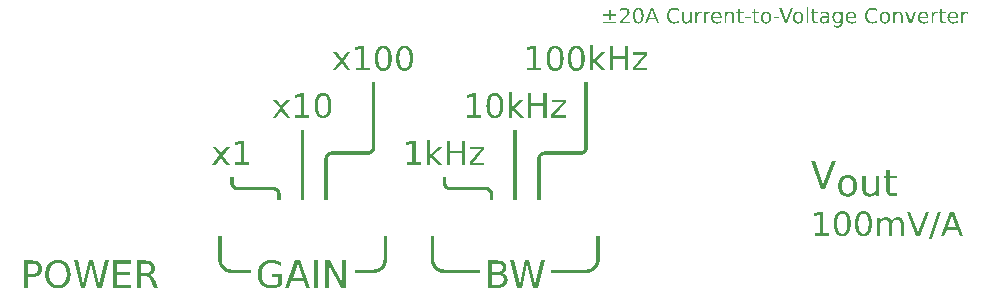
<source format=gbr>
%TF.GenerationSoftware,KiCad,Pcbnew,5.1.7*%
%TF.CreationDate,2020-10-28T23:11:01-04:00*%
%TF.ProjectId,current-sensor-frontpanel,63757272-656e-4742-9d73-656e736f722d,0*%
%TF.SameCoordinates,Original*%
%TF.FileFunction,Legend,Top*%
%TF.FilePolarity,Positive*%
%FSLAX46Y46*%
G04 Gerber Fmt 4.6, Leading zero omitted, Abs format (unit mm)*
G04 Created by KiCad (PCBNEW 5.1.7) date 2020-10-28 23:11:01*
%MOMM*%
%LPD*%
G01*
G04 APERTURE LIST*
%ADD10C,0.100000*%
G04 APERTURE END LIST*
D10*
%TO.C,C6*%
G36*
X195313999Y-122183513D02*
G01*
X195303113Y-122177656D01*
X195291812Y-122172488D01*
X195280099Y-122168009D01*
X195267972Y-122164219D01*
X195255432Y-122161118D01*
X195244905Y-122158750D01*
X195233996Y-122156813D01*
X195222704Y-122155306D01*
X195211028Y-122154230D01*
X195198970Y-122153584D01*
X195186530Y-122153369D01*
X195172558Y-122153612D01*
X195158931Y-122154342D01*
X195145647Y-122155559D01*
X195132706Y-122157262D01*
X195120109Y-122159452D01*
X195107856Y-122162129D01*
X195095946Y-122165293D01*
X195084379Y-122168943D01*
X195073157Y-122173080D01*
X195062277Y-122177703D01*
X195051742Y-122182814D01*
X195041550Y-122188411D01*
X195031701Y-122194494D01*
X195022196Y-122201065D01*
X195013035Y-122208122D01*
X195004217Y-122215666D01*
X194995742Y-122223696D01*
X194987612Y-122232213D01*
X194979824Y-122241217D01*
X194973178Y-122249676D01*
X194966856Y-122258482D01*
X194960859Y-122267636D01*
X194955185Y-122277137D01*
X194949836Y-122286986D01*
X194944811Y-122297183D01*
X194940110Y-122307727D01*
X194935733Y-122318619D01*
X194931681Y-122329859D01*
X194927953Y-122341446D01*
X194924549Y-122353381D01*
X194921469Y-122365663D01*
X194918713Y-122378293D01*
X194916281Y-122391271D01*
X194914174Y-122404597D01*
X194912391Y-122418270D01*
X194910932Y-122432290D01*
X194909798Y-122446658D01*
X194908987Y-122461374D01*
X194908501Y-122476438D01*
X194908339Y-122491849D01*
X194908339Y-122999999D01*
X194749004Y-122999999D01*
X194749004Y-122035373D01*
X194908339Y-122035373D01*
X194908339Y-122185235D01*
X194915133Y-122173725D01*
X194922196Y-122162620D01*
X194929526Y-122151921D01*
X194937124Y-122141628D01*
X194944991Y-122131740D01*
X194953125Y-122122258D01*
X194961527Y-122113183D01*
X194970198Y-122104512D01*
X194979136Y-122096248D01*
X194988342Y-122088389D01*
X194997816Y-122080936D01*
X195007558Y-122073889D01*
X195017568Y-122067248D01*
X195027846Y-122061012D01*
X195038392Y-122055182D01*
X195048539Y-122049968D01*
X195058955Y-122045089D01*
X195069640Y-122040548D01*
X195080594Y-122036342D01*
X195091818Y-122032473D01*
X195103310Y-122028941D01*
X195115072Y-122025745D01*
X195127103Y-122022885D01*
X195139403Y-122020362D01*
X195151972Y-122018175D01*
X195164811Y-122016325D01*
X195177918Y-122014811D01*
X195191295Y-122013633D01*
X195204941Y-122012792D01*
X195218855Y-122012287D01*
X195233040Y-122012119D01*
X195244331Y-122012406D01*
X195256388Y-122013267D01*
X195269212Y-122014702D01*
X195279386Y-122015725D01*
X195290098Y-122017071D01*
X195301349Y-122018740D01*
X195313138Y-122020732D01*
X195313999Y-122183513D01*
G37*
G36*
X194494928Y-122478067D02*
G01*
X194336453Y-122431560D01*
X194336046Y-122417271D01*
X194335209Y-122403308D01*
X194333941Y-122389668D01*
X194332242Y-122376353D01*
X194330113Y-122363362D01*
X194327553Y-122350695D01*
X194324562Y-122338353D01*
X194321141Y-122326335D01*
X194317290Y-122314641D01*
X194313007Y-122303271D01*
X194308294Y-122292226D01*
X194303150Y-122281505D01*
X194297576Y-122271109D01*
X194291571Y-122261037D01*
X194285135Y-122251289D01*
X194278269Y-122241865D01*
X194270972Y-122232766D01*
X194263245Y-122223991D01*
X194254775Y-122215140D01*
X194245983Y-122206825D01*
X194236870Y-122199047D01*
X194227435Y-122191805D01*
X194217678Y-122185100D01*
X194207599Y-122178931D01*
X194197198Y-122173299D01*
X194186475Y-122168203D01*
X194175431Y-122163643D01*
X194164064Y-122159620D01*
X194152376Y-122156133D01*
X194140366Y-122153183D01*
X194128034Y-122150769D01*
X194115380Y-122148892D01*
X194102405Y-122147550D01*
X194089107Y-122146746D01*
X194075488Y-122146478D01*
X194061672Y-122146685D01*
X194048147Y-122147308D01*
X194034913Y-122148346D01*
X194021970Y-122149799D01*
X194009318Y-122151667D01*
X193996957Y-122153950D01*
X193984887Y-122156648D01*
X193973108Y-122159762D01*
X193961621Y-122163290D01*
X193950424Y-122167234D01*
X193939519Y-122171593D01*
X193928904Y-122176367D01*
X193918581Y-122181556D01*
X193908548Y-122187160D01*
X193898807Y-122193179D01*
X193889357Y-122199614D01*
X193880198Y-122206463D01*
X193871330Y-122213728D01*
X193862753Y-122221408D01*
X193854598Y-122229465D01*
X193846815Y-122237860D01*
X193839405Y-122246595D01*
X193832367Y-122255668D01*
X193825701Y-122265080D01*
X193819407Y-122274831D01*
X193813486Y-122284921D01*
X193807936Y-122295349D01*
X193802759Y-122306117D01*
X193797954Y-122317222D01*
X193793521Y-122328667D01*
X193789461Y-122340451D01*
X193785772Y-122352573D01*
X193782456Y-122365034D01*
X193779512Y-122377834D01*
X193776940Y-122390972D01*
X193774740Y-122404450D01*
X193772913Y-122418266D01*
X193771457Y-122432421D01*
X194336453Y-122431560D01*
X194494928Y-122478067D01*
X194494928Y-122555583D01*
X193766289Y-122555583D01*
X193767389Y-122570299D01*
X193768809Y-122584695D01*
X193770549Y-122598771D01*
X193772610Y-122612526D01*
X193774991Y-122625962D01*
X193777693Y-122639076D01*
X193780714Y-122651871D01*
X193784056Y-122664345D01*
X193787719Y-122676499D01*
X193791701Y-122688333D01*
X193796004Y-122699846D01*
X193800627Y-122711039D01*
X193805571Y-122721911D01*
X193810834Y-122732464D01*
X193816418Y-122742696D01*
X193822323Y-122752607D01*
X193828547Y-122762199D01*
X193835092Y-122771470D01*
X193841957Y-122780421D01*
X193849143Y-122789051D01*
X193856649Y-122797361D01*
X193864475Y-122805351D01*
X193872682Y-122812926D01*
X193881174Y-122820149D01*
X193889950Y-122827020D01*
X193899011Y-122833538D01*
X193908357Y-122839704D01*
X193917988Y-122845517D01*
X193927903Y-122850979D01*
X193938103Y-122856087D01*
X193948588Y-122860844D01*
X193959358Y-122865248D01*
X193970412Y-122869300D01*
X193981751Y-122873000D01*
X193993374Y-122876347D01*
X194005283Y-122879342D01*
X194017476Y-122881984D01*
X194029954Y-122884274D01*
X194042716Y-122886212D01*
X194055763Y-122887798D01*
X194069095Y-122889031D01*
X194082712Y-122889912D01*
X194096613Y-122890440D01*
X194110799Y-122890616D01*
X194123810Y-122890502D01*
X194136760Y-122890159D01*
X194149649Y-122889588D01*
X194162475Y-122888788D01*
X194175241Y-122887760D01*
X194187944Y-122886503D01*
X194200587Y-122885018D01*
X194213167Y-122883304D01*
X194225687Y-122881362D01*
X194238144Y-122879192D01*
X194250540Y-122876792D01*
X194262875Y-122874165D01*
X194275148Y-122871308D01*
X194287359Y-122868224D01*
X194299655Y-122864910D01*
X194311932Y-122861369D01*
X194324193Y-122857599D01*
X194336435Y-122853600D01*
X194348660Y-122849373D01*
X194360867Y-122844917D01*
X194373057Y-122840233D01*
X194385229Y-122835320D01*
X194397384Y-122830179D01*
X194409521Y-122824809D01*
X194421640Y-122819211D01*
X194433742Y-122813385D01*
X194445826Y-122807329D01*
X194457892Y-122801046D01*
X194457892Y-122950906D01*
X194445690Y-122955986D01*
X194433443Y-122960890D01*
X194421152Y-122965618D01*
X194408818Y-122970171D01*
X194396439Y-122974548D01*
X194384017Y-122978749D01*
X194371550Y-122982774D01*
X194359040Y-122986623D01*
X194346485Y-122990297D01*
X194333887Y-122993795D01*
X194321245Y-122997117D01*
X194308559Y-123000263D01*
X194295828Y-123003234D01*
X194283054Y-123006029D01*
X194270245Y-123008639D01*
X194257409Y-123011056D01*
X194244547Y-123013280D01*
X194231659Y-123015310D01*
X194218744Y-123017147D01*
X194205803Y-123018790D01*
X194192835Y-123020240D01*
X194179841Y-123021497D01*
X194166821Y-123022560D01*
X194153775Y-123023430D01*
X194140702Y-123024107D01*
X194127602Y-123024591D01*
X194114477Y-123024881D01*
X194101325Y-123024977D01*
X194086992Y-123024846D01*
X194072846Y-123024452D01*
X194058886Y-123023796D01*
X194045113Y-123022878D01*
X194031527Y-123021697D01*
X194018128Y-123020254D01*
X194004916Y-123018548D01*
X193991890Y-123016580D01*
X193979050Y-123014349D01*
X193966398Y-123011856D01*
X193953932Y-123009101D01*
X193941653Y-123006083D01*
X193929561Y-123002802D01*
X193917655Y-122999260D01*
X193905936Y-122995455D01*
X193894404Y-122991387D01*
X193883059Y-122987057D01*
X193871900Y-122982465D01*
X193860928Y-122977610D01*
X193850143Y-122972493D01*
X193839544Y-122967113D01*
X193829132Y-122961471D01*
X193818907Y-122955566D01*
X193808869Y-122949399D01*
X193799017Y-122942970D01*
X193789352Y-122936278D01*
X193779874Y-122929324D01*
X193770582Y-122922107D01*
X193761477Y-122914628D01*
X193752559Y-122906887D01*
X193743828Y-122898883D01*
X193735283Y-122890616D01*
X193727017Y-122882126D01*
X193719013Y-122873451D01*
X193711271Y-122864591D01*
X193703793Y-122855546D01*
X193696576Y-122846316D01*
X193689622Y-122836901D01*
X193682930Y-122827301D01*
X193676501Y-122817516D01*
X193670334Y-122807546D01*
X193664430Y-122797390D01*
X193658788Y-122787050D01*
X193653408Y-122776525D01*
X193648291Y-122765814D01*
X193643436Y-122754919D01*
X193638844Y-122743839D01*
X193634514Y-122732573D01*
X193630447Y-122721123D01*
X193626641Y-122709487D01*
X193623099Y-122697666D01*
X193619819Y-122685661D01*
X193616801Y-122673470D01*
X193614045Y-122661094D01*
X193611552Y-122648534D01*
X193609322Y-122635788D01*
X193607354Y-122622857D01*
X193605648Y-122609741D01*
X193604205Y-122596440D01*
X193603024Y-122582954D01*
X193602105Y-122569283D01*
X193601449Y-122555427D01*
X193601056Y-122541386D01*
X193600924Y-122527160D01*
X193601041Y-122512896D01*
X193601393Y-122498812D01*
X193601978Y-122484908D01*
X193602797Y-122471184D01*
X193603851Y-122457641D01*
X193605138Y-122444279D01*
X193606660Y-122431096D01*
X193608416Y-122418094D01*
X193610406Y-122405272D01*
X193612630Y-122392631D01*
X193615088Y-122380169D01*
X193617780Y-122367889D01*
X193620706Y-122355788D01*
X193623867Y-122343868D01*
X193627261Y-122332128D01*
X193630890Y-122320568D01*
X193634753Y-122309189D01*
X193638849Y-122297990D01*
X193643180Y-122286971D01*
X193647745Y-122276133D01*
X193652544Y-122265475D01*
X193657578Y-122254997D01*
X193662845Y-122244700D01*
X193668347Y-122234583D01*
X193674082Y-122224646D01*
X193680052Y-122214890D01*
X193686256Y-122205314D01*
X193692693Y-122195918D01*
X193699365Y-122186703D01*
X193706271Y-122177667D01*
X193713412Y-122168813D01*
X193720786Y-122160138D01*
X193728394Y-122151644D01*
X193736766Y-122142788D01*
X193745322Y-122134222D01*
X193754063Y-122125946D01*
X193762988Y-122117961D01*
X193772098Y-122110266D01*
X193781393Y-122102861D01*
X193790872Y-122095747D01*
X193800536Y-122088923D01*
X193810385Y-122082390D01*
X193820418Y-122076147D01*
X193830636Y-122070194D01*
X193841038Y-122064532D01*
X193851625Y-122059160D01*
X193862397Y-122054078D01*
X193873353Y-122049287D01*
X193884494Y-122044786D01*
X193895820Y-122040576D01*
X193907330Y-122036656D01*
X193919025Y-122033026D01*
X193930904Y-122029687D01*
X193942968Y-122026638D01*
X193955217Y-122023879D01*
X193967650Y-122021411D01*
X193980268Y-122019233D01*
X193993071Y-122017346D01*
X194006058Y-122015749D01*
X194019230Y-122014442D01*
X194032586Y-122013426D01*
X194046127Y-122012700D01*
X194059853Y-122012264D01*
X194073763Y-122012119D01*
X194087562Y-122012280D01*
X194101153Y-122012761D01*
X194114534Y-122013563D01*
X194127707Y-122014685D01*
X194140671Y-122016129D01*
X194153427Y-122017893D01*
X194165973Y-122019978D01*
X194178311Y-122022384D01*
X194190440Y-122025111D01*
X194202361Y-122028158D01*
X194214073Y-122031526D01*
X194225576Y-122035215D01*
X194236870Y-122039225D01*
X194247956Y-122043556D01*
X194258833Y-122048207D01*
X194269501Y-122053179D01*
X194279960Y-122058472D01*
X194290211Y-122064085D01*
X194300253Y-122070020D01*
X194310086Y-122076275D01*
X194319711Y-122082851D01*
X194329126Y-122089748D01*
X194338333Y-122096965D01*
X194347332Y-122104503D01*
X194356121Y-122112363D01*
X194364702Y-122120542D01*
X194373074Y-122129043D01*
X194381238Y-122137864D01*
X194388691Y-122146291D01*
X194395891Y-122154918D01*
X194402839Y-122163746D01*
X194409534Y-122172775D01*
X194415977Y-122182005D01*
X194422166Y-122191436D01*
X194428104Y-122201067D01*
X194433788Y-122210900D01*
X194439220Y-122220934D01*
X194444399Y-122231169D01*
X194449326Y-122241605D01*
X194454000Y-122252241D01*
X194458421Y-122263079D01*
X194462590Y-122274118D01*
X194466506Y-122285357D01*
X194470169Y-122296798D01*
X194473580Y-122308439D01*
X194476738Y-122320282D01*
X194479643Y-122332325D01*
X194482296Y-122344570D01*
X194484696Y-122357015D01*
X194486844Y-122369661D01*
X194488738Y-122382509D01*
X194490381Y-122395557D01*
X194491770Y-122408806D01*
X194492907Y-122422256D01*
X194493791Y-122435908D01*
X194494423Y-122449760D01*
X194494802Y-122463813D01*
X194494928Y-122478067D01*
G37*
G36*
X193134977Y-121761487D02*
G01*
X193134977Y-122035373D01*
X193461400Y-122035373D01*
X193461400Y-122158535D01*
X193134977Y-122158535D01*
X193134977Y-122682189D01*
X193135165Y-122699843D01*
X193135731Y-122716498D01*
X193136674Y-122732154D01*
X193137994Y-122746811D01*
X193139691Y-122760469D01*
X193141765Y-122773128D01*
X193144216Y-122784788D01*
X193147045Y-122795450D01*
X193150250Y-122805112D01*
X193153833Y-122813776D01*
X193157793Y-122821441D01*
X193162129Y-122828107D01*
X193166843Y-122833774D01*
X193172759Y-122839139D01*
X193179595Y-122844037D01*
X193187352Y-122848469D01*
X193196031Y-122852434D01*
X193205631Y-122855933D01*
X193216151Y-122858965D01*
X193227593Y-122861531D01*
X193239956Y-122863631D01*
X193253240Y-122865263D01*
X193267445Y-122866430D01*
X193282571Y-122867129D01*
X193298619Y-122867363D01*
X193461400Y-122867363D01*
X193461400Y-122999999D01*
X193298619Y-122999999D01*
X193282176Y-122999858D01*
X193266203Y-122999437D01*
X193250701Y-122998734D01*
X193235667Y-122997750D01*
X193221104Y-122996484D01*
X193207010Y-122994938D01*
X193193387Y-122993111D01*
X193180233Y-122991002D01*
X193167548Y-122988612D01*
X193155334Y-122985941D01*
X193143589Y-122982989D01*
X193132314Y-122979756D01*
X193121509Y-122976241D01*
X193111174Y-122972446D01*
X193101308Y-122968369D01*
X193091913Y-122964011D01*
X193082987Y-122959372D01*
X193074530Y-122954452D01*
X193066544Y-122949251D01*
X193059027Y-122943768D01*
X193051981Y-122938005D01*
X193045404Y-122931960D01*
X193039206Y-122925465D01*
X193033296Y-122918507D01*
X193027675Y-122911086D01*
X193022342Y-122903203D01*
X193017297Y-122894857D01*
X193012541Y-122886049D01*
X193008073Y-122876777D01*
X193003893Y-122867044D01*
X193000001Y-122856847D01*
X192996398Y-122846188D01*
X192993083Y-122835066D01*
X192990056Y-122823481D01*
X192987317Y-122811434D01*
X192984867Y-122798924D01*
X192982705Y-122785952D01*
X192980831Y-122772516D01*
X192979246Y-122758619D01*
X192977949Y-122744258D01*
X192976940Y-122729435D01*
X192976219Y-122714149D01*
X192975787Y-122698400D01*
X192975642Y-122682189D01*
X192975642Y-122158535D01*
X192859369Y-122158535D01*
X192859369Y-122035373D01*
X192975642Y-122035373D01*
X192975642Y-121761487D01*
X193134977Y-121761487D01*
G37*
G36*
X192812000Y-122183513D02*
G01*
X192801114Y-122177656D01*
X192789813Y-122172488D01*
X192778100Y-122168009D01*
X192765973Y-122164219D01*
X192753433Y-122161118D01*
X192742906Y-122158750D01*
X192731997Y-122156813D01*
X192720705Y-122155306D01*
X192709029Y-122154230D01*
X192696971Y-122153584D01*
X192684531Y-122153369D01*
X192670559Y-122153612D01*
X192656932Y-122154342D01*
X192643648Y-122155559D01*
X192630707Y-122157262D01*
X192618110Y-122159452D01*
X192605857Y-122162129D01*
X192593947Y-122165293D01*
X192582380Y-122168943D01*
X192571158Y-122173080D01*
X192560278Y-122177703D01*
X192549743Y-122182814D01*
X192539551Y-122188411D01*
X192529702Y-122194494D01*
X192520197Y-122201065D01*
X192511036Y-122208122D01*
X192502218Y-122215666D01*
X192493743Y-122223696D01*
X192485613Y-122232213D01*
X192477825Y-122241217D01*
X192471179Y-122249676D01*
X192464857Y-122258482D01*
X192458860Y-122267636D01*
X192453186Y-122277137D01*
X192447837Y-122286986D01*
X192442812Y-122297183D01*
X192438111Y-122307727D01*
X192433734Y-122318619D01*
X192429682Y-122329859D01*
X192425954Y-122341446D01*
X192422549Y-122353381D01*
X192419470Y-122365663D01*
X192416714Y-122378293D01*
X192414282Y-122391271D01*
X192412175Y-122404597D01*
X192410392Y-122418270D01*
X192408933Y-122432290D01*
X192407798Y-122446658D01*
X192406988Y-122461374D01*
X192406502Y-122476438D01*
X192406340Y-122491849D01*
X192406340Y-122999999D01*
X192247005Y-122999999D01*
X192247005Y-122035373D01*
X192406340Y-122035373D01*
X192406340Y-122185235D01*
X192413134Y-122173725D01*
X192420197Y-122162620D01*
X192427527Y-122151921D01*
X192435125Y-122141628D01*
X192442992Y-122131740D01*
X192451126Y-122122258D01*
X192459528Y-122113183D01*
X192468199Y-122104512D01*
X192477137Y-122096248D01*
X192486343Y-122088389D01*
X192495817Y-122080936D01*
X192505559Y-122073889D01*
X192515569Y-122067248D01*
X192525847Y-122061012D01*
X192536393Y-122055182D01*
X192546540Y-122049968D01*
X192556956Y-122045089D01*
X192567641Y-122040548D01*
X192578595Y-122036342D01*
X192589819Y-122032473D01*
X192601311Y-122028941D01*
X192613073Y-122025745D01*
X192625104Y-122022885D01*
X192637404Y-122020362D01*
X192649973Y-122018175D01*
X192662812Y-122016325D01*
X192675919Y-122014811D01*
X192689296Y-122013633D01*
X192702942Y-122012792D01*
X192716856Y-122012287D01*
X192731040Y-122012119D01*
X192742332Y-122012406D01*
X192754389Y-122013267D01*
X192767213Y-122014702D01*
X192777387Y-122015725D01*
X192788099Y-122017071D01*
X192799350Y-122018740D01*
X192811139Y-122020732D01*
X192812000Y-122183513D01*
G37*
G36*
X191992927Y-122478067D02*
G01*
X191834453Y-122431560D01*
X191834047Y-122417271D01*
X191833210Y-122403308D01*
X191831942Y-122389668D01*
X191830243Y-122376353D01*
X191828114Y-122363362D01*
X191825554Y-122350695D01*
X191822563Y-122338353D01*
X191819142Y-122326335D01*
X191815290Y-122314641D01*
X191811008Y-122303271D01*
X191806295Y-122292226D01*
X191801151Y-122281505D01*
X191795577Y-122271109D01*
X191789572Y-122261037D01*
X191783136Y-122251289D01*
X191776270Y-122241865D01*
X191768973Y-122232766D01*
X191761246Y-122223991D01*
X191752776Y-122215140D01*
X191743984Y-122206825D01*
X191734871Y-122199047D01*
X191725436Y-122191805D01*
X191715679Y-122185100D01*
X191705600Y-122178931D01*
X191695199Y-122173299D01*
X191684476Y-122168203D01*
X191673432Y-122163643D01*
X191662065Y-122159620D01*
X191650377Y-122156133D01*
X191638367Y-122153183D01*
X191626035Y-122150769D01*
X191613381Y-122148892D01*
X191600406Y-122147550D01*
X191587108Y-122146746D01*
X191573489Y-122146478D01*
X191559673Y-122146685D01*
X191546148Y-122147308D01*
X191532913Y-122148346D01*
X191519970Y-122149799D01*
X191507319Y-122151667D01*
X191494958Y-122153950D01*
X191482888Y-122156648D01*
X191471109Y-122159762D01*
X191459622Y-122163290D01*
X191448425Y-122167234D01*
X191437519Y-122171593D01*
X191426905Y-122176367D01*
X191416582Y-122181556D01*
X191406549Y-122187160D01*
X191396808Y-122193179D01*
X191387358Y-122199614D01*
X191378199Y-122206463D01*
X191369331Y-122213728D01*
X191360754Y-122221408D01*
X191352599Y-122229465D01*
X191344816Y-122237860D01*
X191337406Y-122246595D01*
X191330368Y-122255668D01*
X191323702Y-122265080D01*
X191317408Y-122274831D01*
X191311487Y-122284921D01*
X191305937Y-122295349D01*
X191300760Y-122306117D01*
X191295955Y-122317222D01*
X191291522Y-122328667D01*
X191287461Y-122340451D01*
X191283773Y-122352573D01*
X191280457Y-122365034D01*
X191277513Y-122377834D01*
X191274941Y-122390972D01*
X191272741Y-122404450D01*
X191270914Y-122418266D01*
X191269458Y-122432421D01*
X191834453Y-122431560D01*
X191992927Y-122478067D01*
X191992927Y-122555583D01*
X191264290Y-122555583D01*
X191265389Y-122570299D01*
X191266809Y-122584695D01*
X191268550Y-122598771D01*
X191270610Y-122612526D01*
X191272991Y-122625962D01*
X191275693Y-122639076D01*
X191278714Y-122651871D01*
X191282056Y-122664345D01*
X191285718Y-122676499D01*
X191289701Y-122688333D01*
X191294004Y-122699846D01*
X191298627Y-122711039D01*
X191303570Y-122721911D01*
X191308834Y-122732464D01*
X191314418Y-122742696D01*
X191320323Y-122752607D01*
X191326547Y-122762199D01*
X191333092Y-122771470D01*
X191339958Y-122780421D01*
X191347143Y-122789051D01*
X191354649Y-122797361D01*
X191362476Y-122805351D01*
X191370683Y-122812926D01*
X191379175Y-122820149D01*
X191387951Y-122827020D01*
X191397012Y-122833538D01*
X191406358Y-122839704D01*
X191415989Y-122845517D01*
X191425904Y-122850979D01*
X191436104Y-122856087D01*
X191446589Y-122860844D01*
X191457359Y-122865248D01*
X191468413Y-122869300D01*
X191479752Y-122873000D01*
X191491375Y-122876347D01*
X191503284Y-122879342D01*
X191515477Y-122881984D01*
X191527954Y-122884274D01*
X191540717Y-122886212D01*
X191553764Y-122887798D01*
X191567096Y-122889031D01*
X191580713Y-122889912D01*
X191594614Y-122890440D01*
X191608800Y-122890616D01*
X191621811Y-122890502D01*
X191634761Y-122890159D01*
X191647650Y-122889588D01*
X191660476Y-122888788D01*
X191673242Y-122887760D01*
X191685945Y-122886503D01*
X191698588Y-122885018D01*
X191711168Y-122883304D01*
X191723687Y-122881362D01*
X191736145Y-122879192D01*
X191748541Y-122876792D01*
X191760876Y-122874165D01*
X191773149Y-122871308D01*
X191785360Y-122868224D01*
X191797656Y-122864910D01*
X191809933Y-122861369D01*
X191822194Y-122857599D01*
X191834436Y-122853600D01*
X191846661Y-122849373D01*
X191858868Y-122844917D01*
X191871058Y-122840233D01*
X191883230Y-122835320D01*
X191895385Y-122830179D01*
X191907522Y-122824809D01*
X191919641Y-122819211D01*
X191931743Y-122813385D01*
X191943827Y-122807329D01*
X191955893Y-122801046D01*
X191955893Y-122950906D01*
X191943691Y-122955986D01*
X191931444Y-122960890D01*
X191919153Y-122965618D01*
X191906819Y-122970171D01*
X191894440Y-122974548D01*
X191882018Y-122978749D01*
X191869551Y-122982774D01*
X191857041Y-122986623D01*
X191844486Y-122990297D01*
X191831888Y-122993795D01*
X191819246Y-122997117D01*
X191806559Y-123000263D01*
X191793829Y-123003234D01*
X191781055Y-123006029D01*
X191768246Y-123008639D01*
X191755410Y-123011056D01*
X191742548Y-123013280D01*
X191729660Y-123015310D01*
X191716745Y-123017147D01*
X191703804Y-123018790D01*
X191690836Y-123020240D01*
X191677842Y-123021497D01*
X191664822Y-123022560D01*
X191651776Y-123023430D01*
X191638703Y-123024107D01*
X191625603Y-123024591D01*
X191612478Y-123024881D01*
X191599326Y-123024977D01*
X191584993Y-123024846D01*
X191570847Y-123024452D01*
X191556887Y-123023796D01*
X191543114Y-123022878D01*
X191529528Y-123021697D01*
X191516129Y-123020254D01*
X191502916Y-123018548D01*
X191489891Y-123016580D01*
X191477051Y-123014349D01*
X191464399Y-123011856D01*
X191451933Y-123009101D01*
X191439654Y-123006083D01*
X191427562Y-123002802D01*
X191415656Y-122999260D01*
X191403937Y-122995455D01*
X191392405Y-122991387D01*
X191381060Y-122987057D01*
X191369901Y-122982465D01*
X191358929Y-122977610D01*
X191348144Y-122972493D01*
X191337545Y-122967113D01*
X191327133Y-122961471D01*
X191316908Y-122955566D01*
X191306870Y-122949399D01*
X191297018Y-122942970D01*
X191287353Y-122936278D01*
X191277875Y-122929324D01*
X191268583Y-122922107D01*
X191259478Y-122914628D01*
X191250560Y-122906887D01*
X191241828Y-122898883D01*
X191233284Y-122890616D01*
X191225018Y-122882126D01*
X191217014Y-122873451D01*
X191209272Y-122864591D01*
X191201793Y-122855546D01*
X191194577Y-122846316D01*
X191187623Y-122836901D01*
X191180931Y-122827301D01*
X191174502Y-122817516D01*
X191168335Y-122807546D01*
X191162431Y-122797390D01*
X191156789Y-122787050D01*
X191151409Y-122776525D01*
X191146292Y-122765814D01*
X191141437Y-122754919D01*
X191136845Y-122743839D01*
X191132515Y-122732573D01*
X191128447Y-122721123D01*
X191124642Y-122709487D01*
X191121100Y-122697666D01*
X191117820Y-122685661D01*
X191114802Y-122673470D01*
X191112046Y-122661094D01*
X191109553Y-122648534D01*
X191107323Y-122635788D01*
X191105355Y-122622857D01*
X191103649Y-122609741D01*
X191102206Y-122596440D01*
X191101025Y-122582954D01*
X191100106Y-122569283D01*
X191099450Y-122555427D01*
X191099057Y-122541386D01*
X191098925Y-122527160D01*
X191099042Y-122512896D01*
X191099394Y-122498812D01*
X191099979Y-122484908D01*
X191100798Y-122471184D01*
X191101852Y-122457641D01*
X191103139Y-122444279D01*
X191104661Y-122431096D01*
X191106417Y-122418094D01*
X191108407Y-122405272D01*
X191110631Y-122392631D01*
X191113089Y-122380169D01*
X191115781Y-122367889D01*
X191118707Y-122355788D01*
X191121868Y-122343868D01*
X191125262Y-122332128D01*
X191128891Y-122320568D01*
X191132753Y-122309189D01*
X191136850Y-122297990D01*
X191141181Y-122286971D01*
X191145746Y-122276133D01*
X191150545Y-122265475D01*
X191155579Y-122254997D01*
X191160846Y-122244700D01*
X191166347Y-122234583D01*
X191172083Y-122224646D01*
X191178053Y-122214890D01*
X191184256Y-122205314D01*
X191190694Y-122195918D01*
X191197366Y-122186703D01*
X191204272Y-122177667D01*
X191211413Y-122168813D01*
X191218787Y-122160138D01*
X191226395Y-122151644D01*
X191234767Y-122142788D01*
X191243323Y-122134222D01*
X191252064Y-122125946D01*
X191260989Y-122117961D01*
X191270099Y-122110266D01*
X191279394Y-122102861D01*
X191288873Y-122095747D01*
X191298537Y-122088923D01*
X191308386Y-122082390D01*
X191318419Y-122076147D01*
X191328637Y-122070194D01*
X191339039Y-122064532D01*
X191349626Y-122059160D01*
X191360398Y-122054078D01*
X191371354Y-122049287D01*
X191382495Y-122044786D01*
X191393821Y-122040576D01*
X191405331Y-122036656D01*
X191417026Y-122033026D01*
X191428905Y-122029687D01*
X191440969Y-122026638D01*
X191453218Y-122023879D01*
X191465651Y-122021411D01*
X191478269Y-122019233D01*
X191491072Y-122017346D01*
X191504059Y-122015749D01*
X191517231Y-122014442D01*
X191530587Y-122013426D01*
X191544128Y-122012700D01*
X191557854Y-122012264D01*
X191571764Y-122012119D01*
X191585563Y-122012280D01*
X191599154Y-122012761D01*
X191612535Y-122013563D01*
X191625708Y-122014685D01*
X191638672Y-122016129D01*
X191651428Y-122017893D01*
X191663974Y-122019978D01*
X191676312Y-122022384D01*
X191688441Y-122025111D01*
X191700362Y-122028158D01*
X191712074Y-122031526D01*
X191723577Y-122035215D01*
X191734871Y-122039225D01*
X191745957Y-122043556D01*
X191756834Y-122048207D01*
X191767502Y-122053179D01*
X191777961Y-122058472D01*
X191788212Y-122064085D01*
X191798254Y-122070020D01*
X191808087Y-122076275D01*
X191817712Y-122082851D01*
X191827127Y-122089748D01*
X191836334Y-122096965D01*
X191845333Y-122104503D01*
X191854122Y-122112363D01*
X191862703Y-122120542D01*
X191871075Y-122129043D01*
X191879239Y-122137864D01*
X191886692Y-122146291D01*
X191893892Y-122154918D01*
X191900839Y-122163746D01*
X191907534Y-122172775D01*
X191913977Y-122182005D01*
X191920166Y-122191436D01*
X191926103Y-122201067D01*
X191931788Y-122210900D01*
X191937220Y-122220934D01*
X191942399Y-122231169D01*
X191947325Y-122241605D01*
X191951999Y-122252241D01*
X191956420Y-122263079D01*
X191960589Y-122274118D01*
X191964505Y-122285357D01*
X191968168Y-122296798D01*
X191971579Y-122308439D01*
X191974737Y-122320282D01*
X191977642Y-122332325D01*
X191980295Y-122344570D01*
X191982695Y-122357015D01*
X191984842Y-122369661D01*
X191986737Y-122382509D01*
X191988379Y-122395557D01*
X191989769Y-122408806D01*
X191990906Y-122422256D01*
X191991790Y-122435908D01*
X191992421Y-122449760D01*
X191992800Y-122463813D01*
X191992927Y-122478067D01*
G37*
G36*
X190010276Y-122035373D02*
G01*
X190178226Y-122035373D01*
X190479671Y-122844970D01*
X190781115Y-122035373D01*
X190949065Y-122035373D01*
X190587329Y-122999999D01*
X190372010Y-122999999D01*
X190010276Y-122035373D01*
G37*
G36*
X189807879Y-122417778D02*
G01*
X189807879Y-122999999D01*
X189649403Y-122999999D01*
X189649403Y-122422946D01*
X189649218Y-122407074D01*
X189648664Y-122391679D01*
X189647740Y-122376760D01*
X189646447Y-122362318D01*
X189644784Y-122348353D01*
X189642752Y-122334865D01*
X189640350Y-122321853D01*
X189637578Y-122309318D01*
X189634437Y-122297261D01*
X189630926Y-122285680D01*
X189627046Y-122274575D01*
X189622796Y-122263948D01*
X189618177Y-122253797D01*
X189613188Y-122244124D01*
X189607830Y-122234927D01*
X189602102Y-122226207D01*
X189596005Y-122217963D01*
X189588648Y-122209194D01*
X189580816Y-122201029D01*
X189572509Y-122193468D01*
X189563728Y-122186513D01*
X189554472Y-122180163D01*
X189544742Y-122174417D01*
X189534537Y-122169276D01*
X189523857Y-122164740D01*
X189512702Y-122160808D01*
X189501073Y-122157482D01*
X189488969Y-122154760D01*
X189476391Y-122152644D01*
X189463338Y-122151131D01*
X189449810Y-122150224D01*
X189435807Y-122149922D01*
X189422449Y-122150148D01*
X189409392Y-122150828D01*
X189396635Y-122151962D01*
X189384179Y-122153548D01*
X189372023Y-122155588D01*
X189360168Y-122158081D01*
X189348614Y-122161028D01*
X189337360Y-122164428D01*
X189326407Y-122168281D01*
X189315755Y-122172587D01*
X189305403Y-122177347D01*
X189295352Y-122182560D01*
X189285601Y-122188226D01*
X189276151Y-122194345D01*
X189267001Y-122200918D01*
X189258153Y-122207945D01*
X189249604Y-122215424D01*
X189241357Y-122223357D01*
X189233410Y-122231743D01*
X189226188Y-122240074D01*
X189219336Y-122248701D01*
X189212855Y-122257626D01*
X189206744Y-122266848D01*
X189201003Y-122276368D01*
X189195633Y-122286184D01*
X189190633Y-122296298D01*
X189186004Y-122306708D01*
X189181745Y-122317416D01*
X189177856Y-122328421D01*
X189174338Y-122339723D01*
X189171190Y-122351322D01*
X189168412Y-122363219D01*
X189166005Y-122375412D01*
X189163968Y-122387903D01*
X189162301Y-122400691D01*
X189161005Y-122413776D01*
X189160079Y-122427158D01*
X189159523Y-122440837D01*
X189159338Y-122454813D01*
X189159338Y-122999999D01*
X189000004Y-122999999D01*
X189000004Y-122035373D01*
X189159338Y-122035373D01*
X189159338Y-122185235D01*
X189167006Y-122173832D01*
X189174849Y-122162819D01*
X189182869Y-122152197D01*
X189191064Y-122141965D01*
X189199436Y-122132123D01*
X189207983Y-122122672D01*
X189216707Y-122113611D01*
X189225607Y-122104941D01*
X189234683Y-122096661D01*
X189243935Y-122088772D01*
X189253363Y-122081273D01*
X189262967Y-122074165D01*
X189272747Y-122067447D01*
X189282703Y-122061119D01*
X189292835Y-122055182D01*
X189303274Y-122049632D01*
X189313920Y-122044464D01*
X189324772Y-122039680D01*
X189335831Y-122035278D01*
X189347096Y-122031258D01*
X189358569Y-122027622D01*
X189370248Y-122024368D01*
X189382133Y-122021497D01*
X189394226Y-122019009D01*
X189406525Y-122016904D01*
X189419031Y-122015181D01*
X189431743Y-122013842D01*
X189444662Y-122012885D01*
X189457788Y-122012311D01*
X189471121Y-122012119D01*
X189485422Y-122012315D01*
X189499417Y-122012901D01*
X189513106Y-122013878D01*
X189526489Y-122015245D01*
X189539566Y-122017004D01*
X189552337Y-122019153D01*
X189564802Y-122021693D01*
X189576961Y-122024623D01*
X189588813Y-122027944D01*
X189600360Y-122031657D01*
X189611600Y-122035759D01*
X189622535Y-122040253D01*
X189633163Y-122045137D01*
X189643485Y-122050412D01*
X189653501Y-122056078D01*
X189663211Y-122062135D01*
X189672615Y-122068582D01*
X189681713Y-122075420D01*
X189690505Y-122082649D01*
X189698991Y-122090269D01*
X189707170Y-122098279D01*
X189715044Y-122106680D01*
X189722611Y-122115472D01*
X189729044Y-122123500D01*
X189735225Y-122131816D01*
X189741153Y-122140419D01*
X189746829Y-122149311D01*
X189752253Y-122158491D01*
X189757425Y-122167958D01*
X189762344Y-122177714D01*
X189767011Y-122187758D01*
X189771426Y-122198089D01*
X189775588Y-122208708D01*
X189779498Y-122219616D01*
X189783156Y-122230811D01*
X189786562Y-122242294D01*
X189789715Y-122254065D01*
X189792616Y-122266124D01*
X189795265Y-122278471D01*
X189797662Y-122291106D01*
X189799806Y-122304029D01*
X189801698Y-122317240D01*
X189803338Y-122330738D01*
X189804726Y-122344525D01*
X189805861Y-122358600D01*
X189806744Y-122372962D01*
X189807374Y-122387613D01*
X189807753Y-122402551D01*
X189807879Y-122417778D01*
G37*
G36*
X188300651Y-122146478D02*
G01*
X188300651Y-122012119D01*
X188314332Y-122012269D01*
X188327817Y-122012716D01*
X188341104Y-122013463D01*
X188354195Y-122014508D01*
X188367088Y-122015851D01*
X188379784Y-122017494D01*
X188392283Y-122019434D01*
X188404585Y-122021674D01*
X188416690Y-122024211D01*
X188428597Y-122027048D01*
X188440308Y-122030183D01*
X188451821Y-122033617D01*
X188463137Y-122037349D01*
X188474256Y-122041379D01*
X188485178Y-122045709D01*
X188495902Y-122050337D01*
X188506430Y-122055263D01*
X188516760Y-122060488D01*
X188526894Y-122066012D01*
X188536830Y-122071834D01*
X188546569Y-122077955D01*
X188556111Y-122084374D01*
X188565456Y-122091092D01*
X188574603Y-122098109D01*
X188583554Y-122105424D01*
X188592307Y-122113037D01*
X188600863Y-122120950D01*
X188609222Y-122129160D01*
X188617384Y-122137670D01*
X188625349Y-122146478D01*
X188632608Y-122154976D01*
X188639637Y-122163676D01*
X188646436Y-122172578D01*
X188653004Y-122181682D01*
X188659342Y-122190988D01*
X188665449Y-122200495D01*
X188671326Y-122210205D01*
X188676972Y-122220116D01*
X188682388Y-122230230D01*
X188687573Y-122240545D01*
X188692528Y-122251062D01*
X188697253Y-122261780D01*
X188701747Y-122272701D01*
X188706010Y-122283824D01*
X188710043Y-122295148D01*
X188713846Y-122306674D01*
X188717418Y-122318402D01*
X188720759Y-122330332D01*
X188723871Y-122342464D01*
X188726751Y-122354798D01*
X188729402Y-122367333D01*
X188731822Y-122380071D01*
X188734011Y-122393010D01*
X188735970Y-122406151D01*
X188737698Y-122419494D01*
X188739196Y-122433039D01*
X188740464Y-122446786D01*
X188741501Y-122460734D01*
X188742308Y-122474885D01*
X188742884Y-122489237D01*
X188743229Y-122503791D01*
X188743345Y-122518547D01*
X188743229Y-122533251D01*
X188742884Y-122547756D01*
X188742308Y-122562063D01*
X188741501Y-122576171D01*
X188740464Y-122590081D01*
X188739196Y-122603793D01*
X188737698Y-122617306D01*
X188735970Y-122630620D01*
X188734011Y-122643736D01*
X188731822Y-122656653D01*
X188729402Y-122669372D01*
X188726751Y-122681893D01*
X188723871Y-122694215D01*
X188720759Y-122706338D01*
X188717418Y-122718263D01*
X188713846Y-122729989D01*
X188710043Y-122741517D01*
X188706010Y-122752847D01*
X188701747Y-122763978D01*
X188697253Y-122774910D01*
X188692528Y-122785644D01*
X188687573Y-122796179D01*
X188682388Y-122806516D01*
X188676972Y-122816655D01*
X188671326Y-122826595D01*
X188665449Y-122836336D01*
X188659342Y-122845879D01*
X188653004Y-122855223D01*
X188646436Y-122864369D01*
X188639637Y-122873317D01*
X188632608Y-122882066D01*
X188625349Y-122890616D01*
X188617384Y-122899424D01*
X188609222Y-122907934D01*
X188600863Y-122916145D01*
X188592307Y-122924057D01*
X188583554Y-122931671D01*
X188574603Y-122938986D01*
X188565456Y-122946003D01*
X188556111Y-122952721D01*
X188546569Y-122959140D01*
X188536830Y-122965261D01*
X188526894Y-122971084D01*
X188516760Y-122976607D01*
X188506430Y-122981832D01*
X188495902Y-122986759D01*
X188485178Y-122991387D01*
X188474256Y-122995716D01*
X188463137Y-122999747D01*
X188451821Y-123003479D01*
X188440308Y-123006913D01*
X188428597Y-123010048D01*
X188416690Y-123012885D01*
X188404585Y-123015423D01*
X188392283Y-123017662D01*
X188379784Y-123019603D01*
X188367088Y-123021245D01*
X188354195Y-123022589D01*
X188341104Y-123023634D01*
X188327817Y-123024380D01*
X188314332Y-123024828D01*
X188300651Y-123024977D01*
X188286912Y-123024828D01*
X188273373Y-123024380D01*
X188260033Y-123023634D01*
X188246892Y-123022589D01*
X188233950Y-123021245D01*
X188221207Y-123019603D01*
X188208663Y-123017662D01*
X188196318Y-123015423D01*
X188184172Y-123012885D01*
X188172225Y-123010048D01*
X188160478Y-123006913D01*
X188148929Y-123003479D01*
X188137579Y-122999747D01*
X188126429Y-122995716D01*
X188115477Y-122991387D01*
X188104724Y-122986759D01*
X188094171Y-122981832D01*
X188083816Y-122976607D01*
X188073661Y-122971084D01*
X188063705Y-122965261D01*
X188053947Y-122959140D01*
X188044389Y-122952721D01*
X188035030Y-122946003D01*
X188025870Y-122938986D01*
X188016909Y-122931671D01*
X188008146Y-122924057D01*
X187999583Y-122916145D01*
X187991219Y-122907934D01*
X187983054Y-122899424D01*
X187975089Y-122890616D01*
X187967882Y-122882066D01*
X187960905Y-122873317D01*
X187954156Y-122864369D01*
X187947636Y-122855223D01*
X187941344Y-122845879D01*
X187935282Y-122836336D01*
X187929448Y-122826595D01*
X187923843Y-122816655D01*
X187918467Y-122806516D01*
X187913320Y-122796179D01*
X187908401Y-122785644D01*
X187903711Y-122774910D01*
X187899250Y-122763978D01*
X187895018Y-122752847D01*
X187891014Y-122741517D01*
X187887240Y-122729989D01*
X187883694Y-122718263D01*
X187880376Y-122706338D01*
X187877288Y-122694215D01*
X187874428Y-122681893D01*
X187871797Y-122669372D01*
X187869395Y-122656653D01*
X187867222Y-122643736D01*
X187865277Y-122630620D01*
X187863561Y-122617306D01*
X187862074Y-122603793D01*
X187860816Y-122590081D01*
X187859787Y-122576171D01*
X187858986Y-122562063D01*
X187858414Y-122547756D01*
X187858071Y-122533251D01*
X187857956Y-122518547D01*
X187858071Y-122503791D01*
X187858414Y-122489237D01*
X187858986Y-122474885D01*
X187859787Y-122460734D01*
X187860816Y-122446786D01*
X187862074Y-122433039D01*
X187863561Y-122419494D01*
X187865277Y-122406151D01*
X187867222Y-122393010D01*
X187869395Y-122380071D01*
X187871797Y-122367333D01*
X187874428Y-122354798D01*
X187877288Y-122342464D01*
X187880376Y-122330332D01*
X187883694Y-122318402D01*
X187887240Y-122306674D01*
X187891014Y-122295148D01*
X187895018Y-122283824D01*
X187899250Y-122272701D01*
X187903711Y-122261780D01*
X187908401Y-122251062D01*
X187913320Y-122240545D01*
X187918467Y-122230230D01*
X187923843Y-122220116D01*
X187929448Y-122210205D01*
X187935282Y-122200495D01*
X187941344Y-122190988D01*
X187947636Y-122181682D01*
X187954156Y-122172578D01*
X187960905Y-122163676D01*
X187967882Y-122154976D01*
X187975089Y-122146478D01*
X187983054Y-122137670D01*
X187991219Y-122129160D01*
X187999583Y-122120950D01*
X188008146Y-122113037D01*
X188016909Y-122105424D01*
X188025870Y-122098109D01*
X188035030Y-122091092D01*
X188044389Y-122084374D01*
X188053947Y-122077955D01*
X188063705Y-122071834D01*
X188073661Y-122066012D01*
X188083816Y-122060488D01*
X188094171Y-122055263D01*
X188104724Y-122050337D01*
X188115477Y-122045709D01*
X188126429Y-122041379D01*
X188137579Y-122037349D01*
X188148929Y-122033617D01*
X188160478Y-122030183D01*
X188172225Y-122027048D01*
X188184172Y-122024211D01*
X188196318Y-122021674D01*
X188208663Y-122019434D01*
X188221207Y-122017494D01*
X188233950Y-122015851D01*
X188246892Y-122014508D01*
X188260033Y-122013463D01*
X188273373Y-122012716D01*
X188286912Y-122012269D01*
X188300651Y-122012119D01*
X188300651Y-122146478D01*
X188288037Y-122146727D01*
X188275691Y-122147477D01*
X188263611Y-122148726D01*
X188251799Y-122150474D01*
X188240253Y-122152722D01*
X188228975Y-122155469D01*
X188217963Y-122158716D01*
X188207219Y-122162463D01*
X188196741Y-122166709D01*
X188186531Y-122171455D01*
X188176587Y-122176700D01*
X188166911Y-122182445D01*
X188157502Y-122188689D01*
X188148359Y-122195433D01*
X188139484Y-122202676D01*
X188130875Y-122210419D01*
X188122534Y-122218661D01*
X188114459Y-122227403D01*
X188106652Y-122236645D01*
X188099112Y-122246386D01*
X188092811Y-122255139D01*
X188086790Y-122264171D01*
X188081050Y-122273484D01*
X188075589Y-122283077D01*
X188070408Y-122292949D01*
X188065508Y-122303102D01*
X188060887Y-122313535D01*
X188056547Y-122324248D01*
X188052486Y-122335241D01*
X188048706Y-122346514D01*
X188045205Y-122358067D01*
X188041985Y-122369900D01*
X188039044Y-122382013D01*
X188036384Y-122394406D01*
X188034004Y-122407080D01*
X188031904Y-122420033D01*
X188030083Y-122433266D01*
X188028543Y-122446780D01*
X188027283Y-122460573D01*
X188026303Y-122474646D01*
X188025603Y-122489000D01*
X188025183Y-122503633D01*
X188025043Y-122518547D01*
X188025181Y-122533462D01*
X188025596Y-122548101D01*
X188026288Y-122562462D01*
X188027257Y-122576547D01*
X188028502Y-122590355D01*
X188030025Y-122603886D01*
X188031824Y-122617141D01*
X188033900Y-122630119D01*
X188036252Y-122642820D01*
X188038882Y-122655244D01*
X188041788Y-122667391D01*
X188044971Y-122679262D01*
X188048431Y-122690856D01*
X188052167Y-122702173D01*
X188056180Y-122713213D01*
X188060470Y-122723977D01*
X188065037Y-122734463D01*
X188069881Y-122744673D01*
X188075001Y-122754607D01*
X188080398Y-122764263D01*
X188086072Y-122773643D01*
X188092023Y-122782745D01*
X188098251Y-122791572D01*
X188105793Y-122801228D01*
X188113607Y-122810390D01*
X188121692Y-122819056D01*
X188130049Y-122827228D01*
X188138676Y-122834904D01*
X188147576Y-122842084D01*
X188156746Y-122848770D01*
X188166188Y-122854960D01*
X188175901Y-122860655D01*
X188185885Y-122865855D01*
X188196141Y-122870560D01*
X188206668Y-122874769D01*
X188217466Y-122878483D01*
X188228536Y-122881702D01*
X188239876Y-122884426D01*
X188251489Y-122886655D01*
X188263372Y-122888388D01*
X188275527Y-122889626D01*
X188287953Y-122890369D01*
X188300651Y-122890616D01*
X188313832Y-122890340D01*
X188326722Y-122889509D01*
X188339322Y-122888126D01*
X188351630Y-122886188D01*
X188363647Y-122883698D01*
X188375373Y-122880653D01*
X188386808Y-122877056D01*
X188397952Y-122872904D01*
X188408805Y-122868200D01*
X188419367Y-122862942D01*
X188429638Y-122857130D01*
X188439618Y-122850765D01*
X188449306Y-122843846D01*
X188458704Y-122836374D01*
X188467810Y-122828348D01*
X188476626Y-122819769D01*
X188485150Y-122810636D01*
X188493384Y-122800950D01*
X188501326Y-122790711D01*
X188507627Y-122781886D01*
X188513648Y-122772788D01*
X188519389Y-122763417D01*
X188524849Y-122753772D01*
X188530030Y-122743853D01*
X188534931Y-122733661D01*
X188539552Y-122723195D01*
X188543892Y-122712456D01*
X188547953Y-122701444D01*
X188551734Y-122690158D01*
X188555234Y-122678598D01*
X188558455Y-122666765D01*
X188561395Y-122654658D01*
X188564056Y-122642278D01*
X188566436Y-122629624D01*
X188568536Y-122616697D01*
X188570356Y-122603496D01*
X188571897Y-122590021D01*
X188573157Y-122576274D01*
X188574137Y-122562252D01*
X188574837Y-122547957D01*
X188575257Y-122533389D01*
X188575397Y-122518547D01*
X188575257Y-122503778D01*
X188574837Y-122489280D01*
X188574137Y-122475052D01*
X188573157Y-122461094D01*
X188571897Y-122447406D01*
X188570356Y-122433989D01*
X188568536Y-122420842D01*
X188566436Y-122407965D01*
X188564056Y-122395359D01*
X188561395Y-122383022D01*
X188558455Y-122370957D01*
X188555234Y-122359161D01*
X188551734Y-122347636D01*
X188547953Y-122336380D01*
X188543892Y-122325396D01*
X188539552Y-122314681D01*
X188534931Y-122304237D01*
X188530030Y-122294063D01*
X188524849Y-122284159D01*
X188519389Y-122274526D01*
X188513648Y-122265163D01*
X188507627Y-122256070D01*
X188501326Y-122247247D01*
X188493788Y-122237422D01*
X188485987Y-122228101D01*
X188477923Y-122219284D01*
X188469597Y-122210970D01*
X188461008Y-122203160D01*
X188452156Y-122195855D01*
X188443042Y-122189053D01*
X188433665Y-122182755D01*
X188424025Y-122176960D01*
X188414122Y-122171670D01*
X188403957Y-122166883D01*
X188393530Y-122162601D01*
X188382839Y-122158822D01*
X188371886Y-122155547D01*
X188360670Y-122152776D01*
X188349192Y-122150508D01*
X188337450Y-122148745D01*
X188325446Y-122147485D01*
X188313180Y-122146730D01*
X188300651Y-122146478D01*
G37*
G36*
X187665031Y-121813164D02*
G01*
X187665031Y-121996615D01*
X187655233Y-121987651D01*
X187645360Y-121978943D01*
X187635413Y-121970490D01*
X187625391Y-121962292D01*
X187615296Y-121954349D01*
X187605125Y-121946661D01*
X187594880Y-121939229D01*
X187584561Y-121932051D01*
X187574167Y-121925129D01*
X187563699Y-121918462D01*
X187553157Y-121912051D01*
X187542540Y-121905894D01*
X187531848Y-121899993D01*
X187521082Y-121894347D01*
X187510242Y-121888956D01*
X187499327Y-121883820D01*
X187488338Y-121878939D01*
X187477274Y-121874314D01*
X187465577Y-121869692D01*
X187453790Y-121865350D01*
X187441914Y-121861288D01*
X187429948Y-121857506D01*
X187417893Y-121854004D01*
X187405749Y-121850782D01*
X187393515Y-121847841D01*
X187381192Y-121845180D01*
X187368780Y-121842799D01*
X187356278Y-121840697D01*
X187343686Y-121838877D01*
X187331006Y-121837336D01*
X187318235Y-121836075D01*
X187305376Y-121835095D01*
X187292427Y-121834394D01*
X187279389Y-121833974D01*
X187266261Y-121833834D01*
X187252144Y-121833975D01*
X187238241Y-121834397D01*
X187224554Y-121835100D01*
X187211082Y-121836085D01*
X187197825Y-121837352D01*
X187184784Y-121838900D01*
X187171957Y-121840729D01*
X187159345Y-121842840D01*
X187146949Y-121845232D01*
X187134767Y-121847905D01*
X187122801Y-121850860D01*
X187111049Y-121854096D01*
X187099513Y-121857614D01*
X187088192Y-121861413D01*
X187077086Y-121865494D01*
X187066195Y-121869856D01*
X187055519Y-121874499D01*
X187045059Y-121879424D01*
X187034813Y-121884630D01*
X187024782Y-121890118D01*
X187014967Y-121895887D01*
X187005366Y-121901938D01*
X186995981Y-121908269D01*
X186986811Y-121914883D01*
X186977856Y-121921778D01*
X186969116Y-121928954D01*
X186960591Y-121936411D01*
X186952281Y-121944150D01*
X186944186Y-121952171D01*
X186936306Y-121960473D01*
X186928642Y-121969056D01*
X186921650Y-121977310D01*
X186914874Y-121985785D01*
X186908313Y-121994481D01*
X186901967Y-122003399D01*
X186895836Y-122012539D01*
X186889920Y-122021900D01*
X186884220Y-122031482D01*
X186878734Y-122041286D01*
X186873464Y-122051311D01*
X186868408Y-122061558D01*
X186863568Y-122072026D01*
X186858943Y-122082716D01*
X186854533Y-122093627D01*
X186850338Y-122104759D01*
X186846359Y-122116113D01*
X186842594Y-122127688D01*
X186839045Y-122139485D01*
X186835710Y-122151504D01*
X186832591Y-122163743D01*
X186829687Y-122176204D01*
X186826998Y-122188887D01*
X186824524Y-122201791D01*
X186822265Y-122214917D01*
X186820222Y-122228264D01*
X186818393Y-122241832D01*
X186816780Y-122255622D01*
X186815382Y-122269633D01*
X186814198Y-122283866D01*
X186813230Y-122298320D01*
X186812478Y-122312996D01*
X186811940Y-122327893D01*
X186811617Y-122343012D01*
X186811509Y-122358352D01*
X186811617Y-122373641D01*
X186811940Y-122388712D01*
X186812478Y-122403565D01*
X186813230Y-122418199D01*
X186814198Y-122432615D01*
X186815382Y-122446813D01*
X186816780Y-122460793D01*
X186818393Y-122474554D01*
X186820222Y-122488097D01*
X186822265Y-122501422D01*
X186824524Y-122514528D01*
X186826998Y-122527417D01*
X186829687Y-122540087D01*
X186832591Y-122552538D01*
X186835710Y-122564772D01*
X186839045Y-122576787D01*
X186842594Y-122588584D01*
X186846359Y-122600162D01*
X186850338Y-122611522D01*
X186854533Y-122622664D01*
X186858943Y-122633588D01*
X186863568Y-122644294D01*
X186868408Y-122654781D01*
X186873464Y-122665050D01*
X186878734Y-122675100D01*
X186884220Y-122684933D01*
X186889920Y-122694547D01*
X186895836Y-122703943D01*
X186901967Y-122713120D01*
X186908313Y-122722079D01*
X186914874Y-122730820D01*
X186921650Y-122739343D01*
X186928642Y-122747647D01*
X186936306Y-122756176D01*
X186944186Y-122764425D01*
X186952281Y-122772394D01*
X186960591Y-122780083D01*
X186969116Y-122787493D01*
X186977856Y-122794624D01*
X186986811Y-122801475D01*
X186995981Y-122808046D01*
X187005366Y-122814337D01*
X187014967Y-122820349D01*
X187024782Y-122826081D01*
X187034813Y-122831534D01*
X187045059Y-122836707D01*
X187055519Y-122841600D01*
X187066195Y-122846214D01*
X187077086Y-122850548D01*
X187088192Y-122854603D01*
X187099513Y-122858378D01*
X187111049Y-122861873D01*
X187122801Y-122865089D01*
X187134767Y-122868025D01*
X187146949Y-122870681D01*
X187159345Y-122873058D01*
X187171957Y-122875155D01*
X187184784Y-122876973D01*
X187197825Y-122878510D01*
X187211082Y-122879769D01*
X187224554Y-122880747D01*
X187238241Y-122881446D01*
X187252144Y-122881866D01*
X187266261Y-122882006D01*
X187279389Y-122881866D01*
X187292427Y-122881445D01*
X187305376Y-122880745D01*
X187318235Y-122879765D01*
X187331006Y-122878504D01*
X187343686Y-122876963D01*
X187356278Y-122875142D01*
X187368780Y-122873041D01*
X187381192Y-122870660D01*
X187393515Y-122867999D01*
X187405749Y-122865057D01*
X187417893Y-122861836D01*
X187429948Y-122858334D01*
X187441914Y-122854552D01*
X187453790Y-122850490D01*
X187465577Y-122846148D01*
X187477274Y-122841526D01*
X187488338Y-122836900D01*
X187499327Y-122832020D01*
X187510242Y-122826884D01*
X187521082Y-122821493D01*
X187531848Y-122815847D01*
X187542540Y-122809946D01*
X187553157Y-122803789D01*
X187563699Y-122797377D01*
X187574167Y-122790711D01*
X187584561Y-122783788D01*
X187594880Y-122776611D01*
X187605125Y-122769179D01*
X187615296Y-122761491D01*
X187625391Y-122753548D01*
X187635413Y-122745350D01*
X187645360Y-122736897D01*
X187655233Y-122728188D01*
X187665031Y-122719225D01*
X187665031Y-122900952D01*
X187654251Y-122908140D01*
X187643395Y-122915114D01*
X187632460Y-122921873D01*
X187621448Y-122928418D01*
X187610359Y-122934748D01*
X187599192Y-122940864D01*
X187587948Y-122946765D01*
X187576626Y-122952451D01*
X187565227Y-122957923D01*
X187553750Y-122963180D01*
X187542196Y-122968222D01*
X187530565Y-122973050D01*
X187518855Y-122977664D01*
X187507069Y-122982063D01*
X187495205Y-122986247D01*
X187483263Y-122990216D01*
X187471244Y-122993971D01*
X187459246Y-122997512D01*
X187447164Y-123000838D01*
X187434999Y-123003949D01*
X187422750Y-123006846D01*
X187410418Y-123009528D01*
X187398003Y-123011996D01*
X187385504Y-123014249D01*
X187372922Y-123016287D01*
X187360256Y-123018111D01*
X187347507Y-123019720D01*
X187334674Y-123021115D01*
X187321758Y-123022295D01*
X187308758Y-123023261D01*
X187295675Y-123024012D01*
X187282509Y-123024548D01*
X187269259Y-123024870D01*
X187255926Y-123024977D01*
X187241757Y-123024871D01*
X187227736Y-123024553D01*
X187213862Y-123024023D01*
X187200136Y-123023280D01*
X187186558Y-123022326D01*
X187173127Y-123021159D01*
X187159844Y-123019780D01*
X187146708Y-123018189D01*
X187133720Y-123016386D01*
X187120879Y-123014371D01*
X187108186Y-123012144D01*
X187095640Y-123009705D01*
X187083242Y-123007053D01*
X187070992Y-123004190D01*
X187058889Y-123001114D01*
X187046934Y-122997826D01*
X187035126Y-122994326D01*
X187023466Y-122990614D01*
X187011953Y-122986690D01*
X187000588Y-122982554D01*
X186989371Y-122978205D01*
X186978301Y-122973645D01*
X186967378Y-122968872D01*
X186956604Y-122963887D01*
X186945976Y-122958690D01*
X186935497Y-122953281D01*
X186925164Y-122947660D01*
X186914980Y-122941827D01*
X186904943Y-122935782D01*
X186895053Y-122929524D01*
X186885311Y-122923055D01*
X186875717Y-122916373D01*
X186866270Y-122909479D01*
X186856971Y-122902373D01*
X186847819Y-122895055D01*
X186838815Y-122887525D01*
X186829959Y-122879783D01*
X186821250Y-122871828D01*
X186812688Y-122863662D01*
X186804274Y-122855283D01*
X186796008Y-122846692D01*
X186788105Y-122838088D01*
X186780393Y-122829336D01*
X186772872Y-122820437D01*
X186765541Y-122811390D01*
X186758400Y-122802196D01*
X186751450Y-122792854D01*
X186744690Y-122783365D01*
X186738120Y-122773728D01*
X186731741Y-122763944D01*
X186725553Y-122754013D01*
X186719555Y-122743934D01*
X186713747Y-122733708D01*
X186708129Y-122723334D01*
X186702702Y-122712813D01*
X186697466Y-122702144D01*
X186692420Y-122691328D01*
X186687564Y-122680364D01*
X186682899Y-122669253D01*
X186678424Y-122657995D01*
X186674139Y-122646589D01*
X186670045Y-122635035D01*
X186666142Y-122623334D01*
X186662429Y-122611486D01*
X186658906Y-122599490D01*
X186655574Y-122587347D01*
X186652432Y-122575056D01*
X186649480Y-122562618D01*
X186646719Y-122550033D01*
X186644148Y-122537299D01*
X186641768Y-122524419D01*
X186639578Y-122511391D01*
X186637579Y-122498216D01*
X186635770Y-122484893D01*
X186634151Y-122471422D01*
X186632723Y-122457805D01*
X186631486Y-122444039D01*
X186630438Y-122430127D01*
X186629581Y-122416067D01*
X186628915Y-122401859D01*
X186628439Y-122387504D01*
X186628153Y-122373002D01*
X186628058Y-122358352D01*
X186628153Y-122343662D01*
X186628439Y-122329121D01*
X186628915Y-122314730D01*
X186629581Y-122300488D01*
X186630438Y-122286395D01*
X186631486Y-122272452D01*
X186632723Y-122258659D01*
X186634151Y-122245015D01*
X186635770Y-122231520D01*
X186637579Y-122218174D01*
X186639578Y-122204978D01*
X186641768Y-122191932D01*
X186644148Y-122179035D01*
X186646719Y-122166287D01*
X186649480Y-122153688D01*
X186652432Y-122141239D01*
X186655574Y-122128940D01*
X186658906Y-122116790D01*
X186662429Y-122104789D01*
X186666142Y-122092938D01*
X186670045Y-122081236D01*
X186674139Y-122069683D01*
X186678424Y-122058280D01*
X186682899Y-122047026D01*
X186687564Y-122035922D01*
X186692420Y-122024967D01*
X186697466Y-122014162D01*
X186702702Y-122003506D01*
X186708129Y-121992999D01*
X186713747Y-121982642D01*
X186719555Y-121972434D01*
X186725553Y-121962376D01*
X186731741Y-121952467D01*
X186738120Y-121942707D01*
X186744690Y-121933097D01*
X186751450Y-121923636D01*
X186758400Y-121914325D01*
X186765541Y-121905163D01*
X186772872Y-121896150D01*
X186780393Y-121887287D01*
X186788105Y-121878573D01*
X186796008Y-121870009D01*
X186804274Y-121861377D01*
X186812688Y-121852958D01*
X186821250Y-121844752D01*
X186829959Y-121836759D01*
X186838815Y-121828979D01*
X186847819Y-121821413D01*
X186856971Y-121814060D01*
X186866270Y-121806920D01*
X186875717Y-121799992D01*
X186885311Y-121793279D01*
X186895053Y-121786778D01*
X186904943Y-121780490D01*
X186914980Y-121774416D01*
X186925164Y-121768554D01*
X186935497Y-121762906D01*
X186945976Y-121757471D01*
X186956604Y-121752249D01*
X186967378Y-121747240D01*
X186978301Y-121742445D01*
X186989371Y-121737862D01*
X187000588Y-121733493D01*
X187011953Y-121729337D01*
X187023466Y-121725394D01*
X187035126Y-121721664D01*
X187046934Y-121718147D01*
X187058889Y-121714843D01*
X187070992Y-121711753D01*
X187083242Y-121708875D01*
X187095640Y-121706211D01*
X187108186Y-121703760D01*
X187120879Y-121701522D01*
X187133720Y-121699497D01*
X187146708Y-121697686D01*
X187159844Y-121696087D01*
X187173127Y-121694702D01*
X187186558Y-121693529D01*
X187200136Y-121692570D01*
X187213862Y-121691824D01*
X187227736Y-121691291D01*
X187241757Y-121690972D01*
X187255926Y-121690865D01*
X187269456Y-121690972D01*
X187282891Y-121691294D01*
X187296230Y-121691831D01*
X187309474Y-121692582D01*
X187322623Y-121693547D01*
X187335677Y-121694727D01*
X187348635Y-121696122D01*
X187361497Y-121697731D01*
X187374264Y-121699555D01*
X187386936Y-121701594D01*
X187399513Y-121703847D01*
X187411994Y-121706314D01*
X187424380Y-121708997D01*
X187436670Y-121711893D01*
X187448865Y-121715005D01*
X187460964Y-121718330D01*
X187472969Y-121721871D01*
X187484982Y-121725524D01*
X187496905Y-121729392D01*
X187508740Y-121733475D01*
X187520485Y-121737772D01*
X187532140Y-121742284D01*
X187543706Y-121747010D01*
X187555183Y-121751951D01*
X187566570Y-121757107D01*
X187577868Y-121762477D01*
X187589076Y-121768062D01*
X187600195Y-121773861D01*
X187611224Y-121779875D01*
X187622165Y-121786104D01*
X187633015Y-121792547D01*
X187643777Y-121799204D01*
X187654448Y-121806077D01*
X187665031Y-121813164D01*
G37*
G36*
X185874443Y-122478067D02*
G01*
X185715969Y-122431560D01*
X185715563Y-122417271D01*
X185714725Y-122403308D01*
X185713457Y-122389668D01*
X185711759Y-122376353D01*
X185709630Y-122363362D01*
X185707070Y-122350695D01*
X185704079Y-122338353D01*
X185700658Y-122326335D01*
X185696806Y-122314641D01*
X185692524Y-122303271D01*
X185687811Y-122292226D01*
X185682667Y-122281505D01*
X185677093Y-122271109D01*
X185671088Y-122261037D01*
X185664652Y-122251289D01*
X185657786Y-122241865D01*
X185650489Y-122232766D01*
X185642762Y-122223991D01*
X185634292Y-122215140D01*
X185625500Y-122206825D01*
X185616387Y-122199047D01*
X185606952Y-122191805D01*
X185597194Y-122185100D01*
X185587115Y-122178931D01*
X185576715Y-122173299D01*
X185565992Y-122168203D01*
X185554947Y-122163643D01*
X185543581Y-122159620D01*
X185531893Y-122156133D01*
X185519883Y-122153183D01*
X185507551Y-122150769D01*
X185494897Y-122148892D01*
X185481922Y-122147550D01*
X185468624Y-122146746D01*
X185455005Y-122146478D01*
X185441189Y-122146685D01*
X185427663Y-122147308D01*
X185414429Y-122148346D01*
X185401486Y-122149799D01*
X185388834Y-122151667D01*
X185376474Y-122153950D01*
X185364404Y-122156648D01*
X185352625Y-122159762D01*
X185341137Y-122163290D01*
X185329941Y-122167234D01*
X185319035Y-122171593D01*
X185308421Y-122176367D01*
X185298098Y-122181556D01*
X185288065Y-122187160D01*
X185278324Y-122193179D01*
X185268874Y-122199614D01*
X185259715Y-122206463D01*
X185250847Y-122213728D01*
X185242270Y-122221408D01*
X185234115Y-122229465D01*
X185226332Y-122237860D01*
X185218922Y-122246595D01*
X185211884Y-122255668D01*
X185205218Y-122265080D01*
X185198924Y-122274831D01*
X185193002Y-122284921D01*
X185187453Y-122295349D01*
X185182276Y-122306117D01*
X185177471Y-122317222D01*
X185173038Y-122328667D01*
X185168977Y-122340451D01*
X185165289Y-122352573D01*
X185161973Y-122365034D01*
X185159029Y-122377834D01*
X185156457Y-122390972D01*
X185154257Y-122404450D01*
X185152430Y-122418266D01*
X185150974Y-122432421D01*
X185715969Y-122431560D01*
X185874443Y-122478067D01*
X185874443Y-122555583D01*
X185145805Y-122555583D01*
X185146905Y-122570299D01*
X185148325Y-122584695D01*
X185150066Y-122598771D01*
X185152126Y-122612526D01*
X185154507Y-122625962D01*
X185157208Y-122639076D01*
X185160230Y-122651871D01*
X185163572Y-122664345D01*
X185167234Y-122676499D01*
X185171217Y-122688333D01*
X185175520Y-122699846D01*
X185180143Y-122711039D01*
X185185086Y-122721911D01*
X185190350Y-122732464D01*
X185195934Y-122742696D01*
X185201839Y-122752607D01*
X185208063Y-122762199D01*
X185214608Y-122771470D01*
X185221474Y-122780421D01*
X185228659Y-122789051D01*
X185236165Y-122797361D01*
X185243992Y-122805351D01*
X185252199Y-122812926D01*
X185260691Y-122820149D01*
X185269467Y-122827020D01*
X185278528Y-122833538D01*
X185287874Y-122839704D01*
X185297505Y-122845517D01*
X185307420Y-122850979D01*
X185317620Y-122856087D01*
X185328105Y-122860844D01*
X185338875Y-122865248D01*
X185349929Y-122869300D01*
X185361268Y-122873000D01*
X185372891Y-122876347D01*
X185384800Y-122879342D01*
X185396993Y-122881984D01*
X185409470Y-122884274D01*
X185422233Y-122886212D01*
X185435280Y-122887798D01*
X185448612Y-122889031D01*
X185462228Y-122889912D01*
X185476130Y-122890440D01*
X185490316Y-122890616D01*
X185503327Y-122890502D01*
X185516277Y-122890159D01*
X185529165Y-122889588D01*
X185541992Y-122888788D01*
X185554758Y-122887760D01*
X185567461Y-122886503D01*
X185580104Y-122885018D01*
X185592684Y-122883304D01*
X185605203Y-122881362D01*
X185617661Y-122879192D01*
X185630057Y-122876792D01*
X185642392Y-122874165D01*
X185654665Y-122871308D01*
X185666876Y-122868224D01*
X185679172Y-122864910D01*
X185691449Y-122861369D01*
X185703709Y-122857599D01*
X185715952Y-122853600D01*
X185728177Y-122849373D01*
X185740384Y-122844917D01*
X185752574Y-122840233D01*
X185764746Y-122835320D01*
X185776901Y-122830179D01*
X185789038Y-122824809D01*
X185801157Y-122819211D01*
X185813259Y-122813385D01*
X185825343Y-122807329D01*
X185837409Y-122801046D01*
X185837409Y-122950906D01*
X185825206Y-122955986D01*
X185812959Y-122960890D01*
X185800668Y-122965618D01*
X185788334Y-122970171D01*
X185775955Y-122974548D01*
X185763532Y-122978749D01*
X185751066Y-122982774D01*
X185738555Y-122986623D01*
X185726001Y-122990297D01*
X185713403Y-122993795D01*
X185700761Y-122997117D01*
X185688075Y-123000263D01*
X185675345Y-123003234D01*
X185662571Y-123006029D01*
X185649762Y-123008639D01*
X185636926Y-123011056D01*
X185624064Y-123013280D01*
X185611175Y-123015310D01*
X185598261Y-123017147D01*
X185585320Y-123018790D01*
X185572352Y-123020240D01*
X185559358Y-123021497D01*
X185546338Y-123022560D01*
X185533291Y-123023430D01*
X185520219Y-123024107D01*
X185507119Y-123024591D01*
X185493994Y-123024881D01*
X185480842Y-123024977D01*
X185466509Y-123024846D01*
X185452363Y-123024452D01*
X185438403Y-123023796D01*
X185424630Y-123022878D01*
X185411044Y-123021697D01*
X185397645Y-123020254D01*
X185384432Y-123018548D01*
X185371406Y-123016580D01*
X185358567Y-123014349D01*
X185345915Y-123011856D01*
X185333449Y-123009101D01*
X185321170Y-123006083D01*
X185309078Y-123002802D01*
X185297172Y-122999260D01*
X185285453Y-122995455D01*
X185273921Y-122991387D01*
X185262576Y-122987057D01*
X185251417Y-122982465D01*
X185240445Y-122977610D01*
X185229660Y-122972493D01*
X185219061Y-122967113D01*
X185208649Y-122961471D01*
X185198424Y-122955566D01*
X185188386Y-122949399D01*
X185178534Y-122942970D01*
X185168869Y-122936278D01*
X185159390Y-122929324D01*
X185150099Y-122922107D01*
X185140994Y-122914628D01*
X185132076Y-122906887D01*
X185123344Y-122898883D01*
X185114800Y-122890616D01*
X185106533Y-122882126D01*
X185098530Y-122873451D01*
X185090788Y-122864591D01*
X185083309Y-122855546D01*
X185076093Y-122846316D01*
X185069139Y-122836901D01*
X185062447Y-122827301D01*
X185056018Y-122817516D01*
X185049851Y-122807546D01*
X185043947Y-122797390D01*
X185038305Y-122787050D01*
X185032925Y-122776525D01*
X185027808Y-122765814D01*
X185022953Y-122754919D01*
X185018361Y-122743839D01*
X185014031Y-122732573D01*
X185009963Y-122721123D01*
X185006158Y-122709487D01*
X185002616Y-122697666D01*
X184999335Y-122685661D01*
X184996318Y-122673470D01*
X184993562Y-122661094D01*
X184991069Y-122648534D01*
X184988839Y-122635788D01*
X184986871Y-122622857D01*
X184985165Y-122609741D01*
X184983722Y-122596440D01*
X184982541Y-122582954D01*
X184981622Y-122569283D01*
X184980966Y-122555427D01*
X184980572Y-122541386D01*
X184980441Y-122527160D01*
X184980558Y-122512896D01*
X184980909Y-122498812D01*
X184981495Y-122484908D01*
X184982314Y-122471184D01*
X184983368Y-122457641D01*
X184984655Y-122444279D01*
X184986177Y-122431096D01*
X184987933Y-122418094D01*
X184989923Y-122405272D01*
X184992147Y-122392631D01*
X184994605Y-122380169D01*
X184997297Y-122367889D01*
X185000223Y-122355788D01*
X185003384Y-122343868D01*
X185006778Y-122332128D01*
X185010407Y-122320568D01*
X185014269Y-122309189D01*
X185018366Y-122297990D01*
X185022697Y-122286971D01*
X185027262Y-122276133D01*
X185032061Y-122265475D01*
X185037095Y-122254997D01*
X185042362Y-122244700D01*
X185047863Y-122234583D01*
X185053599Y-122224646D01*
X185059569Y-122214890D01*
X185065772Y-122205314D01*
X185072210Y-122195918D01*
X185078882Y-122186703D01*
X185085788Y-122177667D01*
X185092928Y-122168813D01*
X185100303Y-122160138D01*
X185107911Y-122151644D01*
X185116283Y-122142788D01*
X185124839Y-122134222D01*
X185133580Y-122125946D01*
X185142505Y-122117961D01*
X185151615Y-122110266D01*
X185160910Y-122102861D01*
X185170389Y-122095747D01*
X185180053Y-122088923D01*
X185189902Y-122082390D01*
X185199935Y-122076147D01*
X185210153Y-122070194D01*
X185220555Y-122064532D01*
X185231142Y-122059160D01*
X185241914Y-122054078D01*
X185252870Y-122049287D01*
X185264011Y-122044786D01*
X185275337Y-122040576D01*
X185286847Y-122036656D01*
X185298542Y-122033026D01*
X185310421Y-122029687D01*
X185322485Y-122026638D01*
X185334734Y-122023879D01*
X185347167Y-122021411D01*
X185359785Y-122019233D01*
X185372588Y-122017346D01*
X185385575Y-122015749D01*
X185398747Y-122014442D01*
X185412103Y-122013426D01*
X185425644Y-122012700D01*
X185439370Y-122012264D01*
X185453280Y-122012119D01*
X185467079Y-122012280D01*
X185480669Y-122012761D01*
X185494051Y-122013563D01*
X185507224Y-122014685D01*
X185520188Y-122016129D01*
X185532943Y-122017893D01*
X185545490Y-122019978D01*
X185557828Y-122022384D01*
X185569957Y-122025111D01*
X185581878Y-122028158D01*
X185593590Y-122031526D01*
X185605093Y-122035215D01*
X185616387Y-122039225D01*
X185627473Y-122043556D01*
X185638349Y-122048207D01*
X185649018Y-122053179D01*
X185659477Y-122058472D01*
X185669728Y-122064085D01*
X185679770Y-122070020D01*
X185689603Y-122076275D01*
X185699227Y-122082851D01*
X185708643Y-122089748D01*
X185717850Y-122096965D01*
X185726849Y-122104503D01*
X185735638Y-122112363D01*
X185744219Y-122120542D01*
X185752591Y-122129043D01*
X185760755Y-122137864D01*
X185768208Y-122146291D01*
X185775408Y-122154918D01*
X185782355Y-122163746D01*
X185789050Y-122172775D01*
X185795493Y-122182005D01*
X185801682Y-122191436D01*
X185807619Y-122201067D01*
X185813304Y-122210900D01*
X185818735Y-122220934D01*
X185823915Y-122231169D01*
X185828841Y-122241605D01*
X185833515Y-122252241D01*
X185837936Y-122263079D01*
X185842105Y-122274118D01*
X185846021Y-122285357D01*
X185849684Y-122296798D01*
X185853094Y-122308439D01*
X185856252Y-122320282D01*
X185859158Y-122332325D01*
X185861811Y-122344570D01*
X185864211Y-122357015D01*
X185866358Y-122369661D01*
X185868253Y-122382509D01*
X185869895Y-122395557D01*
X185871285Y-122408806D01*
X185872421Y-122422256D01*
X185873306Y-122435908D01*
X185873937Y-122449760D01*
X185874316Y-122463813D01*
X185874443Y-122478067D01*
G37*
G36*
X184564448Y-122506490D02*
G01*
X184722921Y-122880281D01*
X184722807Y-122896041D01*
X184722466Y-122911538D01*
X184721896Y-122926771D01*
X184721100Y-122941741D01*
X184720075Y-122956447D01*
X184718823Y-122970890D01*
X184717344Y-122985069D01*
X184715636Y-122998984D01*
X184713702Y-123012637D01*
X184711539Y-123026025D01*
X184709149Y-123039151D01*
X184706531Y-123052012D01*
X184703685Y-123064611D01*
X184700612Y-123076945D01*
X184697312Y-123089017D01*
X184693783Y-123100825D01*
X184690027Y-123112369D01*
X184686043Y-123123650D01*
X184681832Y-123134667D01*
X184677393Y-123145421D01*
X184672727Y-123155911D01*
X184667832Y-123166138D01*
X184662711Y-123176102D01*
X184657361Y-123185801D01*
X184651784Y-123195238D01*
X184645979Y-123204411D01*
X184639947Y-123213320D01*
X184633687Y-123221966D01*
X184627199Y-123230349D01*
X184620484Y-123238468D01*
X184613541Y-123246323D01*
X184606119Y-123254228D01*
X184598440Y-123261864D01*
X184590502Y-123269233D01*
X184582305Y-123276334D01*
X184573850Y-123283167D01*
X184565137Y-123289731D01*
X184556165Y-123296028D01*
X184546935Y-123302057D01*
X184537447Y-123307818D01*
X184527700Y-123313311D01*
X184517695Y-123318536D01*
X184507431Y-123323493D01*
X184496909Y-123328183D01*
X184486129Y-123332604D01*
X184475090Y-123336757D01*
X184463793Y-123340642D01*
X184452238Y-123344260D01*
X184440424Y-123347609D01*
X184428352Y-123350691D01*
X184416021Y-123353504D01*
X184403432Y-123356050D01*
X184390585Y-123358327D01*
X184377479Y-123360337D01*
X184364115Y-123362079D01*
X184350493Y-123363552D01*
X184336612Y-123364758D01*
X184322473Y-123365696D01*
X184308075Y-123366366D01*
X184293419Y-123366768D01*
X184278505Y-123366902D01*
X184264647Y-123366812D01*
X184250920Y-123366543D01*
X184237325Y-123366094D01*
X184223862Y-123365466D01*
X184210530Y-123364659D01*
X184197330Y-123363672D01*
X184184262Y-123362506D01*
X184171325Y-123361160D01*
X184158519Y-123359635D01*
X184145845Y-123357931D01*
X184133303Y-123356047D01*
X184120893Y-123353983D01*
X184108577Y-123351878D01*
X184096322Y-123349581D01*
X184084126Y-123347092D01*
X184071991Y-123344413D01*
X184059915Y-123341542D01*
X184047899Y-123338479D01*
X184035943Y-123335226D01*
X184024046Y-123331780D01*
X184012210Y-123328144D01*
X184000433Y-123324316D01*
X183988717Y-123320297D01*
X183977060Y-123316087D01*
X183977060Y-123161919D01*
X183988675Y-123168097D01*
X184000266Y-123174001D01*
X184011833Y-123179629D01*
X184023376Y-123184982D01*
X184034896Y-123190060D01*
X184046391Y-123194863D01*
X184057863Y-123199390D01*
X184069311Y-123203643D01*
X184080734Y-123207620D01*
X184092134Y-123211322D01*
X184103510Y-123214749D01*
X184114863Y-123217900D01*
X184127255Y-123221040D01*
X184139690Y-123223880D01*
X184152168Y-123226421D01*
X184164689Y-123228663D01*
X184177252Y-123230606D01*
X184189858Y-123232251D01*
X184202506Y-123233596D01*
X184215197Y-123234642D01*
X184227931Y-123235390D01*
X184240707Y-123235838D01*
X184253526Y-123235988D01*
X184268195Y-123235802D01*
X184282509Y-123235246D01*
X184296467Y-123234318D01*
X184310070Y-123233019D01*
X184323318Y-123231349D01*
X184336209Y-123229308D01*
X184348746Y-123226897D01*
X184360927Y-123224113D01*
X184372752Y-123220959D01*
X184384222Y-123217434D01*
X184395337Y-123213538D01*
X184406096Y-123209271D01*
X184416500Y-123204632D01*
X184426548Y-123199623D01*
X184436240Y-123194242D01*
X184445578Y-123188491D01*
X184454559Y-123182368D01*
X184463186Y-123175874D01*
X184471457Y-123169010D01*
X184479372Y-123161774D01*
X184486932Y-123154167D01*
X184494139Y-123146267D01*
X184500994Y-123137988D01*
X184507497Y-123129330D01*
X184513649Y-123120294D01*
X184519450Y-123110878D01*
X184524899Y-123101084D01*
X184529996Y-123090911D01*
X184534742Y-123080359D01*
X184539136Y-123069428D01*
X184543179Y-123058118D01*
X184546870Y-123046429D01*
X184550210Y-123034362D01*
X184553198Y-123021915D01*
X184555835Y-123009090D01*
X184558120Y-122995886D01*
X184560053Y-122982302D01*
X184561635Y-122968340D01*
X184562866Y-122954000D01*
X184563745Y-122939280D01*
X184564272Y-122924181D01*
X184564448Y-122908704D01*
X184564448Y-122830329D01*
X184557779Y-122841507D01*
X184550866Y-122852301D01*
X184543708Y-122862713D01*
X184536305Y-122872742D01*
X184528657Y-122882388D01*
X184520764Y-122891652D01*
X184512626Y-122900532D01*
X184504243Y-122909030D01*
X184495615Y-122917145D01*
X184486742Y-122924877D01*
X184477624Y-122932227D01*
X184468261Y-122939193D01*
X184458653Y-122945777D01*
X184448800Y-122951978D01*
X184438702Y-122957797D01*
X184428348Y-122963236D01*
X184417725Y-122968300D01*
X184406835Y-122972990D01*
X184395677Y-122977304D01*
X184384250Y-122981242D01*
X184372556Y-122984806D01*
X184360594Y-122987995D01*
X184348364Y-122990808D01*
X184335866Y-122993247D01*
X184323100Y-122995310D01*
X184310066Y-122996998D01*
X184296764Y-122998311D01*
X184283194Y-122999249D01*
X184269357Y-122999811D01*
X184255251Y-122999999D01*
X184242203Y-122999813D01*
X184229344Y-122999257D01*
X184216674Y-122998330D01*
X184204193Y-122997031D01*
X184191901Y-122995362D01*
X184179799Y-122993321D01*
X184167885Y-122990910D01*
X184156160Y-122988128D01*
X184144624Y-122984974D01*
X184133278Y-122981450D01*
X184122120Y-122977555D01*
X184111152Y-122973289D01*
X184100372Y-122968652D01*
X184089782Y-122963644D01*
X184079380Y-122958264D01*
X184069168Y-122952514D01*
X184059144Y-122946393D01*
X184049310Y-122939901D01*
X184039665Y-122933038D01*
X184030208Y-122925804D01*
X184020941Y-122918199D01*
X184011863Y-122910224D01*
X184002974Y-122901877D01*
X183994274Y-122893159D01*
X183985763Y-122884070D01*
X183977441Y-122874610D01*
X183969308Y-122864779D01*
X183962194Y-122855667D01*
X183955321Y-122846360D01*
X183948689Y-122836857D01*
X183942298Y-122827159D01*
X183936149Y-122817266D01*
X183930240Y-122807178D01*
X183924573Y-122796894D01*
X183919147Y-122786415D01*
X183913962Y-122775741D01*
X183909018Y-122764872D01*
X183904316Y-122753807D01*
X183899854Y-122742548D01*
X183895634Y-122731093D01*
X183891655Y-122719443D01*
X183887917Y-122707597D01*
X183884420Y-122695557D01*
X183881164Y-122683321D01*
X183878150Y-122670890D01*
X183875377Y-122658263D01*
X183872844Y-122645442D01*
X183870553Y-122632425D01*
X183868504Y-122619213D01*
X183866695Y-122605806D01*
X183865127Y-122592204D01*
X183863801Y-122578406D01*
X183862716Y-122564413D01*
X183861872Y-122550225D01*
X183861269Y-122535842D01*
X183860907Y-122521263D01*
X183860786Y-122506490D01*
X183860899Y-122492135D01*
X183861238Y-122477964D01*
X183861803Y-122463979D01*
X183862593Y-122450178D01*
X183863610Y-122436561D01*
X183864852Y-122423130D01*
X183866320Y-122409883D01*
X183868014Y-122396820D01*
X183869933Y-122383942D01*
X183872079Y-122371249D01*
X183874450Y-122358740D01*
X183877048Y-122346416D01*
X183879871Y-122334277D01*
X183882920Y-122322322D01*
X183886195Y-122310552D01*
X183889695Y-122298966D01*
X183893422Y-122287566D01*
X183897374Y-122276349D01*
X183901553Y-122265318D01*
X183905957Y-122254471D01*
X183910587Y-122243808D01*
X183915442Y-122233330D01*
X183920524Y-122223037D01*
X183925832Y-122212929D01*
X183931365Y-122203005D01*
X183937124Y-122193266D01*
X183943109Y-122183711D01*
X183949320Y-122174341D01*
X183955757Y-122165156D01*
X183962419Y-122156155D01*
X183969308Y-122147339D01*
X183977441Y-122137508D01*
X183985763Y-122128048D01*
X183994274Y-122118959D01*
X184002974Y-122110241D01*
X184011863Y-122101895D01*
X184020941Y-122093919D01*
X184030208Y-122086314D01*
X184039665Y-122079080D01*
X184049310Y-122072217D01*
X184059144Y-122065725D01*
X184069168Y-122059604D01*
X184079380Y-122053854D01*
X184089782Y-122048475D01*
X184100372Y-122043466D01*
X184111152Y-122038829D01*
X184122120Y-122034563D01*
X184133278Y-122030668D01*
X184144624Y-122027144D01*
X184156160Y-122023990D01*
X184167885Y-122021208D01*
X184179799Y-122018797D01*
X184191901Y-122016756D01*
X184204193Y-122015087D01*
X184216674Y-122013789D01*
X184229344Y-122012861D01*
X184242203Y-122012305D01*
X184255251Y-122012119D01*
X184269357Y-122012307D01*
X184283194Y-122012869D01*
X184296764Y-122013807D01*
X184310066Y-122015120D01*
X184323100Y-122016808D01*
X184335866Y-122018872D01*
X184348364Y-122021310D01*
X184360594Y-122024123D01*
X184372556Y-122027312D01*
X184384250Y-122030876D01*
X184395677Y-122034815D01*
X184406835Y-122039129D01*
X184417725Y-122043818D01*
X184428348Y-122048882D01*
X184438702Y-122054321D01*
X184448800Y-122060140D01*
X184458653Y-122066341D01*
X184468261Y-122072925D01*
X184477624Y-122079891D01*
X184486742Y-122087241D01*
X184495615Y-122094973D01*
X184504243Y-122103088D01*
X184512626Y-122111586D01*
X184520764Y-122120467D01*
X184528657Y-122129730D01*
X184536305Y-122139376D01*
X184543708Y-122149405D01*
X184550866Y-122159817D01*
X184557779Y-122170611D01*
X184564448Y-122181789D01*
X184564448Y-122035373D01*
X184722921Y-122035373D01*
X184722921Y-122880281D01*
X184564448Y-122506490D01*
X184564300Y-122490990D01*
X184563857Y-122475811D01*
X184563118Y-122460952D01*
X184562085Y-122446414D01*
X184560755Y-122432196D01*
X184559131Y-122418298D01*
X184557211Y-122404720D01*
X184554995Y-122391463D01*
X184552484Y-122378526D01*
X184549678Y-122365910D01*
X184546576Y-122353613D01*
X184543179Y-122341637D01*
X184539487Y-122329982D01*
X184535499Y-122318646D01*
X184531216Y-122307631D01*
X184526637Y-122296937D01*
X184521763Y-122286562D01*
X184516594Y-122276508D01*
X184511129Y-122266774D01*
X184505369Y-122257361D01*
X184499313Y-122248268D01*
X184492962Y-122239495D01*
X184485368Y-122229785D01*
X184477454Y-122220600D01*
X184469221Y-122211939D01*
X184460668Y-122203804D01*
X184451795Y-122196193D01*
X184442602Y-122189107D01*
X184433090Y-122182546D01*
X184423258Y-122176510D01*
X184413106Y-122170999D01*
X184402635Y-122166013D01*
X184391844Y-122161551D01*
X184380733Y-122157615D01*
X184369303Y-122154203D01*
X184357553Y-122151316D01*
X184345483Y-122148954D01*
X184333093Y-122147117D01*
X184320384Y-122145805D01*
X184307355Y-122145018D01*
X184294006Y-122144755D01*
X184280744Y-122145018D01*
X184267791Y-122145805D01*
X184255149Y-122147117D01*
X184242817Y-122148954D01*
X184230795Y-122151316D01*
X184219083Y-122154203D01*
X184207682Y-122157615D01*
X184196590Y-122161551D01*
X184185809Y-122166013D01*
X184175337Y-122170999D01*
X184165176Y-122176510D01*
X184155325Y-122182546D01*
X184145785Y-122189107D01*
X184136554Y-122196193D01*
X184127634Y-122203804D01*
X184119023Y-122211939D01*
X184110723Y-122220600D01*
X184102733Y-122229785D01*
X184095053Y-122239495D01*
X184088779Y-122248268D01*
X184082796Y-122257361D01*
X184077105Y-122266774D01*
X184071706Y-122276508D01*
X184066599Y-122286562D01*
X184061784Y-122296937D01*
X184057260Y-122307631D01*
X184053029Y-122318646D01*
X184049089Y-122329982D01*
X184045441Y-122341637D01*
X184042085Y-122353613D01*
X184039020Y-122365910D01*
X184036248Y-122378526D01*
X184033767Y-122391463D01*
X184031578Y-122404720D01*
X184029682Y-122418298D01*
X184028076Y-122432196D01*
X184026763Y-122446414D01*
X184025742Y-122460952D01*
X184025012Y-122475811D01*
X184024574Y-122490990D01*
X184024428Y-122506490D01*
X184024574Y-122521912D01*
X184025012Y-122537019D01*
X184025742Y-122551808D01*
X184026763Y-122566281D01*
X184028076Y-122580437D01*
X184029682Y-122594276D01*
X184031578Y-122607798D01*
X184033767Y-122621004D01*
X184036248Y-122633893D01*
X184039020Y-122646465D01*
X184042085Y-122658720D01*
X184045441Y-122670659D01*
X184049089Y-122682280D01*
X184053029Y-122693586D01*
X184057260Y-122704574D01*
X184061784Y-122715246D01*
X184066599Y-122725600D01*
X184071706Y-122735638D01*
X184077105Y-122745360D01*
X184082796Y-122754764D01*
X184088779Y-122763852D01*
X184095053Y-122772623D01*
X184102733Y-122782333D01*
X184110723Y-122791519D01*
X184119023Y-122800179D01*
X184127634Y-122808314D01*
X184136554Y-122815925D01*
X184145785Y-122823011D01*
X184155325Y-122829572D01*
X184165176Y-122835608D01*
X184175337Y-122841119D01*
X184185809Y-122846105D01*
X184196590Y-122850567D01*
X184207682Y-122854503D01*
X184219083Y-122857915D01*
X184230795Y-122860802D01*
X184242817Y-122863164D01*
X184255149Y-122865001D01*
X184267791Y-122866313D01*
X184280744Y-122867100D01*
X184294006Y-122867363D01*
X184307355Y-122867100D01*
X184320384Y-122866313D01*
X184333093Y-122865001D01*
X184345483Y-122863164D01*
X184357553Y-122860802D01*
X184369303Y-122857915D01*
X184380733Y-122854503D01*
X184391844Y-122850567D01*
X184402635Y-122846105D01*
X184413106Y-122841119D01*
X184423258Y-122835608D01*
X184433090Y-122829572D01*
X184442602Y-122823011D01*
X184451795Y-122815925D01*
X184460668Y-122808314D01*
X184469221Y-122800179D01*
X184477454Y-122791519D01*
X184485368Y-122782333D01*
X184492962Y-122772623D01*
X184499313Y-122763852D01*
X184505369Y-122754764D01*
X184511129Y-122745360D01*
X184516594Y-122735638D01*
X184521763Y-122725600D01*
X184526637Y-122715246D01*
X184531216Y-122704574D01*
X184535499Y-122693586D01*
X184539487Y-122682280D01*
X184543179Y-122670659D01*
X184546576Y-122658720D01*
X184549678Y-122646465D01*
X184552484Y-122633893D01*
X184554995Y-122621004D01*
X184557211Y-122607798D01*
X184559131Y-122594276D01*
X184560755Y-122580437D01*
X184562085Y-122566281D01*
X184563118Y-122551808D01*
X184563857Y-122537019D01*
X184564300Y-122521912D01*
X184564448Y-122506490D01*
G37*
G36*
X183287178Y-122515103D02*
G01*
X183603266Y-122449644D01*
X183603266Y-122999999D01*
X183444790Y-122999999D01*
X183444790Y-122853583D01*
X183437437Y-122865093D01*
X183429846Y-122876198D01*
X183422018Y-122886897D01*
X183413953Y-122897190D01*
X183405651Y-122907077D01*
X183397111Y-122916559D01*
X183388333Y-122925635D01*
X183379319Y-122934305D01*
X183370067Y-122942569D01*
X183360577Y-122950428D01*
X183350851Y-122957881D01*
X183340887Y-122964929D01*
X183330686Y-122971570D01*
X183320247Y-122977806D01*
X183309571Y-122983636D01*
X183299310Y-122988642D01*
X183288766Y-122993326D01*
X183277939Y-122997686D01*
X183266830Y-123001723D01*
X183255438Y-123005437D01*
X183243764Y-123008828D01*
X183231807Y-123011897D01*
X183219568Y-123014642D01*
X183207046Y-123017064D01*
X183194241Y-123019164D01*
X183181154Y-123020940D01*
X183167784Y-123022393D01*
X183154132Y-123023524D01*
X183140197Y-123024331D01*
X183125979Y-123024816D01*
X183111479Y-123024977D01*
X183097507Y-123024790D01*
X183083808Y-123024227D01*
X183070383Y-123023290D01*
X183057232Y-123021977D01*
X183044354Y-123020290D01*
X183031749Y-123018228D01*
X183019418Y-123015790D01*
X183007360Y-123012978D01*
X182995575Y-123009791D01*
X182984064Y-123006228D01*
X182972827Y-123002291D01*
X182961863Y-122997979D01*
X182951172Y-122993292D01*
X182940755Y-122988230D01*
X182930611Y-122982793D01*
X182920740Y-122976980D01*
X182911143Y-122970793D01*
X182901820Y-122964231D01*
X182892770Y-122957294D01*
X182883993Y-122949982D01*
X182875490Y-122942295D01*
X182867008Y-122933801D01*
X182858962Y-122925026D01*
X182851350Y-122915972D01*
X182844174Y-122906638D01*
X182837432Y-122897024D01*
X182831125Y-122887130D01*
X182825253Y-122876956D01*
X182819816Y-122866502D01*
X182814814Y-122855768D01*
X182810247Y-122844755D01*
X182806115Y-122833461D01*
X182802418Y-122821888D01*
X182799156Y-122810035D01*
X182796329Y-122797901D01*
X182793937Y-122785488D01*
X182791980Y-122772795D01*
X182790457Y-122759823D01*
X182789370Y-122746570D01*
X182788717Y-122733037D01*
X182788500Y-122719225D01*
X182788705Y-122705221D01*
X182789321Y-122691521D01*
X182790346Y-122678123D01*
X182791782Y-122665028D01*
X182793629Y-122652236D01*
X182795885Y-122639746D01*
X182798552Y-122627560D01*
X182801629Y-122615676D01*
X182805117Y-122604096D01*
X182809014Y-122592818D01*
X182813323Y-122581842D01*
X182818041Y-122571170D01*
X182823169Y-122560801D01*
X182828708Y-122550734D01*
X182834658Y-122540970D01*
X182841017Y-122531509D01*
X182847787Y-122522351D01*
X182854967Y-122513496D01*
X182862557Y-122504943D01*
X182870558Y-122496694D01*
X182878969Y-122488747D01*
X182887790Y-122481103D01*
X182897022Y-122473762D01*
X182905270Y-122467751D01*
X182913812Y-122461966D01*
X182922647Y-122456409D01*
X182931774Y-122451078D01*
X182941195Y-122445974D01*
X182950909Y-122441097D01*
X182960916Y-122436447D01*
X182971216Y-122432024D01*
X182981808Y-122427827D01*
X182992694Y-122423858D01*
X183003873Y-122420115D01*
X183015345Y-122416599D01*
X183027110Y-122413310D01*
X183039168Y-122410247D01*
X183051518Y-122407412D01*
X183064162Y-122404803D01*
X183077099Y-122402421D01*
X183090329Y-122400266D01*
X183103852Y-122398338D01*
X183117668Y-122396637D01*
X183131777Y-122395163D01*
X183146179Y-122393915D01*
X183160874Y-122392894D01*
X183175862Y-122392100D01*
X183191143Y-122391533D01*
X183206717Y-122391193D01*
X183222583Y-122391080D01*
X183444790Y-122391080D01*
X183444790Y-122375575D01*
X183444508Y-122362098D01*
X183443660Y-122349011D01*
X183442247Y-122336314D01*
X183440269Y-122324007D01*
X183437725Y-122312091D01*
X183434617Y-122300565D01*
X183430943Y-122289429D01*
X183426704Y-122278683D01*
X183421899Y-122268328D01*
X183416530Y-122258363D01*
X183410595Y-122248788D01*
X183404095Y-122239603D01*
X183397030Y-122230809D01*
X183389400Y-122222405D01*
X183381204Y-122214391D01*
X183372443Y-122206767D01*
X183363831Y-122199883D01*
X183354813Y-122193416D01*
X183345389Y-122187366D01*
X183335561Y-122181733D01*
X183325327Y-122176518D01*
X183314688Y-122171720D01*
X183303643Y-122167339D01*
X183292193Y-122163375D01*
X183280338Y-122159829D01*
X183268078Y-122156700D01*
X183255412Y-122153988D01*
X183242341Y-122151693D01*
X183228865Y-122149815D01*
X183214984Y-122148355D01*
X183200697Y-122147312D01*
X183186005Y-122146686D01*
X183170907Y-122146478D01*
X183158212Y-122146595D01*
X183145568Y-122146946D01*
X183132975Y-122147533D01*
X183120432Y-122148353D01*
X183107941Y-122149408D01*
X183095501Y-122150697D01*
X183083112Y-122152221D01*
X183070774Y-122153979D01*
X183058487Y-122155972D01*
X183046251Y-122158199D01*
X183034065Y-122160661D01*
X183021931Y-122163357D01*
X183009848Y-122166287D01*
X182997826Y-122169452D01*
X182985875Y-122172851D01*
X182973996Y-122176485D01*
X182962187Y-122180353D01*
X182950450Y-122184456D01*
X182938785Y-122188792D01*
X182927191Y-122193364D01*
X182915668Y-122198170D01*
X182904217Y-122203210D01*
X182892837Y-122208485D01*
X182881528Y-122213994D01*
X182870291Y-122219737D01*
X182859125Y-122225715D01*
X182859125Y-122079297D01*
X182871525Y-122074587D01*
X182883873Y-122070052D01*
X182896169Y-122065693D01*
X182908411Y-122061510D01*
X182920601Y-122057502D01*
X182932738Y-122053671D01*
X182944822Y-122050015D01*
X182956854Y-122046535D01*
X182968833Y-122043230D01*
X182980759Y-122040102D01*
X182992632Y-122037149D01*
X183004453Y-122034372D01*
X183016221Y-122031771D01*
X183027936Y-122029346D01*
X183040498Y-122026797D01*
X183053009Y-122024453D01*
X183065470Y-122022312D01*
X183077879Y-122020376D01*
X183090238Y-122018643D01*
X183102545Y-122017114D01*
X183114802Y-122015789D01*
X183127007Y-122014667D01*
X183139162Y-122013750D01*
X183151265Y-122013037D01*
X183163318Y-122012527D01*
X183175319Y-122012221D01*
X183187270Y-122012119D01*
X183202084Y-122012258D01*
X183216628Y-122012673D01*
X183230902Y-122013365D01*
X183244905Y-122014334D01*
X183258638Y-122015580D01*
X183272101Y-122017102D01*
X183285294Y-122018902D01*
X183298217Y-122020978D01*
X183310869Y-122023331D01*
X183323251Y-122025961D01*
X183335363Y-122028868D01*
X183347204Y-122032051D01*
X183358775Y-122035512D01*
X183370076Y-122039249D01*
X183381107Y-122043263D01*
X183391867Y-122047554D01*
X183402358Y-122052122D01*
X183412578Y-122056966D01*
X183422527Y-122062088D01*
X183432207Y-122067486D01*
X183441616Y-122073161D01*
X183450755Y-122079113D01*
X183459624Y-122085342D01*
X183468222Y-122091847D01*
X183476550Y-122098630D01*
X183484608Y-122105689D01*
X183492396Y-122113025D01*
X183499913Y-122120638D01*
X183507164Y-122128533D01*
X183514151Y-122136712D01*
X183520874Y-122145178D01*
X183527333Y-122153929D01*
X183533529Y-122162966D01*
X183539462Y-122172289D01*
X183545130Y-122181897D01*
X183550535Y-122191790D01*
X183555676Y-122201970D01*
X183560554Y-122212435D01*
X183565168Y-122223185D01*
X183569518Y-122234221D01*
X183573605Y-122245543D01*
X183577428Y-122257150D01*
X183580987Y-122269044D01*
X183584283Y-122281222D01*
X183587315Y-122293686D01*
X183590083Y-122306436D01*
X183592588Y-122319472D01*
X183594829Y-122332793D01*
X183596806Y-122346400D01*
X183598520Y-122360292D01*
X183599970Y-122374470D01*
X183601157Y-122388934D01*
X183602080Y-122403683D01*
X183602739Y-122418718D01*
X183603134Y-122434038D01*
X183603266Y-122449644D01*
X183287178Y-122515103D01*
X183269962Y-122515193D01*
X183253233Y-122515466D01*
X183236991Y-122515919D01*
X183221237Y-122516555D01*
X183205971Y-122517372D01*
X183191192Y-122518370D01*
X183176901Y-122519550D01*
X183163098Y-122520911D01*
X183149782Y-122522454D01*
X183136953Y-122524178D01*
X183124613Y-122526084D01*
X183112759Y-122528171D01*
X183101394Y-122530440D01*
X183090516Y-122532890D01*
X183080125Y-122535522D01*
X183070222Y-122538335D01*
X183060807Y-122541330D01*
X183051879Y-122544507D01*
X183043439Y-122547864D01*
X183035487Y-122551404D01*
X183028022Y-122555125D01*
X183021045Y-122559027D01*
X183011498Y-122565159D01*
X183002610Y-122571843D01*
X182994380Y-122579077D01*
X182986808Y-122586863D01*
X182979895Y-122595200D01*
X182973641Y-122604089D01*
X182968044Y-122613528D01*
X182963106Y-122623519D01*
X182958827Y-122634061D01*
X182955206Y-122645154D01*
X182952243Y-122656799D01*
X182949938Y-122668995D01*
X182948292Y-122681742D01*
X182947305Y-122695040D01*
X182946976Y-122708889D01*
X182947302Y-122721671D01*
X182948280Y-122734045D01*
X182949911Y-122746011D01*
X182952194Y-122757569D01*
X182955130Y-122768720D01*
X182958717Y-122779463D01*
X182962957Y-122789798D01*
X182967850Y-122799725D01*
X182973394Y-122809245D01*
X182979591Y-122818357D01*
X182986441Y-122827062D01*
X182993942Y-122835359D01*
X183002096Y-122843248D01*
X183010944Y-122850510D01*
X183020260Y-122857191D01*
X183030045Y-122863292D01*
X183040299Y-122868811D01*
X183051021Y-122873750D01*
X183062213Y-122878107D01*
X183073873Y-122881883D01*
X183086002Y-122885079D01*
X183098600Y-122887693D01*
X183111667Y-122889727D01*
X183125203Y-122891179D01*
X183139208Y-122892050D01*
X183153681Y-122892341D01*
X183166727Y-122892108D01*
X183179511Y-122891411D01*
X183192031Y-122890248D01*
X183204289Y-122888620D01*
X183216285Y-122886527D01*
X183228017Y-122883969D01*
X183239487Y-122880946D01*
X183250695Y-122877458D01*
X183261639Y-122873505D01*
X183272321Y-122869087D01*
X183282740Y-122864203D01*
X183292897Y-122858855D01*
X183302791Y-122853041D01*
X183312422Y-122846762D01*
X183321790Y-122840019D01*
X183330896Y-122832810D01*
X183339739Y-122825136D01*
X183348319Y-122816997D01*
X183356637Y-122808393D01*
X183364691Y-122799324D01*
X183371808Y-122790663D01*
X183378593Y-122781749D01*
X183385047Y-122772583D01*
X183391170Y-122763164D01*
X183396963Y-122753492D01*
X183402424Y-122743568D01*
X183407554Y-122733391D01*
X183412354Y-122722961D01*
X183416822Y-122712279D01*
X183420959Y-122701343D01*
X183424766Y-122690156D01*
X183428241Y-122678715D01*
X183431385Y-122667022D01*
X183434199Y-122655076D01*
X183436681Y-122642878D01*
X183438833Y-122630427D01*
X183440653Y-122617723D01*
X183442142Y-122604767D01*
X183443301Y-122591557D01*
X183444128Y-122578096D01*
X183444625Y-122564381D01*
X183444790Y-122550414D01*
X183444790Y-122515103D01*
X183287178Y-122515103D01*
G37*
G36*
X182313939Y-121761487D02*
G01*
X182313939Y-122035373D01*
X182640362Y-122035373D01*
X182640362Y-122158535D01*
X182313939Y-122158535D01*
X182313939Y-122682189D01*
X182314128Y-122699843D01*
X182314693Y-122716498D01*
X182315636Y-122732154D01*
X182316956Y-122746811D01*
X182318653Y-122760469D01*
X182320727Y-122773128D01*
X182323179Y-122784788D01*
X182326007Y-122795450D01*
X182329213Y-122805112D01*
X182332795Y-122813776D01*
X182336755Y-122821441D01*
X182341092Y-122828107D01*
X182345806Y-122833774D01*
X182351722Y-122839139D01*
X182358558Y-122844037D01*
X182366316Y-122848469D01*
X182374995Y-122852434D01*
X182384594Y-122855933D01*
X182395115Y-122858965D01*
X182406557Y-122861531D01*
X182418920Y-122863631D01*
X182432203Y-122865263D01*
X182446408Y-122866430D01*
X182461534Y-122867129D01*
X182477581Y-122867363D01*
X182640362Y-122867363D01*
X182640362Y-122999999D01*
X182477581Y-122999999D01*
X182461139Y-122999858D01*
X182445166Y-122999437D01*
X182429663Y-122998734D01*
X182414630Y-122997750D01*
X182400066Y-122996484D01*
X182385973Y-122994938D01*
X182372349Y-122993111D01*
X182359195Y-122991002D01*
X182346511Y-122988612D01*
X182334296Y-122985941D01*
X182322552Y-122982989D01*
X182311277Y-122979756D01*
X182300472Y-122976241D01*
X182290136Y-122972446D01*
X182280271Y-122968369D01*
X182270875Y-122964011D01*
X182261949Y-122959372D01*
X182253493Y-122954452D01*
X182245506Y-122949251D01*
X182237990Y-122943768D01*
X182230943Y-122938005D01*
X182224366Y-122931960D01*
X182218168Y-122925465D01*
X182212259Y-122918507D01*
X182206637Y-122911086D01*
X182201304Y-122903203D01*
X182196260Y-122894857D01*
X182191503Y-122886049D01*
X182187035Y-122876777D01*
X182182855Y-122867044D01*
X182178964Y-122856847D01*
X182175360Y-122846188D01*
X182172045Y-122835066D01*
X182169018Y-122823481D01*
X182166280Y-122811434D01*
X182163830Y-122798924D01*
X182161668Y-122785952D01*
X182159794Y-122772516D01*
X182158208Y-122758619D01*
X182156911Y-122744258D01*
X182155902Y-122729435D01*
X182155181Y-122714149D01*
X182154749Y-122698400D01*
X182154605Y-122682189D01*
X182154605Y-122158535D01*
X182038331Y-122158535D01*
X182038331Y-122035373D01*
X182154605Y-122035373D01*
X182154605Y-121761487D01*
X182313939Y-121761487D01*
G37*
G36*
X181667123Y-121659857D02*
G01*
X181825596Y-121659857D01*
X181825596Y-122999999D01*
X181667123Y-122999999D01*
X181667123Y-121659857D01*
G37*
G36*
X180961740Y-122146478D02*
G01*
X180961740Y-122012119D01*
X180975421Y-122012269D01*
X180988906Y-122012716D01*
X181002194Y-122013463D01*
X181015284Y-122014508D01*
X181028177Y-122015851D01*
X181040873Y-122017494D01*
X181053372Y-122019434D01*
X181065674Y-122021674D01*
X181077779Y-122024211D01*
X181089686Y-122027048D01*
X181101397Y-122030183D01*
X181112910Y-122033617D01*
X181124226Y-122037349D01*
X181135346Y-122041379D01*
X181146267Y-122045709D01*
X181156992Y-122050337D01*
X181167520Y-122055263D01*
X181177850Y-122060488D01*
X181187984Y-122066012D01*
X181197920Y-122071834D01*
X181207659Y-122077955D01*
X181217201Y-122084374D01*
X181226546Y-122091092D01*
X181235694Y-122098109D01*
X181244644Y-122105424D01*
X181253398Y-122113037D01*
X181261954Y-122120950D01*
X181270314Y-122129160D01*
X181278476Y-122137670D01*
X181286441Y-122146478D01*
X181293700Y-122154976D01*
X181300729Y-122163676D01*
X181307528Y-122172578D01*
X181314096Y-122181682D01*
X181320433Y-122190988D01*
X181326541Y-122200495D01*
X181332417Y-122210205D01*
X181338064Y-122220116D01*
X181343479Y-122230230D01*
X181348665Y-122240545D01*
X181353620Y-122251062D01*
X181358344Y-122261780D01*
X181362838Y-122272701D01*
X181367102Y-122283824D01*
X181371135Y-122295148D01*
X181374937Y-122306674D01*
X181378509Y-122318402D01*
X181381851Y-122330332D01*
X181384962Y-122342464D01*
X181387843Y-122354798D01*
X181390493Y-122367333D01*
X181392913Y-122380071D01*
X181395103Y-122393010D01*
X181397062Y-122406151D01*
X181398790Y-122419494D01*
X181400288Y-122433039D01*
X181401555Y-122446786D01*
X181402593Y-122460734D01*
X181403399Y-122474885D01*
X181403975Y-122489237D01*
X181404321Y-122503791D01*
X181404436Y-122518547D01*
X181404321Y-122533251D01*
X181403975Y-122547756D01*
X181403399Y-122562063D01*
X181402593Y-122576171D01*
X181401555Y-122590081D01*
X181400288Y-122603793D01*
X181398790Y-122617306D01*
X181397062Y-122630620D01*
X181395103Y-122643736D01*
X181392913Y-122656653D01*
X181390493Y-122669372D01*
X181387843Y-122681893D01*
X181384962Y-122694215D01*
X181381851Y-122706338D01*
X181378509Y-122718263D01*
X181374937Y-122729989D01*
X181371135Y-122741517D01*
X181367102Y-122752847D01*
X181362838Y-122763978D01*
X181358344Y-122774910D01*
X181353620Y-122785644D01*
X181348665Y-122796179D01*
X181343479Y-122806516D01*
X181338064Y-122816655D01*
X181332417Y-122826595D01*
X181326541Y-122836336D01*
X181320433Y-122845879D01*
X181314096Y-122855223D01*
X181307528Y-122864369D01*
X181300729Y-122873317D01*
X181293700Y-122882066D01*
X181286441Y-122890616D01*
X181278476Y-122899424D01*
X181270314Y-122907934D01*
X181261954Y-122916145D01*
X181253398Y-122924057D01*
X181244644Y-122931671D01*
X181235694Y-122938986D01*
X181226546Y-122946003D01*
X181217201Y-122952721D01*
X181207659Y-122959140D01*
X181197920Y-122965261D01*
X181187984Y-122971084D01*
X181177850Y-122976607D01*
X181167520Y-122981832D01*
X181156992Y-122986759D01*
X181146267Y-122991387D01*
X181135346Y-122995716D01*
X181124226Y-122999747D01*
X181112910Y-123003479D01*
X181101397Y-123006913D01*
X181089686Y-123010048D01*
X181077779Y-123012885D01*
X181065674Y-123015423D01*
X181053372Y-123017662D01*
X181040873Y-123019603D01*
X181028177Y-123021245D01*
X181015284Y-123022589D01*
X181002194Y-123023634D01*
X180988906Y-123024380D01*
X180975421Y-123024828D01*
X180961740Y-123024977D01*
X180948001Y-123024828D01*
X180934462Y-123024380D01*
X180921122Y-123023634D01*
X180907981Y-123022589D01*
X180895039Y-123021245D01*
X180882296Y-123019603D01*
X180869752Y-123017662D01*
X180857407Y-123015423D01*
X180845261Y-123012885D01*
X180833315Y-123010048D01*
X180821567Y-123006913D01*
X180810018Y-123003479D01*
X180798669Y-122999747D01*
X180787518Y-122995716D01*
X180776567Y-122991387D01*
X180765814Y-122986759D01*
X180755261Y-122981832D01*
X180744906Y-122976607D01*
X180734751Y-122971084D01*
X180724795Y-122965261D01*
X180715038Y-122959140D01*
X180705480Y-122952721D01*
X180696120Y-122946003D01*
X180686960Y-122938986D01*
X180677999Y-122931671D01*
X180669237Y-122924057D01*
X180660675Y-122916145D01*
X180652311Y-122907934D01*
X180644146Y-122899424D01*
X180636180Y-122890616D01*
X180628974Y-122882066D01*
X180621996Y-122873317D01*
X180615247Y-122864369D01*
X180608727Y-122855223D01*
X180602435Y-122845879D01*
X180596373Y-122836336D01*
X180590539Y-122826595D01*
X180584934Y-122816655D01*
X180579558Y-122806516D01*
X180574410Y-122796179D01*
X180569491Y-122785644D01*
X180564801Y-122774910D01*
X180560340Y-122763978D01*
X180556108Y-122752847D01*
X180552104Y-122741517D01*
X180548329Y-122729989D01*
X180544783Y-122718263D01*
X180541466Y-122706338D01*
X180538377Y-122694215D01*
X180535518Y-122681893D01*
X180532887Y-122669372D01*
X180530485Y-122656653D01*
X180528311Y-122643736D01*
X180526366Y-122630620D01*
X180524651Y-122617306D01*
X180523164Y-122603793D01*
X180521905Y-122590081D01*
X180520876Y-122576171D01*
X180520075Y-122562063D01*
X180519503Y-122547756D01*
X180519160Y-122533251D01*
X180519046Y-122518547D01*
X180519160Y-122503791D01*
X180519503Y-122489237D01*
X180520075Y-122474885D01*
X180520876Y-122460734D01*
X180521905Y-122446786D01*
X180523164Y-122433039D01*
X180524651Y-122419494D01*
X180526366Y-122406151D01*
X180528311Y-122393010D01*
X180530485Y-122380071D01*
X180532887Y-122367333D01*
X180535518Y-122354798D01*
X180538377Y-122342464D01*
X180541466Y-122330332D01*
X180544783Y-122318402D01*
X180548329Y-122306674D01*
X180552104Y-122295148D01*
X180556108Y-122283824D01*
X180560340Y-122272701D01*
X180564801Y-122261780D01*
X180569491Y-122251062D01*
X180574410Y-122240545D01*
X180579558Y-122230230D01*
X180584934Y-122220116D01*
X180590539Y-122210205D01*
X180596373Y-122200495D01*
X180602435Y-122190988D01*
X180608727Y-122181682D01*
X180615247Y-122172578D01*
X180621996Y-122163676D01*
X180628974Y-122154976D01*
X180636180Y-122146478D01*
X180644146Y-122137670D01*
X180652311Y-122129160D01*
X180660675Y-122120950D01*
X180669237Y-122113037D01*
X180677999Y-122105424D01*
X180686960Y-122098109D01*
X180696120Y-122091092D01*
X180705480Y-122084374D01*
X180715038Y-122077955D01*
X180724795Y-122071834D01*
X180734751Y-122066012D01*
X180744906Y-122060488D01*
X180755261Y-122055263D01*
X180765814Y-122050337D01*
X180776567Y-122045709D01*
X180787518Y-122041379D01*
X180798669Y-122037349D01*
X180810018Y-122033617D01*
X180821567Y-122030183D01*
X180833315Y-122027048D01*
X180845261Y-122024211D01*
X180857407Y-122021674D01*
X180869752Y-122019434D01*
X180882296Y-122017494D01*
X180895039Y-122015851D01*
X180907981Y-122014508D01*
X180921122Y-122013463D01*
X180934462Y-122012716D01*
X180948001Y-122012269D01*
X180961740Y-122012119D01*
X180961740Y-122146478D01*
X180949126Y-122146727D01*
X180936780Y-122147477D01*
X180924701Y-122148726D01*
X180912889Y-122150474D01*
X180901343Y-122152722D01*
X180890065Y-122155469D01*
X180879054Y-122158716D01*
X180868309Y-122162463D01*
X180857832Y-122166709D01*
X180847622Y-122171455D01*
X180837679Y-122176700D01*
X180828002Y-122182445D01*
X180818593Y-122188689D01*
X180809451Y-122195433D01*
X180800575Y-122202676D01*
X180791967Y-122210419D01*
X180783625Y-122218661D01*
X180775551Y-122227403D01*
X180767744Y-122236645D01*
X180760203Y-122246386D01*
X180753902Y-122255139D01*
X180747881Y-122264171D01*
X180742141Y-122273484D01*
X180736680Y-122283077D01*
X180731499Y-122292949D01*
X180726598Y-122303102D01*
X180721977Y-122313535D01*
X180717637Y-122324248D01*
X180713576Y-122335241D01*
X180709796Y-122346514D01*
X180706295Y-122358067D01*
X180703074Y-122369900D01*
X180700134Y-122382013D01*
X180697474Y-122394406D01*
X180695093Y-122407080D01*
X180692993Y-122420033D01*
X180691173Y-122433266D01*
X180689632Y-122446780D01*
X180688372Y-122460573D01*
X180687392Y-122474646D01*
X180686692Y-122489000D01*
X180686272Y-122503633D01*
X180686132Y-122518547D01*
X180686270Y-122533462D01*
X180686685Y-122548101D01*
X180687377Y-122562462D01*
X180688346Y-122576547D01*
X180689592Y-122590355D01*
X180691114Y-122603886D01*
X180692913Y-122617141D01*
X180694989Y-122630119D01*
X180697342Y-122642820D01*
X180699971Y-122655244D01*
X180702878Y-122667391D01*
X180706061Y-122679262D01*
X180709520Y-122690856D01*
X180713257Y-122702173D01*
X180717271Y-122713213D01*
X180721561Y-122723977D01*
X180726128Y-122734463D01*
X180730972Y-122744673D01*
X180736092Y-122754607D01*
X180741489Y-122764263D01*
X180747164Y-122773643D01*
X180753115Y-122782745D01*
X180759342Y-122791572D01*
X180766885Y-122801228D01*
X180774699Y-122810390D01*
X180782784Y-122819056D01*
X180791140Y-122827228D01*
X180799768Y-122834904D01*
X180808667Y-122842084D01*
X180817837Y-122848770D01*
X180827279Y-122854960D01*
X180836992Y-122860655D01*
X180846976Y-122865855D01*
X180857232Y-122870560D01*
X180867758Y-122874769D01*
X180878557Y-122878483D01*
X180889626Y-122881702D01*
X180900967Y-122884426D01*
X180912579Y-122886655D01*
X180924462Y-122888388D01*
X180936617Y-122889626D01*
X180949042Y-122890369D01*
X180961740Y-122890616D01*
X180974921Y-122890340D01*
X180987812Y-122889509D01*
X181000412Y-122888126D01*
X181012720Y-122886188D01*
X181024737Y-122883698D01*
X181036464Y-122880653D01*
X181047899Y-122877056D01*
X181059043Y-122872904D01*
X181069896Y-122868200D01*
X181080458Y-122862942D01*
X181090729Y-122857130D01*
X181100709Y-122850765D01*
X181110398Y-122843846D01*
X181119795Y-122836374D01*
X181128902Y-122828348D01*
X181137717Y-122819769D01*
X181146242Y-122810636D01*
X181154475Y-122800950D01*
X181162417Y-122790711D01*
X181168718Y-122781886D01*
X181174739Y-122772788D01*
X181180480Y-122763417D01*
X181185940Y-122753772D01*
X181191121Y-122743853D01*
X181196021Y-122733661D01*
X181200642Y-122723195D01*
X181204983Y-122712456D01*
X181209043Y-122701444D01*
X181212824Y-122690158D01*
X181216324Y-122678598D01*
X181219544Y-122666765D01*
X181222485Y-122654658D01*
X181225145Y-122642278D01*
X181227525Y-122629624D01*
X181229626Y-122616697D01*
X181231446Y-122603496D01*
X181232986Y-122590021D01*
X181234246Y-122576274D01*
X181235226Y-122562252D01*
X181235926Y-122547957D01*
X181236346Y-122533389D01*
X181236486Y-122518547D01*
X181236346Y-122503778D01*
X181235926Y-122489280D01*
X181235226Y-122475052D01*
X181234246Y-122461094D01*
X181232986Y-122447406D01*
X181231446Y-122433989D01*
X181229626Y-122420842D01*
X181227525Y-122407965D01*
X181225145Y-122395359D01*
X181222485Y-122383022D01*
X181219544Y-122370957D01*
X181216324Y-122359161D01*
X181212824Y-122347636D01*
X181209043Y-122336380D01*
X181204983Y-122325396D01*
X181200642Y-122314681D01*
X181196021Y-122304237D01*
X181191121Y-122294063D01*
X181185940Y-122284159D01*
X181180480Y-122274526D01*
X181174739Y-122265163D01*
X181168718Y-122256070D01*
X181162417Y-122247247D01*
X181154879Y-122237422D01*
X181147078Y-122228101D01*
X181139015Y-122219284D01*
X181130688Y-122210970D01*
X181122099Y-122203160D01*
X181113247Y-122195855D01*
X181104133Y-122189053D01*
X181094756Y-122182755D01*
X181085116Y-122176960D01*
X181075214Y-122171670D01*
X181065048Y-122166883D01*
X181054620Y-122162601D01*
X181043930Y-122158822D01*
X181032976Y-122155547D01*
X181021760Y-122152776D01*
X181010282Y-122150508D01*
X180998540Y-122148745D01*
X180986536Y-122147485D01*
X180974269Y-122146730D01*
X180961740Y-122146478D01*
G37*
G36*
X179856725Y-122999999D02*
G01*
X179365799Y-121714119D01*
X179547529Y-121714119D01*
X179954912Y-122796738D01*
X180363156Y-121714119D01*
X180544021Y-121714119D01*
X180053959Y-122999999D01*
X179856725Y-122999999D01*
G37*
G36*
X178905020Y-122446200D02*
G01*
X179369246Y-122446200D01*
X179369246Y-122587450D01*
X178905020Y-122587450D01*
X178905020Y-122446200D01*
G37*
G36*
X178247005Y-122146478D02*
G01*
X178247005Y-122012119D01*
X178260687Y-122012269D01*
X178274172Y-122012716D01*
X178287460Y-122013463D01*
X178300550Y-122014508D01*
X178313444Y-122015851D01*
X178326140Y-122017494D01*
X178338639Y-122019434D01*
X178350941Y-122021674D01*
X178363046Y-122024211D01*
X178374953Y-122027048D01*
X178386664Y-122030183D01*
X178398177Y-122033617D01*
X178409493Y-122037349D01*
X178420613Y-122041379D01*
X178431535Y-122045709D01*
X178442259Y-122050337D01*
X178452787Y-122055263D01*
X178463117Y-122060488D01*
X178473251Y-122066012D01*
X178483187Y-122071834D01*
X178492926Y-122077955D01*
X178502468Y-122084374D01*
X178511813Y-122091092D01*
X178520960Y-122098109D01*
X178529911Y-122105424D01*
X178538664Y-122113037D01*
X178547221Y-122120950D01*
X178555580Y-122129160D01*
X178563742Y-122137670D01*
X178571706Y-122146478D01*
X178578966Y-122154976D01*
X178585995Y-122163676D01*
X178592793Y-122172578D01*
X178599362Y-122181682D01*
X178605699Y-122190988D01*
X178611806Y-122200495D01*
X178617683Y-122210205D01*
X178623329Y-122220116D01*
X178628745Y-122230230D01*
X178633931Y-122240545D01*
X178638886Y-122251062D01*
X178643610Y-122261780D01*
X178648104Y-122272701D01*
X178652367Y-122283824D01*
X178656400Y-122295148D01*
X178660203Y-122306674D01*
X178663775Y-122318402D01*
X178667117Y-122330332D01*
X178670228Y-122342464D01*
X178673109Y-122354798D01*
X178675759Y-122367333D01*
X178678179Y-122380071D01*
X178680368Y-122393010D01*
X178682327Y-122406151D01*
X178684056Y-122419494D01*
X178685554Y-122433039D01*
X178686821Y-122446786D01*
X178687858Y-122460734D01*
X178688665Y-122474885D01*
X178689241Y-122489237D01*
X178689587Y-122503791D01*
X178689702Y-122518547D01*
X178689587Y-122533251D01*
X178689241Y-122547756D01*
X178688665Y-122562063D01*
X178687858Y-122576171D01*
X178686821Y-122590081D01*
X178685554Y-122603793D01*
X178684056Y-122617306D01*
X178682327Y-122630620D01*
X178680368Y-122643736D01*
X178678179Y-122656653D01*
X178675759Y-122669372D01*
X178673109Y-122681893D01*
X178670228Y-122694215D01*
X178667117Y-122706338D01*
X178663775Y-122718263D01*
X178660203Y-122729989D01*
X178656400Y-122741517D01*
X178652367Y-122752847D01*
X178648104Y-122763978D01*
X178643610Y-122774910D01*
X178638886Y-122785644D01*
X178633931Y-122796179D01*
X178628745Y-122806516D01*
X178623329Y-122816655D01*
X178617683Y-122826595D01*
X178611806Y-122836336D01*
X178605699Y-122845879D01*
X178599362Y-122855223D01*
X178592793Y-122864369D01*
X178585995Y-122873317D01*
X178578966Y-122882066D01*
X178571706Y-122890616D01*
X178563742Y-122899424D01*
X178555580Y-122907934D01*
X178547221Y-122916145D01*
X178538664Y-122924057D01*
X178529911Y-122931671D01*
X178520960Y-122938986D01*
X178511813Y-122946003D01*
X178502468Y-122952721D01*
X178492926Y-122959140D01*
X178483187Y-122965261D01*
X178473251Y-122971084D01*
X178463117Y-122976607D01*
X178452787Y-122981832D01*
X178442259Y-122986759D01*
X178431535Y-122991387D01*
X178420613Y-122995716D01*
X178409493Y-122999747D01*
X178398177Y-123003479D01*
X178386664Y-123006913D01*
X178374953Y-123010048D01*
X178363046Y-123012885D01*
X178350941Y-123015423D01*
X178338639Y-123017662D01*
X178326140Y-123019603D01*
X178313444Y-123021245D01*
X178300550Y-123022589D01*
X178287460Y-123023634D01*
X178274172Y-123024380D01*
X178260687Y-123024828D01*
X178247005Y-123024977D01*
X178233267Y-123024828D01*
X178219728Y-123024380D01*
X178206388Y-123023634D01*
X178193247Y-123022589D01*
X178180305Y-123021245D01*
X178167562Y-123019603D01*
X178155018Y-123017662D01*
X178142673Y-123015423D01*
X178130527Y-123012885D01*
X178118580Y-123010048D01*
X178106833Y-123006913D01*
X178095284Y-123003479D01*
X178083934Y-122999747D01*
X178072784Y-122995716D01*
X178061832Y-122991387D01*
X178051080Y-122986759D01*
X178040527Y-122981832D01*
X178030172Y-122976607D01*
X178020017Y-122971084D01*
X178010061Y-122965261D01*
X178000303Y-122959140D01*
X177990745Y-122952721D01*
X177981386Y-122946003D01*
X177972226Y-122938986D01*
X177963265Y-122931671D01*
X177954503Y-122924057D01*
X177945940Y-122916145D01*
X177937577Y-122907934D01*
X177929412Y-122899424D01*
X177921446Y-122890616D01*
X177914239Y-122882066D01*
X177907262Y-122873317D01*
X177900513Y-122864369D01*
X177893993Y-122855223D01*
X177887701Y-122845879D01*
X177881639Y-122836336D01*
X177875805Y-122826595D01*
X177870200Y-122816655D01*
X177864823Y-122806516D01*
X177859676Y-122796179D01*
X177854757Y-122785644D01*
X177850067Y-122774910D01*
X177845606Y-122763978D01*
X177841373Y-122752847D01*
X177837370Y-122741517D01*
X177833595Y-122729989D01*
X177830049Y-122718263D01*
X177826732Y-122706338D01*
X177823643Y-122694215D01*
X177820783Y-122681893D01*
X177818152Y-122669372D01*
X177815750Y-122656653D01*
X177813577Y-122643736D01*
X177811632Y-122630620D01*
X177809916Y-122617306D01*
X177808429Y-122603793D01*
X177807171Y-122590081D01*
X177806142Y-122576171D01*
X177805341Y-122562063D01*
X177804769Y-122547756D01*
X177804426Y-122533251D01*
X177804311Y-122518547D01*
X177804426Y-122503791D01*
X177804769Y-122489237D01*
X177805341Y-122474885D01*
X177806142Y-122460734D01*
X177807171Y-122446786D01*
X177808429Y-122433039D01*
X177809916Y-122419494D01*
X177811632Y-122406151D01*
X177813577Y-122393010D01*
X177815750Y-122380071D01*
X177818152Y-122367333D01*
X177820783Y-122354798D01*
X177823643Y-122342464D01*
X177826732Y-122330332D01*
X177830049Y-122318402D01*
X177833595Y-122306674D01*
X177837370Y-122295148D01*
X177841373Y-122283824D01*
X177845606Y-122272701D01*
X177850067Y-122261780D01*
X177854757Y-122251062D01*
X177859676Y-122240545D01*
X177864823Y-122230230D01*
X177870200Y-122220116D01*
X177875805Y-122210205D01*
X177881639Y-122200495D01*
X177887701Y-122190988D01*
X177893993Y-122181682D01*
X177900513Y-122172578D01*
X177907262Y-122163676D01*
X177914239Y-122154976D01*
X177921446Y-122146478D01*
X177929412Y-122137670D01*
X177937577Y-122129160D01*
X177945940Y-122120950D01*
X177954503Y-122113037D01*
X177963265Y-122105424D01*
X177972226Y-122098109D01*
X177981386Y-122091092D01*
X177990745Y-122084374D01*
X178000303Y-122077955D01*
X178010061Y-122071834D01*
X178020017Y-122066012D01*
X178030172Y-122060488D01*
X178040527Y-122055263D01*
X178051080Y-122050337D01*
X178061832Y-122045709D01*
X178072784Y-122041379D01*
X178083934Y-122037349D01*
X178095284Y-122033617D01*
X178106833Y-122030183D01*
X178118580Y-122027048D01*
X178130527Y-122024211D01*
X178142673Y-122021674D01*
X178155018Y-122019434D01*
X178167562Y-122017494D01*
X178180305Y-122015851D01*
X178193247Y-122014508D01*
X178206388Y-122013463D01*
X178219728Y-122012716D01*
X178233267Y-122012269D01*
X178247005Y-122012119D01*
X178247005Y-122146478D01*
X178234392Y-122146727D01*
X178222046Y-122147477D01*
X178209967Y-122148726D01*
X178198154Y-122150474D01*
X178186609Y-122152722D01*
X178175331Y-122155469D01*
X178164320Y-122158716D01*
X178153575Y-122162463D01*
X178143098Y-122166709D01*
X178132888Y-122171455D01*
X178122944Y-122176700D01*
X178113268Y-122182445D01*
X178103859Y-122188689D01*
X178094716Y-122195433D01*
X178085841Y-122202676D01*
X178077233Y-122210419D01*
X178068891Y-122218661D01*
X178060817Y-122227403D01*
X178053010Y-122236645D01*
X178045469Y-122246386D01*
X178039168Y-122255139D01*
X178033148Y-122264171D01*
X178027407Y-122273484D01*
X178021946Y-122283077D01*
X178016766Y-122292949D01*
X178011865Y-122303102D01*
X178007245Y-122313535D01*
X178002904Y-122324248D01*
X177998843Y-122335241D01*
X177995063Y-122346514D01*
X177991563Y-122358067D01*
X177988342Y-122369900D01*
X177985402Y-122382013D01*
X177982742Y-122394406D01*
X177980361Y-122407080D01*
X177978261Y-122420033D01*
X177976441Y-122433266D01*
X177974901Y-122446780D01*
X177973640Y-122460573D01*
X177972660Y-122474646D01*
X177971960Y-122489000D01*
X177971540Y-122503633D01*
X177971400Y-122518547D01*
X177971539Y-122533462D01*
X177971954Y-122548101D01*
X177972646Y-122562462D01*
X177973614Y-122576547D01*
X177974860Y-122590355D01*
X177976382Y-122603886D01*
X177978181Y-122617141D01*
X177980257Y-122630119D01*
X177982610Y-122642820D01*
X177985239Y-122655244D01*
X177988145Y-122667391D01*
X177991328Y-122679262D01*
X177994788Y-122690856D01*
X177998524Y-122702173D01*
X178002538Y-122713213D01*
X178006828Y-122723977D01*
X178011395Y-122734463D01*
X178016238Y-122744673D01*
X178021359Y-122754607D01*
X178026756Y-122764263D01*
X178032430Y-122773643D01*
X178038381Y-122782745D01*
X178044608Y-122791572D01*
X178052151Y-122801228D01*
X178059964Y-122810390D01*
X178068050Y-122819056D01*
X178076406Y-122827228D01*
X178085034Y-122834904D01*
X178093933Y-122842084D01*
X178103103Y-122848770D01*
X178112545Y-122854960D01*
X178122258Y-122860655D01*
X178132242Y-122865855D01*
X178142497Y-122870560D01*
X178153024Y-122874769D01*
X178163822Y-122878483D01*
X178174892Y-122881702D01*
X178186232Y-122884426D01*
X178197844Y-122886655D01*
X178209728Y-122888388D01*
X178221882Y-122889626D01*
X178234308Y-122890369D01*
X178247005Y-122890616D01*
X178260187Y-122890340D01*
X178273078Y-122889509D01*
X178285677Y-122888126D01*
X178297986Y-122886188D01*
X178310003Y-122883698D01*
X178321729Y-122880653D01*
X178333165Y-122877056D01*
X178344309Y-122872904D01*
X178355162Y-122868200D01*
X178365724Y-122862942D01*
X178375995Y-122857130D01*
X178385975Y-122850765D01*
X178395663Y-122843846D01*
X178405061Y-122836374D01*
X178414168Y-122828348D01*
X178422983Y-122819769D01*
X178431508Y-122810636D01*
X178439741Y-122800950D01*
X178447683Y-122790711D01*
X178453984Y-122781886D01*
X178460005Y-122772788D01*
X178465745Y-122763417D01*
X178471206Y-122753772D01*
X178476387Y-122743853D01*
X178481287Y-122733661D01*
X178485908Y-122723195D01*
X178490248Y-122712456D01*
X178494309Y-122701444D01*
X178498089Y-122690158D01*
X178501590Y-122678598D01*
X178504810Y-122666765D01*
X178507750Y-122654658D01*
X178510411Y-122642278D01*
X178512791Y-122629624D01*
X178514891Y-122616697D01*
X178516712Y-122603496D01*
X178518252Y-122590021D01*
X178519512Y-122576274D01*
X178520492Y-122562252D01*
X178521192Y-122547957D01*
X178521612Y-122533389D01*
X178521752Y-122518547D01*
X178521612Y-122503778D01*
X178521192Y-122489280D01*
X178520492Y-122475052D01*
X178519512Y-122461094D01*
X178518252Y-122447406D01*
X178516712Y-122433989D01*
X178514891Y-122420842D01*
X178512791Y-122407965D01*
X178510411Y-122395359D01*
X178507750Y-122383022D01*
X178504810Y-122370957D01*
X178501590Y-122359161D01*
X178498089Y-122347636D01*
X178494309Y-122336380D01*
X178490248Y-122325396D01*
X178485908Y-122314681D01*
X178481287Y-122304237D01*
X178476387Y-122294063D01*
X178471206Y-122284159D01*
X178465745Y-122274526D01*
X178460005Y-122265163D01*
X178453984Y-122256070D01*
X178447683Y-122247247D01*
X178440145Y-122237422D01*
X178432344Y-122228101D01*
X178424280Y-122219284D01*
X178415954Y-122210970D01*
X178407365Y-122203160D01*
X178398513Y-122195855D01*
X178389399Y-122189053D01*
X178380022Y-122182755D01*
X178370382Y-122176960D01*
X178360479Y-122171670D01*
X178350314Y-122166883D01*
X178339886Y-122162601D01*
X178329195Y-122158822D01*
X178318242Y-122155547D01*
X178307026Y-122152776D01*
X178295547Y-122150508D01*
X178283806Y-122148745D01*
X178271802Y-122147485D01*
X178259535Y-122146730D01*
X178247005Y-122146478D01*
G37*
G36*
X177338364Y-121761487D02*
G01*
X177338364Y-122035373D01*
X177664787Y-122035373D01*
X177664787Y-122158535D01*
X177338364Y-122158535D01*
X177338364Y-122682189D01*
X177338552Y-122699843D01*
X177339118Y-122716498D01*
X177340061Y-122732154D01*
X177341381Y-122746811D01*
X177343078Y-122760469D01*
X177345152Y-122773128D01*
X177347603Y-122784788D01*
X177350432Y-122795450D01*
X177353637Y-122805112D01*
X177357220Y-122813776D01*
X177361180Y-122821441D01*
X177365516Y-122828107D01*
X177370230Y-122833774D01*
X177376146Y-122839139D01*
X177382982Y-122844037D01*
X177390739Y-122848469D01*
X177399418Y-122852434D01*
X177409017Y-122855933D01*
X177419538Y-122858965D01*
X177430980Y-122861531D01*
X177443343Y-122863631D01*
X177456627Y-122865263D01*
X177470832Y-122866430D01*
X177485958Y-122867129D01*
X177502006Y-122867363D01*
X177664787Y-122867363D01*
X177664787Y-122999999D01*
X177502006Y-122999999D01*
X177485563Y-122999858D01*
X177469590Y-122999437D01*
X177454087Y-122998734D01*
X177439054Y-122997750D01*
X177424491Y-122996484D01*
X177410397Y-122994938D01*
X177396773Y-122993111D01*
X177383619Y-122991002D01*
X177370935Y-122988612D01*
X177358721Y-122985941D01*
X177346976Y-122982989D01*
X177335701Y-122979756D01*
X177324896Y-122976241D01*
X177314561Y-122972446D01*
X177304695Y-122968369D01*
X177295300Y-122964011D01*
X177286374Y-122959372D01*
X177277917Y-122954452D01*
X177269931Y-122949251D01*
X177262414Y-122943768D01*
X177255368Y-122938005D01*
X177248790Y-122931960D01*
X177242592Y-122925465D01*
X177236683Y-122918507D01*
X177231061Y-122911086D01*
X177225728Y-122903203D01*
X177220683Y-122894857D01*
X177215927Y-122886049D01*
X177211458Y-122876777D01*
X177207278Y-122867044D01*
X177203386Y-122856847D01*
X177199783Y-122846188D01*
X177196468Y-122835066D01*
X177193441Y-122823481D01*
X177190702Y-122811434D01*
X177188252Y-122798924D01*
X177186090Y-122785952D01*
X177184216Y-122772516D01*
X177182630Y-122758619D01*
X177181333Y-122744258D01*
X177180324Y-122729435D01*
X177179603Y-122714149D01*
X177179171Y-122698400D01*
X177179027Y-122682189D01*
X177179027Y-122158535D01*
X177062756Y-122158535D01*
X177062756Y-122035373D01*
X177179027Y-122035373D01*
X177179027Y-121761487D01*
X177338364Y-121761487D01*
G37*
G36*
X176465033Y-122446200D02*
G01*
X176929258Y-122446200D01*
X176929258Y-122587450D01*
X176465033Y-122587450D01*
X176465033Y-122446200D01*
G37*
G36*
X176010279Y-121761487D02*
G01*
X176010279Y-122035373D01*
X176336702Y-122035373D01*
X176336702Y-122158535D01*
X176010279Y-122158535D01*
X176010279Y-122682189D01*
X176010467Y-122699843D01*
X176011033Y-122716498D01*
X176011976Y-122732154D01*
X176013296Y-122746811D01*
X176014993Y-122760469D01*
X176017067Y-122773128D01*
X176019518Y-122784788D01*
X176022347Y-122795450D01*
X176025552Y-122805112D01*
X176029135Y-122813776D01*
X176033095Y-122821441D01*
X176037432Y-122828107D01*
X176042146Y-122833774D01*
X176048061Y-122839139D01*
X176054898Y-122844037D01*
X176062656Y-122848469D01*
X176071334Y-122852434D01*
X176080934Y-122855933D01*
X176091455Y-122858965D01*
X176102897Y-122861531D01*
X176115259Y-122863631D01*
X176128543Y-122865263D01*
X176142748Y-122866430D01*
X176157874Y-122867129D01*
X176173921Y-122867363D01*
X176336702Y-122867363D01*
X176336702Y-122999999D01*
X176173921Y-122999999D01*
X176157478Y-122999858D01*
X176141506Y-122999437D01*
X176126003Y-122998734D01*
X176110970Y-122997750D01*
X176096406Y-122996484D01*
X176082313Y-122994938D01*
X176068689Y-122993111D01*
X176055535Y-122991002D01*
X176042851Y-122988612D01*
X176030637Y-122985941D01*
X176018892Y-122982989D01*
X176007617Y-122979756D01*
X175996812Y-122976241D01*
X175986477Y-122972446D01*
X175976612Y-122968369D01*
X175967216Y-122964011D01*
X175958290Y-122959372D01*
X175949834Y-122954452D01*
X175941848Y-122949251D01*
X175934332Y-122943768D01*
X175927285Y-122938005D01*
X175920708Y-122931960D01*
X175914510Y-122925465D01*
X175908601Y-122918507D01*
X175902979Y-122911086D01*
X175897646Y-122903203D01*
X175892601Y-122894857D01*
X175887844Y-122886049D01*
X175883376Y-122876777D01*
X175879196Y-122867044D01*
X175875304Y-122856847D01*
X175871701Y-122846188D01*
X175868386Y-122835066D01*
X175865359Y-122823481D01*
X175862620Y-122811434D01*
X175860170Y-122798924D01*
X175858008Y-122785952D01*
X175856134Y-122772516D01*
X175854548Y-122758619D01*
X175853251Y-122744258D01*
X175852242Y-122729435D01*
X175851521Y-122714149D01*
X175851089Y-122698400D01*
X175850945Y-122682189D01*
X175850945Y-122158535D01*
X175734671Y-122158535D01*
X175734671Y-122035373D01*
X175850945Y-122035373D01*
X175850945Y-121761487D01*
X176010279Y-121761487D01*
G37*
G36*
X175537440Y-122417778D02*
G01*
X175537440Y-122999999D01*
X175378967Y-122999999D01*
X175378967Y-122422946D01*
X175378782Y-122407074D01*
X175378228Y-122391679D01*
X175377304Y-122376760D01*
X175376011Y-122362318D01*
X175374348Y-122348353D01*
X175372315Y-122334865D01*
X175369913Y-122321853D01*
X175367142Y-122309318D01*
X175364001Y-122297261D01*
X175360490Y-122285680D01*
X175356610Y-122274575D01*
X175352360Y-122263948D01*
X175347741Y-122253797D01*
X175342752Y-122244124D01*
X175337394Y-122234927D01*
X175331666Y-122226207D01*
X175325569Y-122217963D01*
X175318211Y-122209194D01*
X175310380Y-122201029D01*
X175302073Y-122193468D01*
X175293292Y-122186513D01*
X175284036Y-122180163D01*
X175274306Y-122174417D01*
X175264100Y-122169276D01*
X175253421Y-122164740D01*
X175242266Y-122160808D01*
X175230637Y-122157482D01*
X175218533Y-122154760D01*
X175205954Y-122152644D01*
X175192901Y-122151131D01*
X175179373Y-122150224D01*
X175165371Y-122149922D01*
X175152013Y-122150148D01*
X175138955Y-122150828D01*
X175126199Y-122151962D01*
X175113742Y-122153548D01*
X175101587Y-122155588D01*
X175089732Y-122158081D01*
X175078177Y-122161028D01*
X175066924Y-122164428D01*
X175055970Y-122168281D01*
X175045318Y-122172587D01*
X175034966Y-122177347D01*
X175024914Y-122182560D01*
X175015163Y-122188226D01*
X175005713Y-122194345D01*
X174996564Y-122200918D01*
X174987714Y-122207945D01*
X174979166Y-122215424D01*
X174970918Y-122223357D01*
X174962971Y-122231743D01*
X174955749Y-122240074D01*
X174948898Y-122248701D01*
X174942417Y-122257626D01*
X174936306Y-122266848D01*
X174930566Y-122276368D01*
X174925196Y-122286184D01*
X174920196Y-122296298D01*
X174915567Y-122306708D01*
X174911308Y-122317416D01*
X174907419Y-122328421D01*
X174903901Y-122339723D01*
X174900753Y-122351322D01*
X174897975Y-122363219D01*
X174895568Y-122375412D01*
X174893531Y-122387903D01*
X174891865Y-122400691D01*
X174890568Y-122413776D01*
X174889643Y-122427158D01*
X174889087Y-122440837D01*
X174888902Y-122454813D01*
X174888902Y-122999999D01*
X174729568Y-122999999D01*
X174729568Y-122035373D01*
X174888902Y-122035373D01*
X174888902Y-122185235D01*
X174896569Y-122173832D01*
X174904413Y-122162819D01*
X174912432Y-122152197D01*
X174920628Y-122141965D01*
X174928999Y-122132123D01*
X174937547Y-122122672D01*
X174946271Y-122113611D01*
X174955171Y-122104941D01*
X174964247Y-122096661D01*
X174973499Y-122088772D01*
X174982927Y-122081273D01*
X174992531Y-122074165D01*
X175002311Y-122067447D01*
X175012267Y-122061119D01*
X175022399Y-122055182D01*
X175032838Y-122049632D01*
X175043483Y-122044464D01*
X175054336Y-122039680D01*
X175065395Y-122035278D01*
X175076660Y-122031258D01*
X175088132Y-122027622D01*
X175099811Y-122024368D01*
X175111697Y-122021497D01*
X175123789Y-122019009D01*
X175136088Y-122016904D01*
X175148594Y-122015181D01*
X175161307Y-122013842D01*
X175174226Y-122012885D01*
X175187352Y-122012311D01*
X175200684Y-122012119D01*
X175214986Y-122012315D01*
X175228981Y-122012901D01*
X175242670Y-122013878D01*
X175256053Y-122015245D01*
X175269130Y-122017004D01*
X175281901Y-122019153D01*
X175294366Y-122021693D01*
X175306525Y-122024623D01*
X175318377Y-122027944D01*
X175329924Y-122031657D01*
X175341164Y-122035759D01*
X175352099Y-122040253D01*
X175362727Y-122045137D01*
X175373049Y-122050412D01*
X175383065Y-122056078D01*
X175392775Y-122062135D01*
X175402179Y-122068582D01*
X175411277Y-122075420D01*
X175420069Y-122082649D01*
X175428554Y-122090269D01*
X175436734Y-122098279D01*
X175444607Y-122106680D01*
X175452175Y-122115472D01*
X175458608Y-122123500D01*
X175464788Y-122131816D01*
X175470716Y-122140419D01*
X175476392Y-122149311D01*
X175481816Y-122158491D01*
X175486987Y-122167958D01*
X175491906Y-122177714D01*
X175496573Y-122187758D01*
X175500988Y-122198089D01*
X175505150Y-122208708D01*
X175509060Y-122219616D01*
X175512718Y-122230811D01*
X175516124Y-122242294D01*
X175519277Y-122254065D01*
X175522178Y-122266124D01*
X175524827Y-122278471D01*
X175527223Y-122291106D01*
X175529368Y-122304029D01*
X175531260Y-122317240D01*
X175532899Y-122330738D01*
X175534287Y-122344525D01*
X175535422Y-122358600D01*
X175536305Y-122372962D01*
X175536936Y-122387613D01*
X175537314Y-122402551D01*
X175537440Y-122417778D01*
G37*
G36*
X174475491Y-122478067D02*
G01*
X174317016Y-122431560D01*
X174316609Y-122417271D01*
X174315772Y-122403308D01*
X174314504Y-122389668D01*
X174312805Y-122376353D01*
X174310676Y-122363362D01*
X174308116Y-122350695D01*
X174305126Y-122338353D01*
X174301705Y-122326335D01*
X174297853Y-122314641D01*
X174293570Y-122303271D01*
X174288857Y-122292226D01*
X174283714Y-122281505D01*
X174278139Y-122271109D01*
X174272134Y-122261037D01*
X174265699Y-122251289D01*
X174258832Y-122241865D01*
X174251535Y-122232766D01*
X174243808Y-122223991D01*
X174235338Y-122215140D01*
X174226547Y-122206825D01*
X174217433Y-122199047D01*
X174207998Y-122191805D01*
X174198241Y-122185100D01*
X174188162Y-122178931D01*
X174177761Y-122173299D01*
X174167038Y-122168203D01*
X174155994Y-122163643D01*
X174144628Y-122159620D01*
X174132939Y-122156133D01*
X174120929Y-122153183D01*
X174108597Y-122150769D01*
X174095944Y-122148892D01*
X174082968Y-122147550D01*
X174069670Y-122146746D01*
X174056051Y-122146478D01*
X174042235Y-122146685D01*
X174028710Y-122147308D01*
X174015476Y-122148346D01*
X174002533Y-122149799D01*
X173989881Y-122151667D01*
X173977520Y-122153950D01*
X173965450Y-122156648D01*
X173953672Y-122159762D01*
X173942184Y-122163290D01*
X173930987Y-122167234D01*
X173920082Y-122171593D01*
X173909467Y-122176367D01*
X173899144Y-122181556D01*
X173889112Y-122187160D01*
X173879370Y-122193179D01*
X173869920Y-122199614D01*
X173860761Y-122206463D01*
X173851893Y-122213728D01*
X173843316Y-122221408D01*
X173835161Y-122229465D01*
X173827379Y-122237860D01*
X173819968Y-122246595D01*
X173812930Y-122255668D01*
X173806264Y-122265080D01*
X173799970Y-122274831D01*
X173794049Y-122284921D01*
X173788499Y-122295349D01*
X173783322Y-122306117D01*
X173778517Y-122317222D01*
X173774084Y-122328667D01*
X173770024Y-122340451D01*
X173766335Y-122352573D01*
X173763019Y-122365034D01*
X173760075Y-122377834D01*
X173757503Y-122390972D01*
X173755304Y-122404450D01*
X173753476Y-122418266D01*
X173752021Y-122432421D01*
X174317016Y-122431560D01*
X174475491Y-122478067D01*
X174475491Y-122555583D01*
X173746854Y-122555583D01*
X173747954Y-122570299D01*
X173749374Y-122584695D01*
X173751114Y-122598771D01*
X173753175Y-122612526D01*
X173755556Y-122625962D01*
X173758257Y-122639076D01*
X173761279Y-122651871D01*
X173764621Y-122664345D01*
X173768283Y-122676499D01*
X173772265Y-122688333D01*
X173776568Y-122699846D01*
X173781191Y-122711039D01*
X173786134Y-122721911D01*
X173791398Y-122732464D01*
X173796982Y-122742696D01*
X173802886Y-122752607D01*
X173809111Y-122762199D01*
X173815656Y-122771470D01*
X173822521Y-122780421D01*
X173829706Y-122789051D01*
X173837212Y-122797361D01*
X173845038Y-122805351D01*
X173853245Y-122812926D01*
X173861737Y-122820149D01*
X173870513Y-122827020D01*
X173879575Y-122833538D01*
X173888921Y-122839704D01*
X173898551Y-122845517D01*
X173908467Y-122850979D01*
X173918667Y-122856087D01*
X173929151Y-122860844D01*
X173939921Y-122865248D01*
X173950975Y-122869300D01*
X173962314Y-122873000D01*
X173973938Y-122876347D01*
X173985846Y-122879342D01*
X173998039Y-122881984D01*
X174010517Y-122884274D01*
X174023279Y-122886212D01*
X174036326Y-122887798D01*
X174049658Y-122889031D01*
X174063275Y-122889912D01*
X174077176Y-122890440D01*
X174091362Y-122890616D01*
X174104374Y-122890502D01*
X174117324Y-122890159D01*
X174130212Y-122889588D01*
X174143039Y-122888788D01*
X174155804Y-122887760D01*
X174168508Y-122886503D01*
X174181151Y-122885018D01*
X174193731Y-122883304D01*
X174206251Y-122881362D01*
X174218709Y-122879192D01*
X174231105Y-122876792D01*
X174243440Y-122874165D01*
X174255713Y-122871308D01*
X174267925Y-122868224D01*
X174280220Y-122864910D01*
X174292498Y-122861369D01*
X174304757Y-122857599D01*
X174317000Y-122853600D01*
X174329224Y-122849373D01*
X174341431Y-122844917D01*
X174353621Y-122840233D01*
X174365793Y-122835320D01*
X174377947Y-122830179D01*
X174390084Y-122824809D01*
X174402203Y-122819211D01*
X174414305Y-122813385D01*
X174426389Y-122807329D01*
X174438456Y-122801046D01*
X174438456Y-122950906D01*
X174426253Y-122955986D01*
X174414006Y-122960890D01*
X174401716Y-122965618D01*
X174389381Y-122970171D01*
X174377003Y-122974548D01*
X174364580Y-122978749D01*
X174352114Y-122982774D01*
X174339603Y-122986623D01*
X174327049Y-122990297D01*
X174314450Y-122993795D01*
X174301808Y-122997117D01*
X174289122Y-123000263D01*
X174276392Y-123003234D01*
X174263617Y-123006029D01*
X174250808Y-123008639D01*
X174237972Y-123011056D01*
X174225110Y-123013280D01*
X174212222Y-123015310D01*
X174199307Y-123017147D01*
X174186366Y-123018790D01*
X174173399Y-123020240D01*
X174160405Y-123021497D01*
X174147384Y-123022560D01*
X174134338Y-123023430D01*
X174121265Y-123024107D01*
X174108166Y-123024591D01*
X174095040Y-123024881D01*
X174081888Y-123024977D01*
X174067555Y-123024846D01*
X174053409Y-123024452D01*
X174039450Y-123023796D01*
X174025677Y-123022878D01*
X174012091Y-123021697D01*
X173998691Y-123020254D01*
X173985479Y-123018548D01*
X173972453Y-123016580D01*
X173959614Y-123014349D01*
X173946962Y-123011856D01*
X173934496Y-123009101D01*
X173922217Y-123006083D01*
X173910125Y-123002802D01*
X173898219Y-122999260D01*
X173886500Y-122995455D01*
X173874968Y-122991387D01*
X173863623Y-122987057D01*
X173852464Y-122982465D01*
X173841492Y-122977610D01*
X173830707Y-122972493D01*
X173820109Y-122967113D01*
X173809697Y-122961471D01*
X173799472Y-122955566D01*
X173789433Y-122949399D01*
X173779582Y-122942970D01*
X173769917Y-122936278D01*
X173760439Y-122929324D01*
X173751147Y-122922107D01*
X173742043Y-122914628D01*
X173733124Y-122906887D01*
X173724393Y-122898883D01*
X173715849Y-122890616D01*
X173707582Y-122882126D01*
X173699579Y-122873451D01*
X173691837Y-122864591D01*
X173684358Y-122855546D01*
X173677142Y-122846316D01*
X173670188Y-122836901D01*
X173663496Y-122827301D01*
X173657067Y-122817516D01*
X173650900Y-122807546D01*
X173644996Y-122797390D01*
X173639354Y-122787050D01*
X173633974Y-122776525D01*
X173628857Y-122765814D01*
X173624002Y-122754919D01*
X173619410Y-122743839D01*
X173615080Y-122732573D01*
X173611012Y-122721123D01*
X173607207Y-122709487D01*
X173603665Y-122697666D01*
X173600384Y-122685661D01*
X173597367Y-122673470D01*
X173594611Y-122661094D01*
X173592118Y-122648534D01*
X173589888Y-122635788D01*
X173587919Y-122622857D01*
X173586214Y-122609741D01*
X173584770Y-122596440D01*
X173583590Y-122582954D01*
X173582671Y-122569283D01*
X173582015Y-122555427D01*
X173581621Y-122541386D01*
X173581490Y-122527160D01*
X173581607Y-122512896D01*
X173581958Y-122498812D01*
X173582544Y-122484908D01*
X173583363Y-122471184D01*
X173584416Y-122457641D01*
X173585704Y-122444279D01*
X173587226Y-122431096D01*
X173588981Y-122418094D01*
X173590971Y-122405272D01*
X173593195Y-122392631D01*
X173595653Y-122380169D01*
X173598345Y-122367889D01*
X173601272Y-122355788D01*
X173604432Y-122343868D01*
X173607826Y-122332128D01*
X173611455Y-122320568D01*
X173615318Y-122309189D01*
X173619414Y-122297990D01*
X173623745Y-122286971D01*
X173628310Y-122276133D01*
X173633109Y-122265475D01*
X173638142Y-122254997D01*
X173643410Y-122244700D01*
X173648911Y-122234583D01*
X173654646Y-122224646D01*
X173660616Y-122214890D01*
X173666820Y-122205314D01*
X173673257Y-122195918D01*
X173679929Y-122186703D01*
X173686835Y-122177667D01*
X173693975Y-122168813D01*
X173701349Y-122160138D01*
X173708958Y-122151644D01*
X173717329Y-122142788D01*
X173725886Y-122134222D01*
X173734627Y-122125946D01*
X173743552Y-122117961D01*
X173752662Y-122110266D01*
X173761957Y-122102861D01*
X173771437Y-122095747D01*
X173781101Y-122088923D01*
X173790949Y-122082390D01*
X173800983Y-122076147D01*
X173811201Y-122070194D01*
X173821603Y-122064532D01*
X173832190Y-122059160D01*
X173842962Y-122054078D01*
X173853919Y-122049287D01*
X173865060Y-122044786D01*
X173876385Y-122040576D01*
X173887895Y-122036656D01*
X173899590Y-122033026D01*
X173911470Y-122029687D01*
X173923534Y-122026638D01*
X173935783Y-122023879D01*
X173948216Y-122021411D01*
X173960834Y-122019233D01*
X173973637Y-122017346D01*
X173986624Y-122015749D01*
X173999796Y-122014442D01*
X174013152Y-122013426D01*
X174026693Y-122012700D01*
X174040419Y-122012264D01*
X174054329Y-122012119D01*
X174068128Y-122012280D01*
X174081718Y-122012761D01*
X174095100Y-122013563D01*
X174108273Y-122014685D01*
X174121237Y-122016129D01*
X174133992Y-122017893D01*
X174146539Y-122019978D01*
X174158877Y-122022384D01*
X174171006Y-122025111D01*
X174182927Y-122028158D01*
X174194639Y-122031526D01*
X174206142Y-122035215D01*
X174217436Y-122039225D01*
X174228522Y-122043556D01*
X174239398Y-122048207D01*
X174250067Y-122053179D01*
X174260526Y-122058472D01*
X174270777Y-122064085D01*
X174280819Y-122070020D01*
X174290652Y-122076275D01*
X174300276Y-122082851D01*
X174309692Y-122089748D01*
X174318899Y-122096965D01*
X174327898Y-122104503D01*
X174336687Y-122112363D01*
X174345268Y-122120542D01*
X174353640Y-122129043D01*
X174361804Y-122137864D01*
X174369257Y-122146291D01*
X174376457Y-122154918D01*
X174383404Y-122163746D01*
X174390099Y-122172775D01*
X174396542Y-122182005D01*
X174402731Y-122191436D01*
X174408668Y-122201067D01*
X174414353Y-122210900D01*
X174419784Y-122220934D01*
X174424964Y-122231169D01*
X174429890Y-122241605D01*
X174434564Y-122252241D01*
X174438985Y-122263079D01*
X174443154Y-122274118D01*
X174447070Y-122285357D01*
X174450733Y-122296798D01*
X174454143Y-122308439D01*
X174457301Y-122320282D01*
X174460207Y-122332325D01*
X174462860Y-122344570D01*
X174465260Y-122357015D01*
X174467407Y-122369661D01*
X174469302Y-122382509D01*
X174470944Y-122395557D01*
X174472334Y-122408806D01*
X174473470Y-122422256D01*
X174474355Y-122435908D01*
X174474986Y-122449760D01*
X174475365Y-122463813D01*
X174475491Y-122478067D01*
G37*
G36*
X173522923Y-122183513D02*
G01*
X173512037Y-122177656D01*
X173500737Y-122172488D01*
X173489024Y-122168009D01*
X173476896Y-122164219D01*
X173464356Y-122161118D01*
X173453829Y-122158750D01*
X173442920Y-122156813D01*
X173431628Y-122155306D01*
X173419953Y-122154230D01*
X173407896Y-122153584D01*
X173395456Y-122153369D01*
X173381484Y-122153612D01*
X173367857Y-122154342D01*
X173354573Y-122155559D01*
X173341632Y-122157262D01*
X173329035Y-122159452D01*
X173316782Y-122162129D01*
X173304872Y-122165293D01*
X173293305Y-122168943D01*
X173282083Y-122173080D01*
X173271203Y-122177703D01*
X173260668Y-122182814D01*
X173250476Y-122188411D01*
X173240627Y-122194494D01*
X173231122Y-122201065D01*
X173221961Y-122208122D01*
X173213143Y-122215666D01*
X173204668Y-122223696D01*
X173196538Y-122232213D01*
X173188750Y-122241217D01*
X173182104Y-122249676D01*
X173175782Y-122258482D01*
X173169785Y-122267636D01*
X173164111Y-122277137D01*
X173158762Y-122286986D01*
X173153737Y-122297183D01*
X173149036Y-122307727D01*
X173144659Y-122318619D01*
X173140607Y-122329859D01*
X173136879Y-122341446D01*
X173133475Y-122353381D01*
X173130395Y-122365663D01*
X173127639Y-122378293D01*
X173125207Y-122391271D01*
X173123100Y-122404597D01*
X173121317Y-122418270D01*
X173119858Y-122432290D01*
X173118723Y-122446658D01*
X173117913Y-122461374D01*
X173117427Y-122476438D01*
X173117265Y-122491849D01*
X173117265Y-122999999D01*
X172957928Y-122999999D01*
X172957928Y-122035373D01*
X173117265Y-122035373D01*
X173117265Y-122185235D01*
X173124059Y-122173725D01*
X173131121Y-122162620D01*
X173138451Y-122151921D01*
X173146049Y-122141628D01*
X173153915Y-122131740D01*
X173162049Y-122122258D01*
X173170452Y-122113183D01*
X173179122Y-122104512D01*
X173188060Y-122096248D01*
X173197266Y-122088389D01*
X173206740Y-122080936D01*
X173216481Y-122073889D01*
X173226491Y-122067248D01*
X173236769Y-122061012D01*
X173247315Y-122055182D01*
X173257462Y-122049968D01*
X173267878Y-122045089D01*
X173278563Y-122040548D01*
X173289518Y-122036342D01*
X173300741Y-122032473D01*
X173312234Y-122028941D01*
X173323996Y-122025745D01*
X173336027Y-122022885D01*
X173348327Y-122020362D01*
X173360896Y-122018175D01*
X173373734Y-122016325D01*
X173386842Y-122014811D01*
X173400218Y-122013633D01*
X173413864Y-122012792D01*
X173427779Y-122012287D01*
X173441963Y-122012119D01*
X173453256Y-122012406D01*
X173465314Y-122013267D01*
X173478138Y-122014702D01*
X173488311Y-122015725D01*
X173499023Y-122017071D01*
X173510274Y-122018740D01*
X173522062Y-122020732D01*
X173522923Y-122183513D01*
G37*
G36*
X172828736Y-122183513D02*
G01*
X172817850Y-122177656D01*
X172806550Y-122172488D01*
X172794838Y-122168009D01*
X172782711Y-122164219D01*
X172770171Y-122161118D01*
X172759644Y-122158750D01*
X172748735Y-122156813D01*
X172737443Y-122155306D01*
X172725767Y-122154230D01*
X172713709Y-122153584D01*
X172701268Y-122153369D01*
X172687297Y-122153612D01*
X172673670Y-122154342D01*
X172660386Y-122155559D01*
X172647445Y-122157262D01*
X172634848Y-122159452D01*
X172622595Y-122162129D01*
X172610685Y-122165293D01*
X172599118Y-122168943D01*
X172587896Y-122173080D01*
X172577016Y-122177703D01*
X172566481Y-122182814D01*
X172556289Y-122188411D01*
X172546440Y-122194494D01*
X172536935Y-122201065D01*
X172527774Y-122208122D01*
X172518956Y-122215666D01*
X172510481Y-122223696D01*
X172502351Y-122232213D01*
X172494563Y-122241217D01*
X172487917Y-122249676D01*
X172481595Y-122258482D01*
X172475598Y-122267636D01*
X172469924Y-122277137D01*
X172464575Y-122286986D01*
X172459550Y-122297183D01*
X172454849Y-122307727D01*
X172450472Y-122318619D01*
X172446420Y-122329859D01*
X172442692Y-122341446D01*
X172439287Y-122353381D01*
X172436208Y-122365663D01*
X172433452Y-122378293D01*
X172431020Y-122391271D01*
X172428913Y-122404597D01*
X172427130Y-122418270D01*
X172425671Y-122432290D01*
X172424536Y-122446658D01*
X172423726Y-122461374D01*
X172423240Y-122476438D01*
X172423078Y-122491849D01*
X172423078Y-122999999D01*
X172263741Y-122999999D01*
X172263741Y-122035373D01*
X172423078Y-122035373D01*
X172423078Y-122185235D01*
X172429872Y-122173725D01*
X172436934Y-122162620D01*
X172444265Y-122151921D01*
X172451863Y-122141628D01*
X172459729Y-122131740D01*
X172467864Y-122122258D01*
X172476266Y-122113183D01*
X172484936Y-122104512D01*
X172493874Y-122096248D01*
X172503080Y-122088389D01*
X172512553Y-122080936D01*
X172522295Y-122073889D01*
X172532305Y-122067248D01*
X172542583Y-122061012D01*
X172553128Y-122055182D01*
X172563275Y-122049968D01*
X172573691Y-122045089D01*
X172584376Y-122040548D01*
X172595331Y-122036342D01*
X172606554Y-122032473D01*
X172618047Y-122028941D01*
X172629809Y-122025745D01*
X172641839Y-122022885D01*
X172654140Y-122020362D01*
X172666709Y-122018175D01*
X172679547Y-122016325D01*
X172692655Y-122014811D01*
X172706031Y-122013633D01*
X172719677Y-122012792D01*
X172733592Y-122012287D01*
X172747776Y-122012119D01*
X172759069Y-122012406D01*
X172771127Y-122013267D01*
X172783951Y-122014702D01*
X172794124Y-122015725D01*
X172804836Y-122017071D01*
X172816086Y-122018740D01*
X172827875Y-122020732D01*
X172828736Y-122183513D01*
G37*
G36*
X171135473Y-122619316D02*
G01*
X171135473Y-122035373D01*
X171293948Y-122035373D01*
X171293948Y-122613286D01*
X171294133Y-122629162D01*
X171294688Y-122644567D01*
X171295611Y-122659501D01*
X171296905Y-122673964D01*
X171298568Y-122687956D01*
X171300600Y-122701477D01*
X171303002Y-122714527D01*
X171305774Y-122727107D01*
X171308915Y-122739216D01*
X171312425Y-122750853D01*
X171316306Y-122762020D01*
X171320555Y-122772716D01*
X171325175Y-122782941D01*
X171330163Y-122792696D01*
X171335522Y-122801979D01*
X171341249Y-122810791D01*
X171347347Y-122819133D01*
X171354704Y-122827903D01*
X171362536Y-122836067D01*
X171370842Y-122843627D01*
X171379623Y-122850582D01*
X171388879Y-122856933D01*
X171398610Y-122862678D01*
X171408815Y-122867819D01*
X171419495Y-122872355D01*
X171430649Y-122876286D01*
X171442279Y-122879612D01*
X171454382Y-122882334D01*
X171466961Y-122884451D01*
X171480014Y-122885963D01*
X171493542Y-122886870D01*
X171507545Y-122887172D01*
X171520903Y-122886945D01*
X171533960Y-122886265D01*
X171546717Y-122885132D01*
X171559173Y-122883546D01*
X171571328Y-122881506D01*
X171583183Y-122879013D01*
X171594738Y-122876066D01*
X171605991Y-122872666D01*
X171616944Y-122868813D01*
X171627597Y-122864507D01*
X171637949Y-122859747D01*
X171648000Y-122854534D01*
X171657751Y-122848868D01*
X171667201Y-122842748D01*
X171676350Y-122836176D01*
X171685199Y-122829149D01*
X171693747Y-122821670D01*
X171701995Y-122813737D01*
X171709942Y-122805351D01*
X171717248Y-122797020D01*
X171724179Y-122788393D01*
X171730736Y-122779468D01*
X171736918Y-122770246D01*
X171742725Y-122760726D01*
X171748158Y-122750910D01*
X171753216Y-122740796D01*
X171757899Y-122730386D01*
X171762207Y-122719678D01*
X171766141Y-122708673D01*
X171769701Y-122697371D01*
X171772885Y-122685772D01*
X171775695Y-122673875D01*
X171778131Y-122661682D01*
X171780191Y-122649191D01*
X171781877Y-122636403D01*
X171783189Y-122623318D01*
X171784125Y-122609936D01*
X171784687Y-122596257D01*
X171784875Y-122582281D01*
X171784875Y-122035373D01*
X171943348Y-122035373D01*
X171943348Y-122999999D01*
X171784875Y-122999999D01*
X171784875Y-122851861D01*
X171777096Y-122863375D01*
X171769149Y-122874491D01*
X171761034Y-122885209D01*
X171752751Y-122895529D01*
X171744299Y-122905450D01*
X171735678Y-122914974D01*
X171726889Y-122924100D01*
X171717932Y-122932827D01*
X171708807Y-122941156D01*
X171699513Y-122949088D01*
X171690050Y-122956621D01*
X171680419Y-122963756D01*
X171670620Y-122970493D01*
X171660652Y-122976832D01*
X171650516Y-122982773D01*
X171640299Y-122988212D01*
X171629861Y-122993277D01*
X171619200Y-122997966D01*
X171608317Y-123002281D01*
X171597212Y-123006220D01*
X171585885Y-123009784D01*
X171574336Y-123012972D01*
X171562565Y-123015786D01*
X171550573Y-123018224D01*
X171538358Y-123020288D01*
X171525921Y-123021976D01*
X171513262Y-123023289D01*
X171500381Y-123024227D01*
X171487278Y-123024790D01*
X171473953Y-123024977D01*
X171459650Y-123024782D01*
X171445650Y-123024196D01*
X171431953Y-123023219D01*
X171418558Y-123021851D01*
X171405467Y-123020093D01*
X171392678Y-123017944D01*
X171380192Y-123015404D01*
X171368009Y-123012473D01*
X171356129Y-123009152D01*
X171344551Y-123005439D01*
X171333276Y-123001336D01*
X171322305Y-122996843D01*
X171311636Y-122991958D01*
X171301270Y-122986683D01*
X171291206Y-122981017D01*
X171281446Y-122974960D01*
X171271988Y-122968513D01*
X171262833Y-122961675D01*
X171253981Y-122954446D01*
X171245432Y-122946826D01*
X171237186Y-122938815D01*
X171229242Y-122930414D01*
X171221602Y-122921622D01*
X171215104Y-122913530D01*
X171208861Y-122905156D01*
X171202872Y-122896499D01*
X171197139Y-122887559D01*
X171191660Y-122878336D01*
X171186437Y-122868830D01*
X171181468Y-122859041D01*
X171176753Y-122848970D01*
X171172294Y-122838615D01*
X171168090Y-122827978D01*
X171164140Y-122817058D01*
X171160445Y-122805855D01*
X171157005Y-122794369D01*
X171153820Y-122782601D01*
X171150889Y-122770549D01*
X171148214Y-122758215D01*
X171145793Y-122745598D01*
X171143627Y-122732698D01*
X171141716Y-122719515D01*
X171140060Y-122706050D01*
X171138658Y-122692301D01*
X171137511Y-122678270D01*
X171136619Y-122663956D01*
X171135982Y-122649359D01*
X171135600Y-122634479D01*
X171135473Y-122619316D01*
G37*
G36*
X170890010Y-121813164D02*
G01*
X170890010Y-121996615D01*
X170880212Y-121987651D01*
X170870339Y-121978943D01*
X170860392Y-121970490D01*
X170850370Y-121962292D01*
X170840274Y-121954349D01*
X170830104Y-121946661D01*
X170819859Y-121939229D01*
X170809540Y-121932051D01*
X170799146Y-121925129D01*
X170788678Y-121918462D01*
X170778136Y-121912051D01*
X170767519Y-121905894D01*
X170756827Y-121899993D01*
X170746061Y-121894347D01*
X170735221Y-121888956D01*
X170724306Y-121883820D01*
X170713317Y-121878939D01*
X170702253Y-121874314D01*
X170690556Y-121869692D01*
X170678769Y-121865350D01*
X170666893Y-121861288D01*
X170654927Y-121857506D01*
X170642873Y-121854004D01*
X170630728Y-121850782D01*
X170618495Y-121847841D01*
X170606172Y-121845180D01*
X170593759Y-121842799D01*
X170581258Y-121840697D01*
X170568666Y-121838877D01*
X170555986Y-121837336D01*
X170543216Y-121836075D01*
X170530357Y-121835095D01*
X170517408Y-121834394D01*
X170504370Y-121833974D01*
X170491242Y-121833834D01*
X170477125Y-121833975D01*
X170463223Y-121834397D01*
X170449535Y-121835100D01*
X170436063Y-121836085D01*
X170422806Y-121837352D01*
X170409764Y-121838900D01*
X170396937Y-121840729D01*
X170384326Y-121842840D01*
X170371929Y-121845232D01*
X170359748Y-121847905D01*
X170347781Y-121850860D01*
X170336030Y-121854096D01*
X170324494Y-121857614D01*
X170313172Y-121861413D01*
X170302066Y-121865494D01*
X170291175Y-121869856D01*
X170280500Y-121874499D01*
X170270039Y-121879424D01*
X170259793Y-121884630D01*
X170249763Y-121890118D01*
X170239947Y-121895887D01*
X170230347Y-121901938D01*
X170220962Y-121908269D01*
X170211791Y-121914883D01*
X170202836Y-121921778D01*
X170194096Y-121928954D01*
X170185572Y-121936411D01*
X170177262Y-121944150D01*
X170169167Y-121952171D01*
X170161288Y-121960473D01*
X170153623Y-121969056D01*
X170146632Y-121977310D01*
X170139855Y-121985785D01*
X170133294Y-121994481D01*
X170126948Y-122003399D01*
X170120817Y-122012539D01*
X170114901Y-122021900D01*
X170109200Y-122031482D01*
X170103714Y-122041286D01*
X170098444Y-122051311D01*
X170093389Y-122061558D01*
X170088548Y-122072026D01*
X170083923Y-122082716D01*
X170079513Y-122093627D01*
X170075318Y-122104759D01*
X170071338Y-122116113D01*
X170067574Y-122127688D01*
X170064024Y-122139485D01*
X170060690Y-122151504D01*
X170057571Y-122163743D01*
X170054666Y-122176204D01*
X170051977Y-122188887D01*
X170049503Y-122201791D01*
X170047245Y-122214917D01*
X170045201Y-122228264D01*
X170043372Y-122241832D01*
X170041759Y-122255622D01*
X170040361Y-122269633D01*
X170039177Y-122283866D01*
X170038209Y-122298320D01*
X170037456Y-122312996D01*
X170036919Y-122327893D01*
X170036596Y-122343012D01*
X170036488Y-122358352D01*
X170036596Y-122373641D01*
X170036919Y-122388712D01*
X170037456Y-122403565D01*
X170038209Y-122418199D01*
X170039177Y-122432615D01*
X170040361Y-122446813D01*
X170041759Y-122460793D01*
X170043372Y-122474554D01*
X170045201Y-122488097D01*
X170047245Y-122501422D01*
X170049503Y-122514528D01*
X170051977Y-122527417D01*
X170054666Y-122540087D01*
X170057571Y-122552538D01*
X170060690Y-122564772D01*
X170064024Y-122576787D01*
X170067574Y-122588584D01*
X170071338Y-122600162D01*
X170075318Y-122611522D01*
X170079513Y-122622664D01*
X170083923Y-122633588D01*
X170088548Y-122644294D01*
X170093389Y-122654781D01*
X170098444Y-122665050D01*
X170103714Y-122675100D01*
X170109200Y-122684933D01*
X170114901Y-122694547D01*
X170120817Y-122703943D01*
X170126948Y-122713120D01*
X170133294Y-122722079D01*
X170139855Y-122730820D01*
X170146632Y-122739343D01*
X170153623Y-122747647D01*
X170161288Y-122756176D01*
X170169167Y-122764425D01*
X170177262Y-122772394D01*
X170185572Y-122780083D01*
X170194096Y-122787493D01*
X170202836Y-122794624D01*
X170211791Y-122801475D01*
X170220962Y-122808046D01*
X170230347Y-122814337D01*
X170239947Y-122820349D01*
X170249763Y-122826081D01*
X170259793Y-122831534D01*
X170270039Y-122836707D01*
X170280500Y-122841600D01*
X170291175Y-122846214D01*
X170302066Y-122850548D01*
X170313172Y-122854603D01*
X170324494Y-122858378D01*
X170336030Y-122861873D01*
X170347781Y-122865089D01*
X170359748Y-122868025D01*
X170371929Y-122870681D01*
X170384326Y-122873058D01*
X170396937Y-122875155D01*
X170409764Y-122876973D01*
X170422806Y-122878510D01*
X170436063Y-122879769D01*
X170449535Y-122880747D01*
X170463223Y-122881446D01*
X170477125Y-122881866D01*
X170491242Y-122882006D01*
X170504370Y-122881866D01*
X170517408Y-122881445D01*
X170530357Y-122880745D01*
X170543216Y-122879765D01*
X170555986Y-122878504D01*
X170568666Y-122876963D01*
X170581258Y-122875142D01*
X170593759Y-122873041D01*
X170606172Y-122870660D01*
X170618495Y-122867999D01*
X170630728Y-122865057D01*
X170642873Y-122861836D01*
X170654927Y-122858334D01*
X170666893Y-122854552D01*
X170678769Y-122850490D01*
X170690556Y-122846148D01*
X170702253Y-122841526D01*
X170713317Y-122836900D01*
X170724306Y-122832020D01*
X170735221Y-122826884D01*
X170746061Y-122821493D01*
X170756827Y-122815847D01*
X170767519Y-122809946D01*
X170778136Y-122803789D01*
X170788678Y-122797377D01*
X170799146Y-122790711D01*
X170809540Y-122783788D01*
X170819859Y-122776611D01*
X170830104Y-122769179D01*
X170840274Y-122761491D01*
X170850370Y-122753548D01*
X170860392Y-122745350D01*
X170870339Y-122736897D01*
X170880212Y-122728188D01*
X170890010Y-122719225D01*
X170890010Y-122900952D01*
X170879231Y-122908140D01*
X170868374Y-122915114D01*
X170857440Y-122921873D01*
X170846428Y-122928418D01*
X170835339Y-122934748D01*
X170824173Y-122940864D01*
X170812929Y-122946765D01*
X170801607Y-122952451D01*
X170790208Y-122957923D01*
X170778732Y-122963180D01*
X170767177Y-122968222D01*
X170755546Y-122973050D01*
X170743837Y-122977664D01*
X170732050Y-122982063D01*
X170720186Y-122986247D01*
X170708245Y-122990216D01*
X170696225Y-122993971D01*
X170684227Y-122997512D01*
X170672146Y-123000838D01*
X170659980Y-123003949D01*
X170647732Y-123006846D01*
X170635400Y-123009528D01*
X170622984Y-123011996D01*
X170610485Y-123014249D01*
X170597903Y-123016287D01*
X170585237Y-123018111D01*
X170572488Y-123019720D01*
X170559655Y-123021115D01*
X170546739Y-123022295D01*
X170533740Y-123023261D01*
X170520657Y-123024012D01*
X170507490Y-123024548D01*
X170494240Y-123024870D01*
X170480907Y-123024977D01*
X170466738Y-123024871D01*
X170452717Y-123024553D01*
X170438843Y-123024023D01*
X170425117Y-123023280D01*
X170411539Y-123022326D01*
X170398108Y-123021159D01*
X170384824Y-123019780D01*
X170371688Y-123018189D01*
X170358700Y-123016386D01*
X170345859Y-123014371D01*
X170333166Y-123012144D01*
X170320621Y-123009705D01*
X170308223Y-123007053D01*
X170295972Y-123004190D01*
X170283869Y-123001114D01*
X170271914Y-122997826D01*
X170260106Y-122994326D01*
X170248446Y-122990614D01*
X170236933Y-122986690D01*
X170225568Y-122982554D01*
X170214350Y-122978205D01*
X170203280Y-122973645D01*
X170192358Y-122968872D01*
X170181583Y-122963887D01*
X170170956Y-122958690D01*
X170160476Y-122953281D01*
X170150144Y-122947660D01*
X170139959Y-122941827D01*
X170129922Y-122935782D01*
X170120032Y-122929524D01*
X170110290Y-122923055D01*
X170100696Y-122916373D01*
X170091249Y-122909479D01*
X170081950Y-122902373D01*
X170072798Y-122895055D01*
X170063794Y-122887525D01*
X170054938Y-122879783D01*
X170046229Y-122871828D01*
X170037667Y-122863662D01*
X170029253Y-122855283D01*
X170020987Y-122846692D01*
X170013084Y-122838088D01*
X170005372Y-122829336D01*
X169997851Y-122820437D01*
X169990520Y-122811390D01*
X169983379Y-122802196D01*
X169976429Y-122792854D01*
X169969669Y-122783365D01*
X169963099Y-122773728D01*
X169956720Y-122763944D01*
X169950532Y-122754013D01*
X169944533Y-122743934D01*
X169938726Y-122733708D01*
X169933108Y-122723334D01*
X169927681Y-122712813D01*
X169922445Y-122702144D01*
X169917399Y-122691328D01*
X169912543Y-122680364D01*
X169907878Y-122669253D01*
X169903403Y-122657995D01*
X169899118Y-122646589D01*
X169895024Y-122635035D01*
X169891121Y-122623334D01*
X169887408Y-122611486D01*
X169883885Y-122599490D01*
X169880553Y-122587347D01*
X169877411Y-122575056D01*
X169874459Y-122562618D01*
X169871698Y-122550033D01*
X169869127Y-122537299D01*
X169866747Y-122524419D01*
X169864557Y-122511391D01*
X169862558Y-122498216D01*
X169860749Y-122484893D01*
X169859130Y-122471422D01*
X169857702Y-122457805D01*
X169856464Y-122444039D01*
X169855417Y-122430127D01*
X169854560Y-122416067D01*
X169853894Y-122401859D01*
X169853418Y-122387504D01*
X169853132Y-122373002D01*
X169853037Y-122358352D01*
X169853132Y-122343662D01*
X169853418Y-122329121D01*
X169853894Y-122314730D01*
X169854560Y-122300488D01*
X169855417Y-122286395D01*
X169856464Y-122272452D01*
X169857702Y-122258659D01*
X169859130Y-122245015D01*
X169860749Y-122231520D01*
X169862558Y-122218174D01*
X169864557Y-122204978D01*
X169866747Y-122191932D01*
X169869127Y-122179035D01*
X169871698Y-122166287D01*
X169874459Y-122153688D01*
X169877411Y-122141239D01*
X169880553Y-122128940D01*
X169883885Y-122116790D01*
X169887408Y-122104789D01*
X169891121Y-122092938D01*
X169895024Y-122081236D01*
X169899118Y-122069683D01*
X169903403Y-122058280D01*
X169907878Y-122047026D01*
X169912543Y-122035922D01*
X169917399Y-122024967D01*
X169922445Y-122014162D01*
X169927681Y-122003506D01*
X169933108Y-121992999D01*
X169938726Y-121982642D01*
X169944533Y-121972434D01*
X169950532Y-121962376D01*
X169956720Y-121952467D01*
X169963099Y-121942707D01*
X169969669Y-121933097D01*
X169976429Y-121923636D01*
X169983379Y-121914325D01*
X169990520Y-121905163D01*
X169997851Y-121896150D01*
X170005372Y-121887287D01*
X170013084Y-121878573D01*
X170020987Y-121870009D01*
X170029253Y-121861377D01*
X170037667Y-121852958D01*
X170046229Y-121844752D01*
X170054938Y-121836759D01*
X170063794Y-121828979D01*
X170072798Y-121821413D01*
X170081950Y-121814060D01*
X170091249Y-121806920D01*
X170100696Y-121799992D01*
X170110290Y-121793279D01*
X170120032Y-121786778D01*
X170129922Y-121780490D01*
X170139959Y-121774416D01*
X170150144Y-121768554D01*
X170160476Y-121762906D01*
X170170956Y-121757471D01*
X170181583Y-121752249D01*
X170192358Y-121747240D01*
X170203280Y-121742445D01*
X170214350Y-121737862D01*
X170225568Y-121733493D01*
X170236933Y-121729337D01*
X170248446Y-121725394D01*
X170260106Y-121721664D01*
X170271914Y-121718147D01*
X170283869Y-121714843D01*
X170295972Y-121711753D01*
X170308223Y-121708875D01*
X170320621Y-121706211D01*
X170333166Y-121703760D01*
X170345859Y-121701522D01*
X170358700Y-121699497D01*
X170371688Y-121697686D01*
X170384824Y-121696087D01*
X170398108Y-121694702D01*
X170411539Y-121693529D01*
X170425117Y-121692570D01*
X170438843Y-121691824D01*
X170452717Y-121691291D01*
X170466738Y-121690972D01*
X170480907Y-121690865D01*
X170494437Y-121690972D01*
X170507872Y-121691294D01*
X170521211Y-121691831D01*
X170534455Y-121692582D01*
X170547603Y-121693547D01*
X170560657Y-121694727D01*
X170573614Y-121696122D01*
X170586477Y-121697731D01*
X170599244Y-121699555D01*
X170611916Y-121701594D01*
X170624492Y-121703847D01*
X170636973Y-121706314D01*
X170649359Y-121708997D01*
X170661649Y-121711893D01*
X170673844Y-121715005D01*
X170685943Y-121718330D01*
X170697948Y-121721871D01*
X170709961Y-121725524D01*
X170721884Y-121729392D01*
X170733719Y-121733475D01*
X170745464Y-121737772D01*
X170757119Y-121742284D01*
X170768685Y-121747010D01*
X170780162Y-121751951D01*
X170791549Y-121757107D01*
X170802847Y-121762477D01*
X170814055Y-121768062D01*
X170825174Y-121773861D01*
X170836203Y-121779875D01*
X170847144Y-121786104D01*
X170857994Y-121792547D01*
X170868755Y-121799204D01*
X170879427Y-121806077D01*
X170890010Y-121813164D01*
G37*
G36*
X168589549Y-121885510D02*
G01*
X168491366Y-121714119D01*
X168688597Y-121714119D01*
X169178662Y-122999999D01*
X168997794Y-122999999D01*
X168880661Y-122670132D01*
X168301023Y-122670132D01*
X168183891Y-122999999D01*
X168000440Y-122999999D01*
X168491366Y-121714119D01*
X168589549Y-121885510D01*
X168353561Y-122525438D01*
X168826399Y-122525438D01*
X168589549Y-121885510D01*
G37*
G36*
X167425109Y-121828668D02*
G01*
X167425109Y-121690865D01*
X167438520Y-121691032D01*
X167451731Y-121691535D01*
X167464742Y-121692371D01*
X167477553Y-121693543D01*
X167490163Y-121695049D01*
X167502573Y-121696891D01*
X167514783Y-121699066D01*
X167526793Y-121701577D01*
X167538603Y-121704422D01*
X167550213Y-121707603D01*
X167561622Y-121711117D01*
X167572831Y-121714967D01*
X167583840Y-121719151D01*
X167594649Y-121723671D01*
X167605257Y-121728524D01*
X167615666Y-121733713D01*
X167625874Y-121739236D01*
X167635882Y-121745094D01*
X167645690Y-121751287D01*
X167655298Y-121757815D01*
X167664705Y-121764677D01*
X167673913Y-121771874D01*
X167682920Y-121779406D01*
X167691727Y-121787273D01*
X167700334Y-121795474D01*
X167708740Y-121804010D01*
X167716947Y-121812881D01*
X167724953Y-121822087D01*
X167732759Y-121831627D01*
X167740365Y-121841502D01*
X167747771Y-121851712D01*
X167754977Y-121862257D01*
X167760496Y-121870668D01*
X167765880Y-121879263D01*
X167771127Y-121888043D01*
X167776237Y-121897007D01*
X167781212Y-121906156D01*
X167786050Y-121915489D01*
X167790752Y-121925006D01*
X167795317Y-121934709D01*
X167799747Y-121944595D01*
X167804040Y-121954666D01*
X167808197Y-121964921D01*
X167812217Y-121975361D01*
X167816101Y-121985985D01*
X167819849Y-121996794D01*
X167823461Y-122007787D01*
X167826936Y-122018965D01*
X167830275Y-122030327D01*
X167833478Y-122041874D01*
X167836544Y-122053605D01*
X167839474Y-122065520D01*
X167842268Y-122077620D01*
X167844926Y-122089904D01*
X167847447Y-122102373D01*
X167849832Y-122115026D01*
X167852081Y-122127864D01*
X167854193Y-122140886D01*
X167856169Y-122154093D01*
X167858009Y-122167484D01*
X167859713Y-122181059D01*
X167861280Y-122194819D01*
X167862711Y-122208763D01*
X167864006Y-122222892D01*
X167865164Y-122237205D01*
X167866187Y-122251703D01*
X167867072Y-122266385D01*
X167867822Y-122281252D01*
X167868435Y-122296303D01*
X167868912Y-122311539D01*
X167869253Y-122326958D01*
X167869457Y-122342563D01*
X167869526Y-122358352D01*
X167869457Y-122374099D01*
X167869253Y-122389665D01*
X167868912Y-122405048D01*
X167868435Y-122420248D01*
X167867822Y-122435266D01*
X167867072Y-122450102D01*
X167866187Y-122464756D01*
X167865164Y-122479227D01*
X167864006Y-122493515D01*
X167862711Y-122507621D01*
X167861280Y-122521545D01*
X167859713Y-122535286D01*
X167858009Y-122548845D01*
X167856169Y-122562222D01*
X167854193Y-122575416D01*
X167852081Y-122588428D01*
X167849832Y-122601257D01*
X167847447Y-122613904D01*
X167844926Y-122626369D01*
X167842268Y-122638651D01*
X167839474Y-122650751D01*
X167836544Y-122662669D01*
X167833478Y-122674404D01*
X167830275Y-122685956D01*
X167826936Y-122697326D01*
X167823461Y-122708514D01*
X167819849Y-122719520D01*
X167816101Y-122730343D01*
X167812217Y-122740983D01*
X167808197Y-122751442D01*
X167804040Y-122761717D01*
X167799747Y-122771811D01*
X167795317Y-122781722D01*
X167790752Y-122791451D01*
X167786050Y-122800997D01*
X167781212Y-122810361D01*
X167776237Y-122819542D01*
X167771127Y-122828541D01*
X167765880Y-122837358D01*
X167760496Y-122845992D01*
X167754977Y-122854444D01*
X167747771Y-122864936D01*
X167740365Y-122875095D01*
X167732759Y-122884920D01*
X167724953Y-122894413D01*
X167716947Y-122903572D01*
X167708740Y-122912399D01*
X167700334Y-122920892D01*
X167691727Y-122929052D01*
X167682920Y-122936880D01*
X167673913Y-122944374D01*
X167664705Y-122951535D01*
X167655298Y-122958363D01*
X167645690Y-122964858D01*
X167635882Y-122971020D01*
X167625874Y-122976848D01*
X167615666Y-122982344D01*
X167605257Y-122987507D01*
X167594649Y-122992336D01*
X167583840Y-122996833D01*
X167572831Y-123000996D01*
X167561622Y-123004826D01*
X167550213Y-123008324D01*
X167538603Y-123011488D01*
X167526793Y-123014319D01*
X167514783Y-123016817D01*
X167502573Y-123018982D01*
X167490163Y-123020814D01*
X167477553Y-123022313D01*
X167464742Y-123023478D01*
X167451731Y-123024311D01*
X167438520Y-123024811D01*
X167425109Y-123024977D01*
X167411697Y-123024811D01*
X167398484Y-123024311D01*
X167385469Y-123023478D01*
X167372652Y-123022313D01*
X167360034Y-123020814D01*
X167347614Y-123018982D01*
X167335393Y-123016817D01*
X167323370Y-123014319D01*
X167311546Y-123011488D01*
X167299921Y-123008324D01*
X167288494Y-123004826D01*
X167277265Y-123000996D01*
X167266235Y-122996833D01*
X167255403Y-122992336D01*
X167244770Y-122987507D01*
X167234336Y-122982344D01*
X167224100Y-122976848D01*
X167214062Y-122971020D01*
X167204223Y-122964858D01*
X167194582Y-122958363D01*
X167185140Y-122951535D01*
X167175897Y-122944374D01*
X167166852Y-122936880D01*
X167158005Y-122929052D01*
X167149357Y-122920892D01*
X167140907Y-122912399D01*
X167132656Y-122903572D01*
X167124604Y-122894413D01*
X167116750Y-122884920D01*
X167109094Y-122875095D01*
X167101637Y-122864936D01*
X167094378Y-122854444D01*
X167088900Y-122845992D01*
X167083558Y-122837358D01*
X167078350Y-122828541D01*
X167073278Y-122819542D01*
X167068341Y-122810361D01*
X167063539Y-122800997D01*
X167058872Y-122791451D01*
X167054341Y-122781722D01*
X167049945Y-122771811D01*
X167045684Y-122761717D01*
X167041559Y-122751442D01*
X167037568Y-122740983D01*
X167033713Y-122730343D01*
X167029994Y-122719520D01*
X167026409Y-122708514D01*
X167022960Y-122697326D01*
X167019646Y-122685956D01*
X167016467Y-122674404D01*
X167013424Y-122662669D01*
X167010516Y-122650751D01*
X167007743Y-122638651D01*
X167005105Y-122626369D01*
X167002603Y-122613904D01*
X167000236Y-122601257D01*
X166998004Y-122588428D01*
X166995908Y-122575416D01*
X166993946Y-122562222D01*
X166992120Y-122548845D01*
X166990430Y-122535286D01*
X166988874Y-122521545D01*
X166987454Y-122507621D01*
X166986169Y-122493515D01*
X166985019Y-122479227D01*
X166984005Y-122464756D01*
X166983125Y-122450102D01*
X166982381Y-122435266D01*
X166981773Y-122420248D01*
X166981299Y-122405048D01*
X166980961Y-122389665D01*
X166980758Y-122374099D01*
X166980691Y-122358352D01*
X166980758Y-122342563D01*
X166980961Y-122326958D01*
X166981299Y-122311539D01*
X166981773Y-122296303D01*
X166982381Y-122281252D01*
X166983125Y-122266385D01*
X166984005Y-122251703D01*
X166985019Y-122237205D01*
X166986169Y-122222892D01*
X166987454Y-122208763D01*
X166988874Y-122194819D01*
X166990430Y-122181059D01*
X166992120Y-122167484D01*
X166993946Y-122154093D01*
X166995908Y-122140886D01*
X166998004Y-122127864D01*
X167000236Y-122115026D01*
X167002603Y-122102373D01*
X167005105Y-122089904D01*
X167007743Y-122077620D01*
X167010516Y-122065520D01*
X167013424Y-122053605D01*
X167016467Y-122041874D01*
X167019646Y-122030327D01*
X167022960Y-122018965D01*
X167026409Y-122007787D01*
X167029994Y-121996794D01*
X167033713Y-121985985D01*
X167037568Y-121975361D01*
X167041559Y-121964921D01*
X167045684Y-121954666D01*
X167049945Y-121944595D01*
X167054341Y-121934709D01*
X167058872Y-121925006D01*
X167063539Y-121915489D01*
X167068341Y-121906156D01*
X167073278Y-121897007D01*
X167078350Y-121888043D01*
X167083558Y-121879263D01*
X167088900Y-121870668D01*
X167094378Y-121862257D01*
X167101637Y-121851712D01*
X167109094Y-121841502D01*
X167116750Y-121831627D01*
X167124604Y-121822087D01*
X167132656Y-121812881D01*
X167140907Y-121804010D01*
X167149357Y-121795474D01*
X167158005Y-121787273D01*
X167166852Y-121779406D01*
X167175897Y-121771874D01*
X167185140Y-121764677D01*
X167194582Y-121757815D01*
X167204223Y-121751287D01*
X167214062Y-121745094D01*
X167224100Y-121739236D01*
X167234336Y-121733713D01*
X167244770Y-121728524D01*
X167255403Y-121723671D01*
X167266235Y-121719151D01*
X167277265Y-121714967D01*
X167288494Y-121711117D01*
X167299921Y-121707603D01*
X167311546Y-121704422D01*
X167323370Y-121701577D01*
X167335393Y-121699066D01*
X167347614Y-121696891D01*
X167360034Y-121695049D01*
X167372652Y-121693543D01*
X167385469Y-121692371D01*
X167398484Y-121691535D01*
X167411697Y-121691032D01*
X167425109Y-121690865D01*
X167425109Y-121828668D01*
X167413032Y-121828942D01*
X167401228Y-121829764D01*
X167389699Y-121831134D01*
X167378443Y-121833052D01*
X167367462Y-121835519D01*
X167356755Y-121838533D01*
X167346321Y-121842096D01*
X167336162Y-121846206D01*
X167326277Y-121850865D01*
X167316666Y-121856072D01*
X167307329Y-121861827D01*
X167298266Y-121868130D01*
X167289477Y-121874981D01*
X167280962Y-121882380D01*
X167272721Y-121890327D01*
X167264755Y-121898822D01*
X167257062Y-121907866D01*
X167249643Y-121917457D01*
X167242499Y-121927597D01*
X167235628Y-121938284D01*
X167229032Y-121949520D01*
X167222709Y-121961304D01*
X167218576Y-121969670D01*
X167214574Y-121978297D01*
X167210704Y-121987185D01*
X167206964Y-121996334D01*
X167203356Y-122005743D01*
X167199879Y-122015413D01*
X167196533Y-122025344D01*
X167193318Y-122035535D01*
X167190235Y-122045987D01*
X167187282Y-122056700D01*
X167184461Y-122067674D01*
X167181771Y-122078908D01*
X167179213Y-122090404D01*
X167176785Y-122102160D01*
X167174489Y-122114176D01*
X167172324Y-122126454D01*
X167170290Y-122138992D01*
X167168388Y-122151790D01*
X167166616Y-122164850D01*
X167164976Y-122178170D01*
X167163467Y-122191751D01*
X167162090Y-122205593D01*
X167160843Y-122219696D01*
X167159728Y-122234059D01*
X167158744Y-122248683D01*
X167157891Y-122263568D01*
X167157169Y-122278713D01*
X167156579Y-122294119D01*
X167156119Y-122309786D01*
X167155791Y-122325714D01*
X167155595Y-122341903D01*
X167155529Y-122358352D01*
X167155595Y-122374749D01*
X167155791Y-122390888D01*
X167156119Y-122406770D01*
X167156579Y-122422395D01*
X167157169Y-122437762D01*
X167157891Y-122452872D01*
X167158744Y-122467725D01*
X167159728Y-122482320D01*
X167160843Y-122496658D01*
X167162090Y-122510739D01*
X167163467Y-122524562D01*
X167164976Y-122538128D01*
X167166616Y-122551436D01*
X167168388Y-122564487D01*
X167170290Y-122577281D01*
X167172324Y-122589817D01*
X167174489Y-122602096D01*
X167176785Y-122614118D01*
X167179213Y-122625882D01*
X167181771Y-122637389D01*
X167184461Y-122648639D01*
X167187282Y-122659631D01*
X167190235Y-122670366D01*
X167193318Y-122680843D01*
X167196533Y-122691063D01*
X167199879Y-122701026D01*
X167203356Y-122710731D01*
X167206964Y-122720179D01*
X167210704Y-122729369D01*
X167214574Y-122738303D01*
X167218576Y-122746978D01*
X167222709Y-122755397D01*
X167229032Y-122767104D01*
X167235628Y-122778267D01*
X167242499Y-122788885D01*
X167249643Y-122798959D01*
X167257062Y-122808488D01*
X167264755Y-122817473D01*
X167272721Y-122825913D01*
X167280962Y-122833809D01*
X167289477Y-122841160D01*
X167298266Y-122847966D01*
X167307329Y-122854228D01*
X167316666Y-122859946D01*
X167326277Y-122865119D01*
X167336162Y-122869747D01*
X167346321Y-122873831D01*
X167356755Y-122877371D01*
X167367462Y-122880366D01*
X167378443Y-122882816D01*
X167389699Y-122884722D01*
X167401228Y-122886083D01*
X167413032Y-122886900D01*
X167425109Y-122887172D01*
X167437261Y-122886900D01*
X167449132Y-122886083D01*
X167460722Y-122884722D01*
X167472031Y-122882816D01*
X167483058Y-122880366D01*
X167493804Y-122877371D01*
X167504270Y-122873831D01*
X167514454Y-122869747D01*
X167524356Y-122865119D01*
X167533978Y-122859946D01*
X167543318Y-122854228D01*
X167552378Y-122847966D01*
X167561156Y-122841160D01*
X167569653Y-122833809D01*
X167577869Y-122825913D01*
X167585803Y-122817473D01*
X167593457Y-122808488D01*
X167600829Y-122798959D01*
X167607920Y-122788885D01*
X167614730Y-122778267D01*
X167621259Y-122767104D01*
X167627507Y-122755397D01*
X167631693Y-122746978D01*
X167635746Y-122738303D01*
X167639666Y-122729369D01*
X167643454Y-122720179D01*
X167647109Y-122710731D01*
X167650630Y-122701026D01*
X167654019Y-122691063D01*
X167657275Y-122680843D01*
X167660398Y-122670366D01*
X167663388Y-122659631D01*
X167666245Y-122648639D01*
X167668970Y-122637389D01*
X167671561Y-122625882D01*
X167674019Y-122614118D01*
X167676345Y-122602096D01*
X167678538Y-122589817D01*
X167680598Y-122577281D01*
X167682525Y-122564487D01*
X167684319Y-122551436D01*
X167685980Y-122538128D01*
X167687508Y-122524562D01*
X167688904Y-122510739D01*
X167690166Y-122496658D01*
X167691296Y-122482320D01*
X167692292Y-122467725D01*
X167693156Y-122452872D01*
X167693887Y-122437762D01*
X167694485Y-122422395D01*
X167694950Y-122406770D01*
X167695282Y-122390888D01*
X167695482Y-122374749D01*
X167695548Y-122358352D01*
X167695482Y-122341903D01*
X167695282Y-122325714D01*
X167694950Y-122309786D01*
X167694485Y-122294119D01*
X167693887Y-122278713D01*
X167693156Y-122263568D01*
X167692292Y-122248683D01*
X167691296Y-122234059D01*
X167690166Y-122219696D01*
X167688904Y-122205593D01*
X167687508Y-122191751D01*
X167685980Y-122178170D01*
X167684319Y-122164850D01*
X167682525Y-122151790D01*
X167680598Y-122138992D01*
X167678538Y-122126454D01*
X167676345Y-122114176D01*
X167674019Y-122102160D01*
X167671561Y-122090404D01*
X167668970Y-122078908D01*
X167666245Y-122067674D01*
X167663388Y-122056700D01*
X167660398Y-122045987D01*
X167657275Y-122035535D01*
X167654019Y-122025344D01*
X167650630Y-122015413D01*
X167647109Y-122005743D01*
X167643454Y-121996334D01*
X167639666Y-121987185D01*
X167635746Y-121978297D01*
X167631693Y-121969670D01*
X167627507Y-121961304D01*
X167621259Y-121949520D01*
X167614730Y-121938284D01*
X167607920Y-121927597D01*
X167600829Y-121917457D01*
X167593457Y-121907866D01*
X167585803Y-121898822D01*
X167577869Y-121890327D01*
X167569653Y-121882380D01*
X167561156Y-121874981D01*
X167552378Y-121868130D01*
X167543318Y-121861827D01*
X167533978Y-121856072D01*
X167524356Y-121850865D01*
X167514454Y-121846206D01*
X167504270Y-121842096D01*
X167493804Y-121838533D01*
X167483058Y-121835519D01*
X167472031Y-121833052D01*
X167460722Y-121831134D01*
X167449132Y-121829764D01*
X167437261Y-121828942D01*
X167425109Y-121828668D01*
G37*
G36*
X166080659Y-122853583D02*
G01*
X166687859Y-122853583D01*
X166687859Y-122999999D01*
X165871371Y-122999999D01*
X165871371Y-122853583D01*
X165878054Y-122846673D01*
X165884895Y-122839608D01*
X165891895Y-122832387D01*
X165899054Y-122825012D01*
X165906372Y-122817481D01*
X165913849Y-122809796D01*
X165921485Y-122801955D01*
X165929280Y-122793960D01*
X165937233Y-122785809D01*
X165945345Y-122777504D01*
X165953616Y-122769043D01*
X165962046Y-122760428D01*
X165970635Y-122751657D01*
X165979383Y-122742731D01*
X165988289Y-122733651D01*
X165997354Y-122724415D01*
X166006579Y-122715024D01*
X166015962Y-122705478D01*
X166025504Y-122695778D01*
X166035204Y-122685922D01*
X166045064Y-122675911D01*
X166055082Y-122665745D01*
X166065260Y-122655424D01*
X166075596Y-122644948D01*
X166086091Y-122634317D01*
X166096745Y-122623531D01*
X166107558Y-122612590D01*
X166118529Y-122601494D01*
X166129660Y-122590243D01*
X166140949Y-122578836D01*
X166155010Y-122564624D01*
X166168629Y-122550839D01*
X166181806Y-122537482D01*
X166194539Y-122524552D01*
X166206831Y-122512050D01*
X166218679Y-122499976D01*
X166230085Y-122488329D01*
X166241048Y-122477110D01*
X166251569Y-122466319D01*
X166261647Y-122455955D01*
X166271283Y-122446019D01*
X166280476Y-122436511D01*
X166289226Y-122427430D01*
X166297533Y-122418777D01*
X166305399Y-122410551D01*
X166312821Y-122402753D01*
X166319801Y-122395383D01*
X166326338Y-122388441D01*
X166332433Y-122381926D01*
X166338085Y-122375839D01*
X166343294Y-122370179D01*
X166348061Y-122364947D01*
X166352386Y-122360143D01*
X166356267Y-122355766D01*
X166367180Y-122343379D01*
X166377642Y-122331252D01*
X166387652Y-122319386D01*
X166397210Y-122307780D01*
X166406317Y-122296434D01*
X166414972Y-122285349D01*
X166423175Y-122274523D01*
X166430926Y-122263959D01*
X166438226Y-122253654D01*
X166445075Y-122243610D01*
X166451471Y-122233826D01*
X166457416Y-122224302D01*
X166462909Y-122215039D01*
X166467951Y-122206036D01*
X166472541Y-122197293D01*
X166478370Y-122185413D01*
X166483645Y-122173575D01*
X166488364Y-122161781D01*
X166492528Y-122150029D01*
X166496136Y-122138319D01*
X166499190Y-122126653D01*
X166501688Y-122115029D01*
X166503631Y-122103448D01*
X166505019Y-122091910D01*
X166505852Y-122080415D01*
X166506130Y-122068962D01*
X166505847Y-122056298D01*
X166504999Y-122043931D01*
X166503586Y-122031860D01*
X166501608Y-122020085D01*
X166499065Y-122008606D01*
X166495956Y-121997422D01*
X166492282Y-121986535D01*
X166488043Y-121975945D01*
X166483239Y-121965650D01*
X166477869Y-121955651D01*
X166471935Y-121945948D01*
X166465435Y-121936542D01*
X166458370Y-121927431D01*
X166450739Y-121918616D01*
X166442544Y-121910098D01*
X166433783Y-121901876D01*
X166425221Y-121894500D01*
X166416355Y-121887571D01*
X166407185Y-121881089D01*
X166397711Y-121875054D01*
X166387933Y-121869466D01*
X166377851Y-121864326D01*
X166367465Y-121859632D01*
X166356775Y-121855385D01*
X166345781Y-121851586D01*
X166334483Y-121848233D01*
X166322882Y-121845327D01*
X166310976Y-121842869D01*
X166298766Y-121840857D01*
X166286252Y-121839292D01*
X166273435Y-121838175D01*
X166260313Y-121837504D01*
X166246887Y-121837281D01*
X166235150Y-121837426D01*
X166223316Y-121837861D01*
X166211386Y-121838586D01*
X166199359Y-121839601D01*
X166187235Y-121840906D01*
X166175015Y-121842501D01*
X166162698Y-121844387D01*
X166150284Y-121846562D01*
X166137773Y-121849027D01*
X166125166Y-121851782D01*
X166112462Y-121854827D01*
X166099662Y-121858163D01*
X166086765Y-121861788D01*
X166073771Y-121865703D01*
X166063087Y-121869148D01*
X166052314Y-121872796D01*
X166041451Y-121876646D01*
X166030498Y-121880699D01*
X166019457Y-121884955D01*
X166008326Y-121889413D01*
X165997105Y-121894074D01*
X165985796Y-121898937D01*
X165974396Y-121904004D01*
X165962908Y-121909272D01*
X165951330Y-121914744D01*
X165939662Y-121920418D01*
X165927905Y-121926295D01*
X165916059Y-121932375D01*
X165904124Y-121938657D01*
X165892099Y-121945142D01*
X165879984Y-121951830D01*
X165879984Y-121776130D01*
X165893065Y-121770936D01*
X165906038Y-121765903D01*
X165918903Y-121761031D01*
X165931660Y-121756321D01*
X165944310Y-121751773D01*
X165956852Y-121747386D01*
X165969287Y-121743160D01*
X165981614Y-121739096D01*
X165993833Y-121735193D01*
X166005945Y-121731452D01*
X166017949Y-121727873D01*
X166029845Y-121724454D01*
X166041634Y-121721198D01*
X166053315Y-121718103D01*
X166064888Y-121715169D01*
X166076354Y-121712397D01*
X166090308Y-121709212D01*
X166104078Y-121706281D01*
X166117665Y-121703606D01*
X166131068Y-121701185D01*
X166144288Y-121699019D01*
X166157324Y-121697108D01*
X166170177Y-121695452D01*
X166182846Y-121694050D01*
X166195332Y-121692904D01*
X166207634Y-121692012D01*
X166219753Y-121691375D01*
X166231688Y-121690993D01*
X166243440Y-121690865D01*
X166258131Y-121691002D01*
X166272599Y-121691413D01*
X166286845Y-121692099D01*
X166300868Y-121693058D01*
X166314670Y-121694291D01*
X166328250Y-121695799D01*
X166341607Y-121697580D01*
X166354742Y-121699636D01*
X166367656Y-121701966D01*
X166380347Y-121704570D01*
X166392816Y-121707448D01*
X166405063Y-121710600D01*
X166417087Y-121714026D01*
X166428890Y-121717726D01*
X166440471Y-121721700D01*
X166451829Y-121725949D01*
X166462965Y-121730471D01*
X166473879Y-121735268D01*
X166484571Y-121740338D01*
X166495041Y-121745683D01*
X166505289Y-121751302D01*
X166515315Y-121757195D01*
X166525118Y-121763362D01*
X166534700Y-121769803D01*
X166544059Y-121776518D01*
X166553196Y-121783508D01*
X166562111Y-121790771D01*
X166571430Y-121798871D01*
X166580368Y-121807186D01*
X166588925Y-121815716D01*
X166597103Y-121824461D01*
X166604900Y-121833421D01*
X166612316Y-121842596D01*
X166619353Y-121851986D01*
X166626009Y-121861591D01*
X166632284Y-121871411D01*
X166638180Y-121881446D01*
X166643695Y-121891696D01*
X166648829Y-121902161D01*
X166653584Y-121912841D01*
X166657957Y-121923735D01*
X166661951Y-121934845D01*
X166665564Y-121946170D01*
X166668797Y-121957709D01*
X166671650Y-121969464D01*
X166674122Y-121981434D01*
X166676214Y-121993618D01*
X166677925Y-122006018D01*
X166679257Y-122018632D01*
X166680207Y-122031462D01*
X166680778Y-122044506D01*
X166680968Y-122057766D01*
X166680759Y-122070918D01*
X166680131Y-122083963D01*
X166679084Y-122096900D01*
X166677619Y-122109729D01*
X166675735Y-122122451D01*
X166673432Y-122135065D01*
X166670711Y-122147572D01*
X166667570Y-122159971D01*
X166664012Y-122172262D01*
X166660034Y-122184445D01*
X166655638Y-122196521D01*
X166650823Y-122208489D01*
X166646971Y-122217418D01*
X166642735Y-122226549D01*
X166638116Y-122235882D01*
X166633113Y-122245416D01*
X166627727Y-122255153D01*
X166621957Y-122265091D01*
X166615804Y-122275231D01*
X166609267Y-122285573D01*
X166602347Y-122296117D01*
X166595043Y-122306863D01*
X166587355Y-122317810D01*
X166579284Y-122328959D01*
X166570830Y-122340311D01*
X166561992Y-122351864D01*
X166552770Y-122363619D01*
X166543165Y-122375575D01*
X166540107Y-122379068D01*
X166536315Y-122383300D01*
X166531790Y-122388273D01*
X166526531Y-122393986D01*
X166520539Y-122400439D01*
X166513814Y-122407632D01*
X166506355Y-122415565D01*
X166498162Y-122424238D01*
X166489237Y-122433651D01*
X166479578Y-122443805D01*
X166469185Y-122454699D01*
X166458059Y-122466332D01*
X166446200Y-122478706D01*
X166433607Y-122491821D01*
X166420281Y-122505675D01*
X166406221Y-122520269D01*
X166399737Y-122526946D01*
X166393106Y-122533770D01*
X166386328Y-122540742D01*
X166379405Y-122547862D01*
X166372335Y-122555129D01*
X166365120Y-122562544D01*
X166357758Y-122570106D01*
X166350249Y-122577815D01*
X166342595Y-122585672D01*
X166334794Y-122593677D01*
X166326848Y-122601829D01*
X166318755Y-122610129D01*
X166310515Y-122618577D01*
X166302130Y-122627171D01*
X166293598Y-122635914D01*
X166284920Y-122644804D01*
X166276096Y-122653841D01*
X166267126Y-122663026D01*
X166258009Y-122672358D01*
X166248747Y-122681838D01*
X166239338Y-122691466D01*
X166229783Y-122701241D01*
X166220081Y-122711164D01*
X166210234Y-122721234D01*
X166200240Y-122731452D01*
X166190100Y-122741817D01*
X166179814Y-122752330D01*
X166169382Y-122762990D01*
X166158803Y-122773798D01*
X166148078Y-122784753D01*
X166137207Y-122795856D01*
X166126190Y-122807106D01*
X166115027Y-122818504D01*
X166103717Y-122830050D01*
X166092261Y-122841743D01*
X166080659Y-122853583D01*
G37*
G36*
X165075553Y-121894124D02*
G01*
X165075553Y-122227438D01*
X165555283Y-122227438D01*
X165555283Y-122373853D01*
X165075553Y-122373853D01*
X165075553Y-122707167D01*
X164930860Y-122707167D01*
X164930860Y-122373853D01*
X164451133Y-122373853D01*
X164451133Y-122227438D01*
X164930860Y-122227438D01*
X164930860Y-121894124D01*
X165075553Y-121894124D01*
G37*
G36*
X164451133Y-122853583D02*
G01*
X165555283Y-122853583D01*
X165555283Y-122999999D01*
X164451133Y-122999999D01*
X164451133Y-122853583D01*
G37*
G36*
X193983200Y-139217184D02*
G01*
X193826104Y-138942956D01*
X194141676Y-138942956D01*
X194925779Y-141000366D01*
X194636392Y-141000366D01*
X194448978Y-140472577D01*
X193521558Y-140472577D01*
X193334147Y-141000366D01*
X193040624Y-141000366D01*
X193826104Y-138942956D01*
X193983200Y-139217184D01*
X193605619Y-140241066D01*
X194362161Y-140241066D01*
X193983200Y-139217184D01*
G37*
G36*
X192784310Y-138942956D02*
G01*
X193018577Y-138942956D01*
X192301997Y-141262192D01*
X192067731Y-141262192D01*
X192784310Y-138942956D01*
G37*
G36*
X190944629Y-141000366D02*
G01*
X190159149Y-138942956D01*
X190449916Y-138942956D01*
X191101725Y-140675147D01*
X191754917Y-138942956D01*
X192044304Y-138942956D01*
X191260201Y-141000366D01*
X190944629Y-141000366D01*
G37*
G36*
X188855527Y-139753241D02*
G01*
X188862622Y-139740707D01*
X188869818Y-139728418D01*
X188877116Y-139716375D01*
X188884517Y-139704577D01*
X188892020Y-139693026D01*
X188899624Y-139681720D01*
X188907331Y-139670659D01*
X188915140Y-139659845D01*
X188923051Y-139649276D01*
X188931064Y-139638953D01*
X188939179Y-139628876D01*
X188947396Y-139619044D01*
X188955716Y-139609459D01*
X188964137Y-139600119D01*
X188972660Y-139591024D01*
X188981286Y-139582176D01*
X188990013Y-139573573D01*
X188998843Y-139565216D01*
X189007775Y-139557104D01*
X189016808Y-139549239D01*
X189025944Y-139541619D01*
X189035182Y-139534245D01*
X189044522Y-139527116D01*
X189053964Y-139520234D01*
X189063508Y-139513597D01*
X189073155Y-139507205D01*
X189082903Y-139501060D01*
X189093148Y-139494926D01*
X189103533Y-139489033D01*
X189114055Y-139483380D01*
X189124717Y-139477968D01*
X189135517Y-139472796D01*
X189146455Y-139467865D01*
X189157533Y-139463175D01*
X189168749Y-139458725D01*
X189180103Y-139454515D01*
X189191596Y-139450546D01*
X189203228Y-139446818D01*
X189214998Y-139443330D01*
X189226908Y-139440083D01*
X189238955Y-139437076D01*
X189251141Y-139434310D01*
X189263466Y-139431784D01*
X189275930Y-139429499D01*
X189288532Y-139427454D01*
X189301273Y-139425650D01*
X189314152Y-139424087D01*
X189327170Y-139422764D01*
X189340327Y-139421681D01*
X189353622Y-139420839D01*
X189367056Y-139420238D01*
X189380629Y-139419877D01*
X189394340Y-139419757D01*
X189408030Y-139419895D01*
X189421541Y-139420310D01*
X189434871Y-139421002D01*
X189448021Y-139421971D01*
X189460992Y-139423216D01*
X189473782Y-139424738D01*
X189486392Y-139426537D01*
X189498823Y-139428612D01*
X189511073Y-139430965D01*
X189523144Y-139433594D01*
X189535034Y-139436499D01*
X189546745Y-139439682D01*
X189558275Y-139443141D01*
X189569625Y-139446877D01*
X189580796Y-139450890D01*
X189591787Y-139455179D01*
X189602597Y-139459745D01*
X189613228Y-139464588D01*
X189623678Y-139469707D01*
X189633949Y-139475104D01*
X189644039Y-139480777D01*
X189653950Y-139486727D01*
X189663681Y-139492953D01*
X189673231Y-139499456D01*
X189682602Y-139506236D01*
X189691793Y-139513293D01*
X189700803Y-139520626D01*
X189709634Y-139528237D01*
X189718285Y-139536123D01*
X189726755Y-139544287D01*
X189735046Y-139552727D01*
X189743157Y-139561445D01*
X189751088Y-139570438D01*
X189758838Y-139579709D01*
X189766409Y-139589256D01*
X189772873Y-139597752D01*
X189779173Y-139606427D01*
X189785310Y-139615280D01*
X189791283Y-139624313D01*
X189797092Y-139633526D01*
X189802738Y-139642917D01*
X189808220Y-139652487D01*
X189813538Y-139662237D01*
X189818693Y-139672166D01*
X189823684Y-139682273D01*
X189828512Y-139692560D01*
X189833175Y-139703027D01*
X189837676Y-139713672D01*
X189842012Y-139724496D01*
X189846185Y-139735500D01*
X189850194Y-139746683D01*
X189854040Y-139758044D01*
X189857722Y-139769586D01*
X189861240Y-139781306D01*
X189864595Y-139793205D01*
X189867786Y-139805283D01*
X189870813Y-139817541D01*
X189873677Y-139829978D01*
X189876377Y-139842594D01*
X189878914Y-139855389D01*
X189881286Y-139868363D01*
X189883496Y-139881516D01*
X189885541Y-139894848D01*
X189887423Y-139908360D01*
X189889141Y-139922051D01*
X189890696Y-139935921D01*
X189892087Y-139949970D01*
X189893314Y-139964198D01*
X189894378Y-139978605D01*
X189895278Y-139993191D01*
X189896014Y-140007957D01*
X189896587Y-140022902D01*
X189896996Y-140038026D01*
X189897242Y-140053329D01*
X189897323Y-140068811D01*
X189897323Y-141000366D01*
X189642386Y-141000366D01*
X189642386Y-140077081D01*
X189642278Y-140060804D01*
X189641955Y-140044840D01*
X189641416Y-140029190D01*
X189640662Y-140013854D01*
X189639692Y-139998832D01*
X189638507Y-139984123D01*
X189637106Y-139969728D01*
X189635490Y-139955647D01*
X189633658Y-139941880D01*
X189631611Y-139928427D01*
X189629348Y-139915287D01*
X189626870Y-139902462D01*
X189624176Y-139889950D01*
X189621267Y-139877751D01*
X189618142Y-139865867D01*
X189614802Y-139854296D01*
X189611246Y-139843039D01*
X189607475Y-139832096D01*
X189603488Y-139821467D01*
X189599286Y-139811152D01*
X189594869Y-139801150D01*
X189590235Y-139791462D01*
X189585387Y-139782088D01*
X189580322Y-139773028D01*
X189575043Y-139764281D01*
X189569547Y-139755848D01*
X189563837Y-139747729D01*
X189556850Y-139738586D01*
X189549551Y-139729849D01*
X189541939Y-139721518D01*
X189534015Y-139713593D01*
X189525778Y-139706075D01*
X189517229Y-139698964D01*
X189508367Y-139692258D01*
X189499192Y-139685960D01*
X189489705Y-139680067D01*
X189479905Y-139674581D01*
X189469793Y-139669501D01*
X189459368Y-139664828D01*
X189448630Y-139660561D01*
X189437580Y-139656700D01*
X189426217Y-139653246D01*
X189414541Y-139650198D01*
X189402553Y-139647557D01*
X189390253Y-139645321D01*
X189377640Y-139643493D01*
X189364714Y-139642070D01*
X189351475Y-139641054D01*
X189337924Y-139640445D01*
X189324061Y-139640242D01*
X189310569Y-139640397D01*
X189297273Y-139640864D01*
X189284174Y-139641643D01*
X189271272Y-139642732D01*
X189258567Y-139644133D01*
X189246058Y-139645846D01*
X189233745Y-139647869D01*
X189221630Y-139650204D01*
X189209711Y-139652851D01*
X189197988Y-139655808D01*
X189186463Y-139659077D01*
X189175133Y-139662657D01*
X189164001Y-139666549D01*
X189153065Y-139670752D01*
X189142326Y-139675266D01*
X189131783Y-139680092D01*
X189121437Y-139685229D01*
X189111288Y-139690677D01*
X189101335Y-139696437D01*
X189091579Y-139702508D01*
X189082020Y-139708890D01*
X189072657Y-139715583D01*
X189063491Y-139722588D01*
X189054522Y-139729905D01*
X189045749Y-139737532D01*
X189037172Y-139745471D01*
X189028793Y-139753721D01*
X189020610Y-139762283D01*
X189012624Y-139771156D01*
X189005363Y-139779701D01*
X188998341Y-139788444D01*
X188991557Y-139797385D01*
X188985011Y-139806523D01*
X188978703Y-139815860D01*
X188972633Y-139825394D01*
X188966801Y-139835126D01*
X188961207Y-139845057D01*
X188955851Y-139855185D01*
X188950733Y-139865511D01*
X188945853Y-139876035D01*
X188941211Y-139886756D01*
X188936808Y-139897676D01*
X188932642Y-139908793D01*
X188928714Y-139920109D01*
X188925024Y-139931622D01*
X188921573Y-139943333D01*
X188918359Y-139955242D01*
X188915384Y-139967349D01*
X188912646Y-139979654D01*
X188910147Y-139992156D01*
X188907886Y-140004857D01*
X188905862Y-140017755D01*
X188904077Y-140030852D01*
X188902530Y-140044146D01*
X188901220Y-140057638D01*
X188900149Y-140071328D01*
X188899316Y-140085216D01*
X188898721Y-140099301D01*
X188898364Y-140113585D01*
X188898245Y-140128066D01*
X188898245Y-141000366D01*
X188643310Y-141000366D01*
X188643310Y-140077081D01*
X188643202Y-140060705D01*
X188642879Y-140044651D01*
X188642340Y-140028918D01*
X188641586Y-140013506D01*
X188640616Y-139998415D01*
X188639431Y-139983646D01*
X188638030Y-139969199D01*
X188636414Y-139955072D01*
X188634582Y-139941267D01*
X188632535Y-139927784D01*
X188630272Y-139914621D01*
X188627794Y-139901780D01*
X188625100Y-139889261D01*
X188622191Y-139877063D01*
X188619066Y-139865186D01*
X188615726Y-139853630D01*
X188612170Y-139842396D01*
X188608399Y-139831483D01*
X188604413Y-139820892D01*
X188600210Y-139810622D01*
X188595793Y-139800673D01*
X188591159Y-139791046D01*
X188586311Y-139781740D01*
X188581246Y-139772755D01*
X188575967Y-139764092D01*
X188570471Y-139755750D01*
X188564761Y-139747729D01*
X188557769Y-139738586D01*
X188550454Y-139729849D01*
X188542817Y-139721518D01*
X188534856Y-139713593D01*
X188526572Y-139706075D01*
X188517965Y-139698964D01*
X188509035Y-139692258D01*
X188499782Y-139685960D01*
X188490207Y-139680067D01*
X188480308Y-139674581D01*
X188470086Y-139669501D01*
X188459541Y-139664828D01*
X188448673Y-139660561D01*
X188437482Y-139656700D01*
X188425968Y-139653246D01*
X188414131Y-139650198D01*
X188401970Y-139647557D01*
X188389487Y-139645321D01*
X188376681Y-139643493D01*
X188363552Y-139642070D01*
X188350100Y-139641054D01*
X188336324Y-139640445D01*
X188322226Y-139640242D01*
X188308449Y-139640410D01*
X188294877Y-139640917D01*
X188281507Y-139641760D01*
X188268342Y-139642942D01*
X188255381Y-139644460D01*
X188242624Y-139646316D01*
X188230070Y-139648510D01*
X188217721Y-139651041D01*
X188205575Y-139653910D01*
X188193633Y-139657116D01*
X188181896Y-139660659D01*
X188170362Y-139664540D01*
X188159032Y-139668759D01*
X188147905Y-139673315D01*
X188136983Y-139678209D01*
X188126265Y-139683440D01*
X188115750Y-139689008D01*
X188105440Y-139694914D01*
X188095333Y-139701157D01*
X188085430Y-139707738D01*
X188075731Y-139714657D01*
X188066236Y-139721913D01*
X188056945Y-139729506D01*
X188047858Y-139737437D01*
X188038974Y-139745705D01*
X188030295Y-139754311D01*
X188021819Y-139763254D01*
X188013548Y-139772535D01*
X188006287Y-139781078D01*
X187999265Y-139789817D01*
X187992481Y-139798750D01*
X187985935Y-139807879D01*
X187979627Y-139817202D01*
X187973557Y-139826721D01*
X187967725Y-139836434D01*
X187962131Y-139846343D01*
X187956775Y-139856447D01*
X187951657Y-139866745D01*
X187946777Y-139877239D01*
X187942135Y-139887928D01*
X187937732Y-139898811D01*
X187933566Y-139909890D01*
X187929638Y-139921164D01*
X187925949Y-139932632D01*
X187922497Y-139944296D01*
X187919283Y-139956155D01*
X187916308Y-139968209D01*
X187913570Y-139980458D01*
X187911071Y-139992902D01*
X187908810Y-140005540D01*
X187906786Y-140018374D01*
X187905001Y-140031403D01*
X187903454Y-140044627D01*
X187902144Y-140058046D01*
X187901073Y-140071660D01*
X187900240Y-140085469D01*
X187899645Y-140099473D01*
X187899288Y-140113672D01*
X187899169Y-140128066D01*
X187899169Y-141000366D01*
X187644232Y-141000366D01*
X187644232Y-139456963D01*
X187899169Y-139456963D01*
X187899169Y-139696741D01*
X187906463Y-139685043D01*
X187913878Y-139673602D01*
X187921411Y-139662420D01*
X187929065Y-139651496D01*
X187936838Y-139640831D01*
X187944731Y-139630423D01*
X187952743Y-139620275D01*
X187960875Y-139610385D01*
X187969126Y-139600753D01*
X187977497Y-139591379D01*
X187985988Y-139582264D01*
X187994599Y-139573407D01*
X188003329Y-139564809D01*
X188012178Y-139556469D01*
X188021147Y-139548387D01*
X188030236Y-139540564D01*
X188039445Y-139532999D01*
X188048773Y-139525693D01*
X188058221Y-139518645D01*
X188067788Y-139511855D01*
X188077475Y-139505324D01*
X188087281Y-139499051D01*
X188097208Y-139493036D01*
X188107253Y-139487280D01*
X188117438Y-139481771D01*
X188127780Y-139476495D01*
X188138281Y-139471455D01*
X188148939Y-139466648D01*
X188159755Y-139462076D01*
X188170729Y-139457739D01*
X188181861Y-139453636D01*
X188193151Y-139449767D01*
X188204598Y-139446133D01*
X188216204Y-139442734D01*
X188227968Y-139439569D01*
X188239889Y-139436638D01*
X188251968Y-139433942D01*
X188264205Y-139431480D01*
X188276600Y-139429252D01*
X188289153Y-139427260D01*
X188301864Y-139425501D01*
X188314733Y-139423977D01*
X188327760Y-139422688D01*
X188340944Y-139421633D01*
X188354287Y-139420812D01*
X188367787Y-139420226D01*
X188381445Y-139419874D01*
X188395261Y-139419757D01*
X188409183Y-139419905D01*
X188422928Y-139420350D01*
X188436495Y-139421092D01*
X188449886Y-139422130D01*
X188463099Y-139423465D01*
X188476136Y-139425097D01*
X188488995Y-139427025D01*
X188501677Y-139429250D01*
X188514183Y-139431772D01*
X188526511Y-139434590D01*
X188538662Y-139437705D01*
X188550636Y-139441116D01*
X188562433Y-139444825D01*
X188574053Y-139448830D01*
X188585496Y-139453131D01*
X188596762Y-139457729D01*
X188607851Y-139462624D01*
X188618763Y-139467816D01*
X188629498Y-139473304D01*
X188640056Y-139479089D01*
X188650436Y-139485170D01*
X188660640Y-139491549D01*
X188670667Y-139498223D01*
X188680516Y-139505195D01*
X188689898Y-139512153D01*
X188699081Y-139519359D01*
X188708066Y-139526811D01*
X188716852Y-139534511D01*
X188725440Y-139542457D01*
X188733830Y-139550650D01*
X188742021Y-139559090D01*
X188750013Y-139567778D01*
X188757808Y-139576712D01*
X188765403Y-139585893D01*
X188772801Y-139595321D01*
X188779999Y-139604995D01*
X188787000Y-139614917D01*
X188793802Y-139625086D01*
X188800405Y-139635502D01*
X188806811Y-139646165D01*
X188813017Y-139657074D01*
X188819026Y-139668231D01*
X188824835Y-139679634D01*
X188830447Y-139691285D01*
X188835860Y-139703182D01*
X188841074Y-139715326D01*
X188846090Y-139727718D01*
X188850908Y-139740356D01*
X188855527Y-139753241D01*
G37*
G36*
X186489438Y-139126235D02*
G01*
X186489438Y-138905750D01*
X186502681Y-138905851D01*
X186515803Y-138906156D01*
X186528803Y-138906663D01*
X186541681Y-138907373D01*
X186554439Y-138908285D01*
X186567075Y-138909401D01*
X186579590Y-138910719D01*
X186591984Y-138912241D01*
X186604256Y-138913965D01*
X186616407Y-138915891D01*
X186628437Y-138918021D01*
X186640346Y-138920354D01*
X186652133Y-138922889D01*
X186663799Y-138925627D01*
X186675343Y-138928568D01*
X186686767Y-138931712D01*
X186698069Y-138935059D01*
X186709249Y-138938609D01*
X186720309Y-138942361D01*
X186731247Y-138946316D01*
X186742064Y-138950474D01*
X186752759Y-138954835D01*
X186763334Y-138959399D01*
X186773787Y-138964165D01*
X186784118Y-138969135D01*
X186794329Y-138974307D01*
X186804418Y-138979682D01*
X186814385Y-138985260D01*
X186824232Y-138991041D01*
X186833957Y-138997024D01*
X186843561Y-139003211D01*
X186853044Y-139009600D01*
X186862405Y-139016192D01*
X186871645Y-139022987D01*
X186880764Y-139029984D01*
X186889761Y-139037185D01*
X186898638Y-139044588D01*
X186907392Y-139052194D01*
X186916026Y-139060003D01*
X186924538Y-139068015D01*
X186932929Y-139076230D01*
X186941199Y-139084648D01*
X186949347Y-139093268D01*
X186957375Y-139102091D01*
X186965280Y-139111117D01*
X186973065Y-139120346D01*
X186980728Y-139129778D01*
X186988270Y-139139412D01*
X186995691Y-139149249D01*
X187002990Y-139159290D01*
X187010168Y-139169533D01*
X187017225Y-139179978D01*
X187022821Y-139188433D01*
X187028330Y-139197004D01*
X187033753Y-139205693D01*
X187039088Y-139214500D01*
X187044337Y-139223423D01*
X187049499Y-139232465D01*
X187054575Y-139241623D01*
X187059563Y-139250899D01*
X187064465Y-139260293D01*
X187069281Y-139269804D01*
X187074009Y-139279432D01*
X187078651Y-139289178D01*
X187083205Y-139299041D01*
X187087673Y-139309022D01*
X187092055Y-139319120D01*
X187096349Y-139329335D01*
X187100557Y-139339668D01*
X187104678Y-139350118D01*
X187108713Y-139360686D01*
X187112660Y-139371371D01*
X187116521Y-139382173D01*
X187120295Y-139393093D01*
X187123982Y-139404131D01*
X187127583Y-139415286D01*
X187131096Y-139426558D01*
X187134523Y-139437947D01*
X187137864Y-139449454D01*
X187141117Y-139461079D01*
X187144284Y-139472821D01*
X187147364Y-139484680D01*
X187150357Y-139496657D01*
X187153263Y-139508751D01*
X187156083Y-139520962D01*
X187158816Y-139533291D01*
X187161462Y-139545738D01*
X187164022Y-139558301D01*
X187166494Y-139570983D01*
X187168880Y-139583781D01*
X187171179Y-139596697D01*
X187173392Y-139609731D01*
X187175517Y-139622882D01*
X187177556Y-139636150D01*
X187179508Y-139649536D01*
X187181373Y-139663039D01*
X187183152Y-139676659D01*
X187184844Y-139690397D01*
X187186449Y-139704253D01*
X187187967Y-139718226D01*
X187189399Y-139732316D01*
X187190743Y-139746524D01*
X187192001Y-139760849D01*
X187193173Y-139775291D01*
X187194257Y-139789851D01*
X187195255Y-139804528D01*
X187196166Y-139819323D01*
X187196990Y-139834235D01*
X187197727Y-139849265D01*
X187198378Y-139864412D01*
X187198942Y-139879676D01*
X187199419Y-139895058D01*
X187199810Y-139910557D01*
X187200113Y-139926174D01*
X187200330Y-139941908D01*
X187200460Y-139957760D01*
X187200504Y-139973728D01*
X187200460Y-139989656D01*
X187200330Y-140005467D01*
X187200113Y-140021162D01*
X187199810Y-140036740D01*
X187199419Y-140052203D01*
X187198942Y-140067550D01*
X187198378Y-140082780D01*
X187197727Y-140097894D01*
X187196990Y-140112893D01*
X187196166Y-140127775D01*
X187195255Y-140142541D01*
X187194257Y-140157191D01*
X187193173Y-140171724D01*
X187192001Y-140186142D01*
X187190743Y-140200444D01*
X187189399Y-140214629D01*
X187187967Y-140228698D01*
X187186449Y-140242652D01*
X187184844Y-140256489D01*
X187183152Y-140270210D01*
X187181373Y-140283815D01*
X187179508Y-140297303D01*
X187177556Y-140310676D01*
X187175517Y-140323932D01*
X187173392Y-140337073D01*
X187171179Y-140350097D01*
X187168880Y-140363005D01*
X187166494Y-140375797D01*
X187164022Y-140388473D01*
X187161462Y-140401033D01*
X187158816Y-140413477D01*
X187156083Y-140425805D01*
X187153263Y-140438016D01*
X187150357Y-140450111D01*
X187147364Y-140462091D01*
X187144284Y-140473954D01*
X187141117Y-140485701D01*
X187137864Y-140497332D01*
X187134523Y-140508847D01*
X187131096Y-140520245D01*
X187127583Y-140531528D01*
X187123982Y-140542694D01*
X187120295Y-140553745D01*
X187116521Y-140564679D01*
X187112660Y-140575497D01*
X187108713Y-140586199D01*
X187104678Y-140596785D01*
X187100557Y-140607255D01*
X187096349Y-140617609D01*
X187092055Y-140627846D01*
X187087673Y-140637968D01*
X187083205Y-140647973D01*
X187078651Y-140657862D01*
X187074009Y-140667635D01*
X187069281Y-140677292D01*
X187064465Y-140686833D01*
X187059563Y-140696258D01*
X187054575Y-140705567D01*
X187049499Y-140714759D01*
X187044337Y-140723835D01*
X187039088Y-140732796D01*
X187033753Y-140741640D01*
X187028330Y-140750368D01*
X187022821Y-140758980D01*
X187017225Y-140767476D01*
X187010029Y-140778071D01*
X187002706Y-140788456D01*
X186995258Y-140798632D01*
X186987683Y-140808598D01*
X186979982Y-140818354D01*
X186972155Y-140827900D01*
X186964202Y-140837236D01*
X186956123Y-140846363D01*
X186947918Y-140855279D01*
X186939587Y-140863986D01*
X186931130Y-140872484D01*
X186922546Y-140880771D01*
X186913837Y-140888848D01*
X186905001Y-140896716D01*
X186896039Y-140904374D01*
X186886952Y-140911822D01*
X186877738Y-140919060D01*
X186868398Y-140926089D01*
X186858932Y-140932907D01*
X186849340Y-140939516D01*
X186839621Y-140945915D01*
X186829777Y-140952105D01*
X186819806Y-140958084D01*
X186809710Y-140963854D01*
X186799487Y-140969414D01*
X186789138Y-140974764D01*
X186778664Y-140979904D01*
X186768063Y-140984834D01*
X186757336Y-140989555D01*
X186746482Y-140994066D01*
X186735503Y-140998367D01*
X186724398Y-141002458D01*
X186713166Y-141006339D01*
X186701809Y-141010011D01*
X186690325Y-141013473D01*
X186678716Y-141016725D01*
X186666980Y-141019767D01*
X186655118Y-141022599D01*
X186643130Y-141025222D01*
X186631016Y-141027635D01*
X186618776Y-141029838D01*
X186606409Y-141031831D01*
X186593917Y-141033614D01*
X186581298Y-141035188D01*
X186568554Y-141036551D01*
X186555683Y-141037705D01*
X186542686Y-141038649D01*
X186529564Y-141039384D01*
X186516315Y-141039908D01*
X186502940Y-141040223D01*
X186489438Y-141040328D01*
X186475937Y-141040223D01*
X186462560Y-141039908D01*
X186449308Y-141039384D01*
X186436182Y-141038649D01*
X186423180Y-141037705D01*
X186410304Y-141036551D01*
X186397552Y-141035188D01*
X186384926Y-141033614D01*
X186372424Y-141031831D01*
X186360048Y-141029838D01*
X186347797Y-141027635D01*
X186335670Y-141025222D01*
X186323669Y-141022599D01*
X186311793Y-141019767D01*
X186300042Y-141016725D01*
X186288415Y-141013473D01*
X186276914Y-141010011D01*
X186265538Y-141006339D01*
X186254287Y-141002458D01*
X186243161Y-140998367D01*
X186232160Y-140994066D01*
X186221284Y-140989555D01*
X186210533Y-140984834D01*
X186199907Y-140979904D01*
X186189406Y-140974764D01*
X186179030Y-140969414D01*
X186168780Y-140963854D01*
X186158654Y-140958084D01*
X186148653Y-140952105D01*
X186138777Y-140945915D01*
X186129027Y-140939516D01*
X186119401Y-140932907D01*
X186109900Y-140926089D01*
X186100525Y-140919060D01*
X186091274Y-140911822D01*
X186082149Y-140904374D01*
X186073148Y-140896716D01*
X186064273Y-140888848D01*
X186055522Y-140880771D01*
X186046897Y-140872484D01*
X186038397Y-140863986D01*
X186030021Y-140855279D01*
X186021771Y-140846363D01*
X186013646Y-140837236D01*
X186005646Y-140827900D01*
X185997770Y-140818354D01*
X185990020Y-140808598D01*
X185982395Y-140798632D01*
X185974895Y-140788456D01*
X185967520Y-140778071D01*
X185960270Y-140767476D01*
X185954716Y-140758980D01*
X185949248Y-140750368D01*
X185943867Y-140741640D01*
X185938571Y-140732796D01*
X185933362Y-140723835D01*
X185928238Y-140714759D01*
X185923201Y-140705567D01*
X185918250Y-140696258D01*
X185913385Y-140686833D01*
X185908606Y-140677292D01*
X185903913Y-140667635D01*
X185899307Y-140657862D01*
X185894786Y-140647973D01*
X185890352Y-140637968D01*
X185886003Y-140627846D01*
X185881741Y-140617609D01*
X185877565Y-140607255D01*
X185873475Y-140596785D01*
X185869471Y-140586199D01*
X185865553Y-140575497D01*
X185861721Y-140564679D01*
X185857976Y-140553745D01*
X185854316Y-140542694D01*
X185850743Y-140531528D01*
X185847256Y-140520245D01*
X185843854Y-140508847D01*
X185840539Y-140497332D01*
X185837310Y-140485701D01*
X185834167Y-140473954D01*
X185831111Y-140462091D01*
X185828140Y-140450111D01*
X185825255Y-140438016D01*
X185822457Y-140425805D01*
X185819745Y-140413477D01*
X185817118Y-140401033D01*
X185814578Y-140388473D01*
X185812124Y-140375797D01*
X185809756Y-140363005D01*
X185807474Y-140350097D01*
X185805279Y-140337073D01*
X185803169Y-140323932D01*
X185801146Y-140310676D01*
X185799208Y-140297303D01*
X185797357Y-140283815D01*
X185795592Y-140270210D01*
X185793913Y-140256489D01*
X185792320Y-140242652D01*
X185790813Y-140228698D01*
X185789392Y-140214629D01*
X185788057Y-140200444D01*
X185786809Y-140186142D01*
X185785646Y-140171724D01*
X185784570Y-140157191D01*
X185783580Y-140142541D01*
X185782676Y-140127775D01*
X185781858Y-140112893D01*
X185781126Y-140097894D01*
X185780480Y-140082780D01*
X185779920Y-140067550D01*
X185779447Y-140052203D01*
X185779059Y-140036740D01*
X185778758Y-140021162D01*
X185778543Y-140005467D01*
X185778414Y-139989656D01*
X185778370Y-139973728D01*
X185778414Y-139957760D01*
X185778543Y-139941908D01*
X185778758Y-139926174D01*
X185779059Y-139910557D01*
X185779447Y-139895058D01*
X185779920Y-139879676D01*
X185780480Y-139864412D01*
X185781126Y-139849265D01*
X185781858Y-139834235D01*
X185782676Y-139819323D01*
X185783580Y-139804528D01*
X185784570Y-139789851D01*
X185785646Y-139775291D01*
X185786809Y-139760849D01*
X185788057Y-139746524D01*
X185789392Y-139732316D01*
X185790813Y-139718226D01*
X185792320Y-139704253D01*
X185793913Y-139690397D01*
X185795592Y-139676659D01*
X185797357Y-139663039D01*
X185799208Y-139649536D01*
X185801146Y-139636150D01*
X185803169Y-139622882D01*
X185805279Y-139609731D01*
X185807474Y-139596697D01*
X185809756Y-139583781D01*
X185812124Y-139570983D01*
X185814578Y-139558301D01*
X185817118Y-139545738D01*
X185819745Y-139533291D01*
X185822457Y-139520962D01*
X185825255Y-139508751D01*
X185828140Y-139496657D01*
X185831111Y-139484680D01*
X185834167Y-139472821D01*
X185837310Y-139461079D01*
X185840539Y-139449454D01*
X185843854Y-139437947D01*
X185847256Y-139426558D01*
X185850743Y-139415286D01*
X185854316Y-139404131D01*
X185857976Y-139393093D01*
X185861721Y-139382173D01*
X185865553Y-139371371D01*
X185869471Y-139360686D01*
X185873475Y-139350118D01*
X185877565Y-139339668D01*
X185881741Y-139329335D01*
X185886003Y-139319120D01*
X185890352Y-139309022D01*
X185894786Y-139299041D01*
X185899307Y-139289178D01*
X185903913Y-139279432D01*
X185908606Y-139269804D01*
X185913385Y-139260293D01*
X185918250Y-139250899D01*
X185923201Y-139241623D01*
X185928238Y-139232465D01*
X185933362Y-139223423D01*
X185938571Y-139214500D01*
X185943867Y-139205693D01*
X185949248Y-139197004D01*
X185954716Y-139188433D01*
X185960270Y-139179978D01*
X185967379Y-139169533D01*
X185974609Y-139159290D01*
X185981959Y-139149249D01*
X185989429Y-139139412D01*
X185997020Y-139129778D01*
X186004731Y-139120346D01*
X186012562Y-139111117D01*
X186020513Y-139102091D01*
X186028585Y-139093268D01*
X186036776Y-139084648D01*
X186045089Y-139076230D01*
X186053521Y-139068015D01*
X186062074Y-139060003D01*
X186070746Y-139052194D01*
X186079540Y-139044588D01*
X186088453Y-139037185D01*
X186097487Y-139029984D01*
X186106641Y-139022987D01*
X186115915Y-139016192D01*
X186125310Y-139009600D01*
X186134825Y-139003211D01*
X186144460Y-138997024D01*
X186154215Y-138991041D01*
X186164091Y-138985260D01*
X186174087Y-138979682D01*
X186184203Y-138974307D01*
X186194439Y-138969135D01*
X186204796Y-138964165D01*
X186215273Y-138959399D01*
X186225870Y-138954835D01*
X186236588Y-138950474D01*
X186247426Y-138946316D01*
X186258384Y-138942361D01*
X186269462Y-138938609D01*
X186280661Y-138935059D01*
X186291979Y-138931712D01*
X186303419Y-138928568D01*
X186314978Y-138925627D01*
X186326658Y-138922889D01*
X186338458Y-138920354D01*
X186350378Y-138918021D01*
X186362418Y-138915891D01*
X186374579Y-138913965D01*
X186386860Y-138912241D01*
X186399262Y-138910719D01*
X186411783Y-138909401D01*
X186424425Y-138908285D01*
X186437187Y-138907373D01*
X186450070Y-138906663D01*
X186463072Y-138906156D01*
X186476195Y-138905851D01*
X186489438Y-138905750D01*
X186489438Y-139126235D01*
X186477241Y-139126408D01*
X186465216Y-139126928D01*
X186453365Y-139127794D01*
X186441687Y-139129006D01*
X186430182Y-139130566D01*
X186418851Y-139132471D01*
X186407693Y-139134723D01*
X186396708Y-139137322D01*
X186385896Y-139140267D01*
X186375257Y-139143558D01*
X186364792Y-139147196D01*
X186354500Y-139151181D01*
X186344381Y-139155512D01*
X186334436Y-139160189D01*
X186324664Y-139165213D01*
X186315064Y-139170584D01*
X186305639Y-139176300D01*
X186296386Y-139182364D01*
X186287307Y-139188774D01*
X186278401Y-139195530D01*
X186269668Y-139202633D01*
X186261108Y-139210082D01*
X186252722Y-139217878D01*
X186244509Y-139226020D01*
X186236469Y-139234509D01*
X186228602Y-139243344D01*
X186220909Y-139252525D01*
X186213389Y-139262053D01*
X186206042Y-139271928D01*
X186198868Y-139282149D01*
X186191868Y-139292717D01*
X186185041Y-139303631D01*
X186178387Y-139314891D01*
X186171906Y-139326498D01*
X186165599Y-139338452D01*
X186161342Y-139346971D01*
X186157172Y-139355661D01*
X186153087Y-139364521D01*
X186149088Y-139373553D01*
X186145176Y-139382756D01*
X186141349Y-139392129D01*
X186137609Y-139401673D01*
X186133954Y-139411389D01*
X186130386Y-139421275D01*
X186126903Y-139431332D01*
X186123506Y-139441559D01*
X186120196Y-139451958D01*
X186116971Y-139462528D01*
X186113832Y-139473268D01*
X186110780Y-139484179D01*
X186107813Y-139495262D01*
X186104932Y-139506515D01*
X186102138Y-139517939D01*
X186099429Y-139529534D01*
X186096806Y-139541299D01*
X186094270Y-139553236D01*
X186091819Y-139565343D01*
X186089454Y-139577622D01*
X186087176Y-139590071D01*
X186084983Y-139602691D01*
X186082876Y-139615482D01*
X186080855Y-139628444D01*
X186078920Y-139641577D01*
X186077072Y-139654880D01*
X186075309Y-139668355D01*
X186073632Y-139682000D01*
X186072041Y-139695816D01*
X186070536Y-139709803D01*
X186069118Y-139723961D01*
X186067785Y-139738290D01*
X186066538Y-139752790D01*
X186065377Y-139767461D01*
X186064302Y-139782302D01*
X186063313Y-139797314D01*
X186062410Y-139812498D01*
X186061593Y-139827852D01*
X186060863Y-139843377D01*
X186060218Y-139859073D01*
X186059659Y-139874939D01*
X186059186Y-139890977D01*
X186058799Y-139907186D01*
X186058498Y-139923565D01*
X186058283Y-139940115D01*
X186058154Y-139956836D01*
X186058111Y-139973728D01*
X186058154Y-139990566D01*
X186058283Y-140007236D01*
X186058498Y-140023736D01*
X186058799Y-140040068D01*
X186059186Y-140056232D01*
X186059659Y-140072226D01*
X186060218Y-140088052D01*
X186060863Y-140103709D01*
X186061593Y-140119198D01*
X186062410Y-140134518D01*
X186063313Y-140149669D01*
X186064302Y-140164652D01*
X186065377Y-140179465D01*
X186066538Y-140194111D01*
X186067785Y-140208587D01*
X186069118Y-140222895D01*
X186070536Y-140237034D01*
X186072041Y-140251005D01*
X186073632Y-140264807D01*
X186075309Y-140278440D01*
X186077072Y-140291904D01*
X186078920Y-140305200D01*
X186080855Y-140318327D01*
X186082876Y-140331286D01*
X186084983Y-140344076D01*
X186087176Y-140356697D01*
X186089454Y-140369149D01*
X186091819Y-140381433D01*
X186094270Y-140393548D01*
X186096806Y-140405495D01*
X186099429Y-140417273D01*
X186102138Y-140428882D01*
X186104932Y-140440322D01*
X186107813Y-140451594D01*
X186110780Y-140462697D01*
X186113832Y-140473631D01*
X186116971Y-140484397D01*
X186120196Y-140494994D01*
X186123506Y-140505423D01*
X186126903Y-140515682D01*
X186130386Y-140525773D01*
X186133954Y-140535696D01*
X186137609Y-140545450D01*
X186141349Y-140555035D01*
X186145176Y-140564451D01*
X186149088Y-140573699D01*
X186153087Y-140582778D01*
X186157172Y-140591688D01*
X186161342Y-140600430D01*
X186165599Y-140609003D01*
X186171906Y-140620879D01*
X186178387Y-140632410D01*
X186185041Y-140643598D01*
X186191868Y-140654441D01*
X186198868Y-140664940D01*
X186206042Y-140675095D01*
X1
... [328795 chars truncated]
</source>
